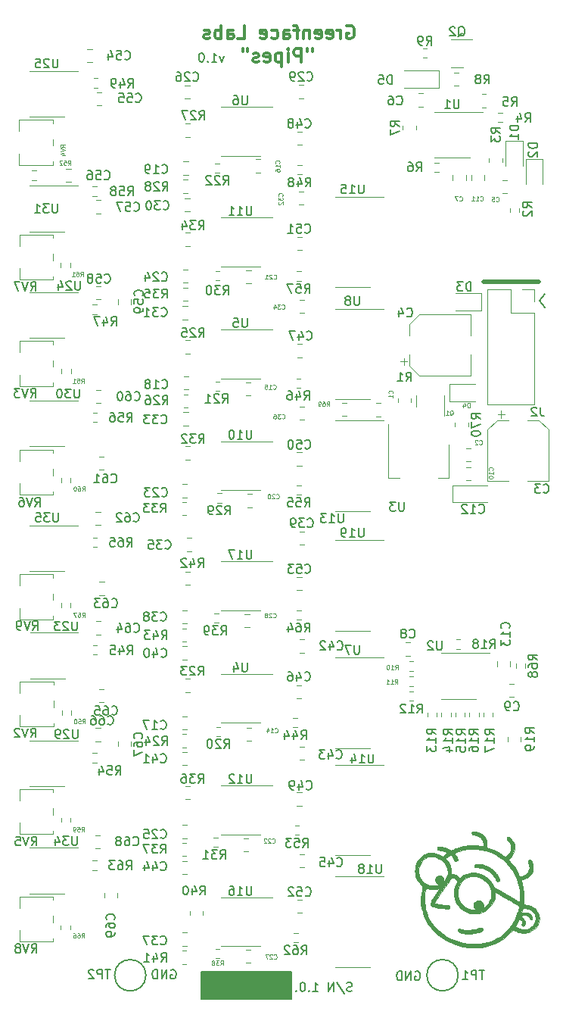
<source format=gbr>
%TF.GenerationSoftware,KiCad,Pcbnew,(6.0.1)*%
%TF.CreationDate,2023-02-18T22:08:36-08:00*%
%TF.ProjectId,pipes,70697065-732e-46b6-9963-61645f706362,rev?*%
%TF.SameCoordinates,Original*%
%TF.FileFunction,Legend,Bot*%
%TF.FilePolarity,Positive*%
%FSLAX46Y46*%
G04 Gerber Fmt 4.6, Leading zero omitted, Abs format (unit mm)*
G04 Created by KiCad (PCBNEW (6.0.1)) date 2023-02-18 22:08:36*
%MOMM*%
%LPD*%
G01*
G04 APERTURE LIST*
%ADD10C,0.500000*%
%ADD11C,0.150000*%
%ADD12C,0.300000*%
%ADD13C,0.100000*%
%ADD14C,0.120000*%
%ADD15C,0.010000*%
G04 APERTURE END LIST*
D10*
X92760000Y-69440000D02*
X98940000Y-69440000D01*
D11*
X61150000Y-146600000D02*
X71250000Y-146600000D01*
X71250000Y-146600000D02*
X71250000Y-149600000D01*
X71250000Y-149600000D02*
X61150000Y-149600000D01*
X61150000Y-149600000D02*
X61150000Y-146600000D01*
G36*
X61150000Y-146600000D02*
G01*
X71250000Y-146600000D01*
X71250000Y-149600000D01*
X61150000Y-149600000D01*
X61150000Y-146600000D01*
G37*
X63728571Y-44185714D02*
X63490476Y-44852380D01*
X63252380Y-44185714D01*
X62347619Y-44852380D02*
X62919047Y-44852380D01*
X62633333Y-44852380D02*
X62633333Y-43852380D01*
X62728571Y-43995238D01*
X62823809Y-44090476D01*
X62919047Y-44138095D01*
X61919047Y-44757142D02*
X61871428Y-44804761D01*
X61919047Y-44852380D01*
X61966666Y-44804761D01*
X61919047Y-44757142D01*
X61919047Y-44852380D01*
X61252380Y-43852380D02*
X61157142Y-43852380D01*
X61061904Y-43900000D01*
X61014285Y-43947619D01*
X60966666Y-44042857D01*
X60919047Y-44233333D01*
X60919047Y-44471428D01*
X60966666Y-44661904D01*
X61014285Y-44757142D01*
X61061904Y-44804761D01*
X61157142Y-44852380D01*
X61252380Y-44852380D01*
X61347619Y-44804761D01*
X61395238Y-44757142D01*
X61442857Y-44661904D01*
X61490476Y-44471428D01*
X61490476Y-44233333D01*
X61442857Y-44042857D01*
X61395238Y-43947619D01*
X61347619Y-43900000D01*
X61252380Y-43852380D01*
D12*
X77471428Y-40850000D02*
X77614285Y-40778571D01*
X77828571Y-40778571D01*
X78042857Y-40850000D01*
X78185714Y-40992857D01*
X78257142Y-41135714D01*
X78328571Y-41421428D01*
X78328571Y-41635714D01*
X78257142Y-41921428D01*
X78185714Y-42064285D01*
X78042857Y-42207142D01*
X77828571Y-42278571D01*
X77685714Y-42278571D01*
X77471428Y-42207142D01*
X77400000Y-42135714D01*
X77400000Y-41635714D01*
X77685714Y-41635714D01*
X76757142Y-42278571D02*
X76757142Y-41278571D01*
X76757142Y-41564285D02*
X76685714Y-41421428D01*
X76614285Y-41350000D01*
X76471428Y-41278571D01*
X76328571Y-41278571D01*
X75257142Y-42207142D02*
X75400000Y-42278571D01*
X75685714Y-42278571D01*
X75828571Y-42207142D01*
X75900000Y-42064285D01*
X75900000Y-41492857D01*
X75828571Y-41350000D01*
X75685714Y-41278571D01*
X75400000Y-41278571D01*
X75257142Y-41350000D01*
X75185714Y-41492857D01*
X75185714Y-41635714D01*
X75900000Y-41778571D01*
X73971428Y-42207142D02*
X74114285Y-42278571D01*
X74400000Y-42278571D01*
X74542857Y-42207142D01*
X74614285Y-42064285D01*
X74614285Y-41492857D01*
X74542857Y-41350000D01*
X74400000Y-41278571D01*
X74114285Y-41278571D01*
X73971428Y-41350000D01*
X73900000Y-41492857D01*
X73900000Y-41635714D01*
X74614285Y-41778571D01*
X73257142Y-41278571D02*
X73257142Y-42278571D01*
X73257142Y-41421428D02*
X73185714Y-41350000D01*
X73042857Y-41278571D01*
X72828571Y-41278571D01*
X72685714Y-41350000D01*
X72614285Y-41492857D01*
X72614285Y-42278571D01*
X72114285Y-41278571D02*
X71542857Y-41278571D01*
X71900000Y-42278571D02*
X71900000Y-40992857D01*
X71828571Y-40850000D01*
X71685714Y-40778571D01*
X71542857Y-40778571D01*
X70400000Y-42278571D02*
X70400000Y-41492857D01*
X70471428Y-41350000D01*
X70614285Y-41278571D01*
X70900000Y-41278571D01*
X71042857Y-41350000D01*
X70400000Y-42207142D02*
X70542857Y-42278571D01*
X70900000Y-42278571D01*
X71042857Y-42207142D01*
X71114285Y-42064285D01*
X71114285Y-41921428D01*
X71042857Y-41778571D01*
X70900000Y-41707142D01*
X70542857Y-41707142D01*
X70400000Y-41635714D01*
X69042857Y-42207142D02*
X69185714Y-42278571D01*
X69471428Y-42278571D01*
X69614285Y-42207142D01*
X69685714Y-42135714D01*
X69757142Y-41992857D01*
X69757142Y-41564285D01*
X69685714Y-41421428D01*
X69614285Y-41350000D01*
X69471428Y-41278571D01*
X69185714Y-41278571D01*
X69042857Y-41350000D01*
X67828571Y-42207142D02*
X67971428Y-42278571D01*
X68257142Y-42278571D01*
X68400000Y-42207142D01*
X68471428Y-42064285D01*
X68471428Y-41492857D01*
X68400000Y-41350000D01*
X68257142Y-41278571D01*
X67971428Y-41278571D01*
X67828571Y-41350000D01*
X67757142Y-41492857D01*
X67757142Y-41635714D01*
X68471428Y-41778571D01*
X65257142Y-42278571D02*
X65971428Y-42278571D01*
X65971428Y-40778571D01*
X64114285Y-42278571D02*
X64114285Y-41492857D01*
X64185714Y-41350000D01*
X64328571Y-41278571D01*
X64614285Y-41278571D01*
X64757142Y-41350000D01*
X64114285Y-42207142D02*
X64257142Y-42278571D01*
X64614285Y-42278571D01*
X64757142Y-42207142D01*
X64828571Y-42064285D01*
X64828571Y-41921428D01*
X64757142Y-41778571D01*
X64614285Y-41707142D01*
X64257142Y-41707142D01*
X64114285Y-41635714D01*
X63400000Y-42278571D02*
X63400000Y-40778571D01*
X63400000Y-41350000D02*
X63257142Y-41278571D01*
X62971428Y-41278571D01*
X62828571Y-41350000D01*
X62757142Y-41421428D01*
X62685714Y-41564285D01*
X62685714Y-41992857D01*
X62757142Y-42135714D01*
X62828571Y-42207142D01*
X62971428Y-42278571D01*
X63257142Y-42278571D01*
X63400000Y-42207142D01*
X62114285Y-42207142D02*
X61971428Y-42278571D01*
X61685714Y-42278571D01*
X61542857Y-42207142D01*
X61471428Y-42064285D01*
X61471428Y-41992857D01*
X61542857Y-41850000D01*
X61685714Y-41778571D01*
X61900000Y-41778571D01*
X62042857Y-41707142D01*
X62114285Y-41564285D01*
X62114285Y-41492857D01*
X62042857Y-41350000D01*
X61900000Y-41278571D01*
X61685714Y-41278571D01*
X61542857Y-41350000D01*
D11*
X57791904Y-146390000D02*
X57887142Y-146342380D01*
X58030000Y-146342380D01*
X58172857Y-146390000D01*
X58268095Y-146485238D01*
X58315714Y-146580476D01*
X58363333Y-146770952D01*
X58363333Y-146913809D01*
X58315714Y-147104285D01*
X58268095Y-147199523D01*
X58172857Y-147294761D01*
X58030000Y-147342380D01*
X57934761Y-147342380D01*
X57791904Y-147294761D01*
X57744285Y-147247142D01*
X57744285Y-146913809D01*
X57934761Y-146913809D01*
X57315714Y-147342380D02*
X57315714Y-146342380D01*
X56744285Y-147342380D01*
X56744285Y-146342380D01*
X56268095Y-147342380D02*
X56268095Y-146342380D01*
X56030000Y-146342380D01*
X55887142Y-146390000D01*
X55791904Y-146485238D01*
X55744285Y-146580476D01*
X55696666Y-146770952D01*
X55696666Y-146913809D01*
X55744285Y-147104285D01*
X55791904Y-147199523D01*
X55887142Y-147294761D01*
X56030000Y-147342380D01*
X56268095Y-147342380D01*
X78042857Y-148704761D02*
X77900000Y-148752380D01*
X77661904Y-148752380D01*
X77566666Y-148704761D01*
X77519047Y-148657142D01*
X77471428Y-148561904D01*
X77471428Y-148466666D01*
X77519047Y-148371428D01*
X77566666Y-148323809D01*
X77661904Y-148276190D01*
X77852380Y-148228571D01*
X77947619Y-148180952D01*
X77995238Y-148133333D01*
X78042857Y-148038095D01*
X78042857Y-147942857D01*
X77995238Y-147847619D01*
X77947619Y-147800000D01*
X77852380Y-147752380D01*
X77614285Y-147752380D01*
X77471428Y-147800000D01*
X76328571Y-147704761D02*
X77185714Y-148990476D01*
X75995238Y-148752380D02*
X75995238Y-147752380D01*
X75423809Y-148752380D01*
X75423809Y-147752380D01*
X73661904Y-148752380D02*
X74233333Y-148752380D01*
X73947619Y-148752380D02*
X73947619Y-147752380D01*
X74042857Y-147895238D01*
X74138095Y-147990476D01*
X74233333Y-148038095D01*
X73233333Y-148657142D02*
X73185714Y-148704761D01*
X73233333Y-148752380D01*
X73280952Y-148704761D01*
X73233333Y-148657142D01*
X73233333Y-148752380D01*
X72566666Y-147752380D02*
X72471428Y-147752380D01*
X72376190Y-147800000D01*
X72328571Y-147847619D01*
X72280952Y-147942857D01*
X72233333Y-148133333D01*
X72233333Y-148371428D01*
X72280952Y-148561904D01*
X72328571Y-148657142D01*
X72376190Y-148704761D01*
X72471428Y-148752380D01*
X72566666Y-148752380D01*
X72661904Y-148704761D01*
X72709523Y-148657142D01*
X72757142Y-148561904D01*
X72804761Y-148371428D01*
X72804761Y-148133333D01*
X72757142Y-147942857D01*
X72709523Y-147847619D01*
X72661904Y-147800000D01*
X72566666Y-147752380D01*
X71804761Y-148657142D02*
X71757142Y-148704761D01*
X71804761Y-148752380D01*
X71852380Y-148704761D01*
X71804761Y-148657142D01*
X71804761Y-148752380D01*
X85121904Y-146560000D02*
X85217142Y-146512380D01*
X85360000Y-146512380D01*
X85502857Y-146560000D01*
X85598095Y-146655238D01*
X85645714Y-146750476D01*
X85693333Y-146940952D01*
X85693333Y-147083809D01*
X85645714Y-147274285D01*
X85598095Y-147369523D01*
X85502857Y-147464761D01*
X85360000Y-147512380D01*
X85264761Y-147512380D01*
X85121904Y-147464761D01*
X85074285Y-147417142D01*
X85074285Y-147083809D01*
X85264761Y-147083809D01*
X84645714Y-147512380D02*
X84645714Y-146512380D01*
X84074285Y-147512380D01*
X84074285Y-146512380D01*
X83598095Y-147512380D02*
X83598095Y-146512380D01*
X83360000Y-146512380D01*
X83217142Y-146560000D01*
X83121904Y-146655238D01*
X83074285Y-146750476D01*
X83026666Y-146940952D01*
X83026666Y-147083809D01*
X83074285Y-147274285D01*
X83121904Y-147369523D01*
X83217142Y-147464761D01*
X83360000Y-147512380D01*
X83598095Y-147512380D01*
D12*
X73592857Y-43378571D02*
X73592857Y-43664285D01*
X73021428Y-43378571D02*
X73021428Y-43664285D01*
X72378571Y-44878571D02*
X72378571Y-43378571D01*
X71807142Y-43378571D01*
X71664285Y-43450000D01*
X71592857Y-43521428D01*
X71521428Y-43664285D01*
X71521428Y-43878571D01*
X71592857Y-44021428D01*
X71664285Y-44092857D01*
X71807142Y-44164285D01*
X72378571Y-44164285D01*
X70878571Y-44878571D02*
X70878571Y-43878571D01*
X70878571Y-43378571D02*
X70950000Y-43450000D01*
X70878571Y-43521428D01*
X70807142Y-43450000D01*
X70878571Y-43378571D01*
X70878571Y-43521428D01*
X70164285Y-43878571D02*
X70164285Y-45378571D01*
X70164285Y-43950000D02*
X70021428Y-43878571D01*
X69735714Y-43878571D01*
X69592857Y-43950000D01*
X69521428Y-44021428D01*
X69450000Y-44164285D01*
X69450000Y-44592857D01*
X69521428Y-44735714D01*
X69592857Y-44807142D01*
X69735714Y-44878571D01*
X70021428Y-44878571D01*
X70164285Y-44807142D01*
X68235714Y-44807142D02*
X68378571Y-44878571D01*
X68664285Y-44878571D01*
X68807142Y-44807142D01*
X68878571Y-44664285D01*
X68878571Y-44092857D01*
X68807142Y-43950000D01*
X68664285Y-43878571D01*
X68378571Y-43878571D01*
X68235714Y-43950000D01*
X68164285Y-44092857D01*
X68164285Y-44235714D01*
X68878571Y-44378571D01*
X67592857Y-44807142D02*
X67450000Y-44878571D01*
X67164285Y-44878571D01*
X67021428Y-44807142D01*
X66950000Y-44664285D01*
X66950000Y-44592857D01*
X67021428Y-44450000D01*
X67164285Y-44378571D01*
X67378571Y-44378571D01*
X67521428Y-44307142D01*
X67592857Y-44164285D01*
X67592857Y-44092857D01*
X67521428Y-43950000D01*
X67378571Y-43878571D01*
X67164285Y-43878571D01*
X67021428Y-43950000D01*
X66378571Y-43378571D02*
X66378571Y-43664285D01*
X65807142Y-43378571D02*
X65807142Y-43664285D01*
D11*
X99590476Y-70748095D02*
X99019047Y-71510000D01*
X99590476Y-72271904D01*
%TO.C,U3*%
X83861904Y-94052380D02*
X83861904Y-94861904D01*
X83814285Y-94957142D01*
X83766666Y-95004761D01*
X83671428Y-95052380D01*
X83480952Y-95052380D01*
X83385714Y-95004761D01*
X83338095Y-94957142D01*
X83290476Y-94861904D01*
X83290476Y-94052380D01*
X82909523Y-94052380D02*
X82290476Y-94052380D01*
X82623809Y-94433333D01*
X82480952Y-94433333D01*
X82385714Y-94480952D01*
X82338095Y-94528571D01*
X82290476Y-94623809D01*
X82290476Y-94861904D01*
X82338095Y-94957142D01*
X82385714Y-95004761D01*
X82480952Y-95052380D01*
X82766666Y-95052380D01*
X82861904Y-95004761D01*
X82909523Y-94957142D01*
%TO.C,R70*%
X92402380Y-84757142D02*
X91926190Y-84423809D01*
X92402380Y-84185714D02*
X91402380Y-84185714D01*
X91402380Y-84566666D01*
X91450000Y-84661904D01*
X91497619Y-84709523D01*
X91592857Y-84757142D01*
X91735714Y-84757142D01*
X91830952Y-84709523D01*
X91878571Y-84661904D01*
X91926190Y-84566666D01*
X91926190Y-84185714D01*
X91402380Y-85090476D02*
X91402380Y-85757142D01*
X92402380Y-85328571D01*
X91402380Y-86328571D02*
X91402380Y-86423809D01*
X91450000Y-86519047D01*
X91497619Y-86566666D01*
X91592857Y-86614285D01*
X91783333Y-86661904D01*
X92021428Y-86661904D01*
X92211904Y-86614285D01*
X92307142Y-86566666D01*
X92354761Y-86519047D01*
X92402380Y-86423809D01*
X92402380Y-86328571D01*
X92354761Y-86233333D01*
X92307142Y-86185714D01*
X92211904Y-86138095D01*
X92021428Y-86090476D01*
X91783333Y-86090476D01*
X91592857Y-86138095D01*
X91497619Y-86185714D01*
X91450000Y-86233333D01*
X91402380Y-86328571D01*
D13*
%TO.C,R69*%
X75221428Y-83326190D02*
X75388095Y-83088095D01*
X75507142Y-83326190D02*
X75507142Y-82826190D01*
X75316666Y-82826190D01*
X75269047Y-82850000D01*
X75245238Y-82873809D01*
X75221428Y-82921428D01*
X75221428Y-82992857D01*
X75245238Y-83040476D01*
X75269047Y-83064285D01*
X75316666Y-83088095D01*
X75507142Y-83088095D01*
X74792857Y-82826190D02*
X74888095Y-82826190D01*
X74935714Y-82850000D01*
X74959523Y-82873809D01*
X75007142Y-82945238D01*
X75030952Y-83040476D01*
X75030952Y-83230952D01*
X75007142Y-83278571D01*
X74983333Y-83302380D01*
X74935714Y-83326190D01*
X74840476Y-83326190D01*
X74792857Y-83302380D01*
X74769047Y-83278571D01*
X74745238Y-83230952D01*
X74745238Y-83111904D01*
X74769047Y-83064285D01*
X74792857Y-83040476D01*
X74840476Y-83016666D01*
X74935714Y-83016666D01*
X74983333Y-83040476D01*
X75007142Y-83064285D01*
X75030952Y-83111904D01*
X74507142Y-83326190D02*
X74411904Y-83326190D01*
X74364285Y-83302380D01*
X74340476Y-83278571D01*
X74292857Y-83207142D01*
X74269047Y-83111904D01*
X74269047Y-82921428D01*
X74292857Y-82873809D01*
X74316666Y-82850000D01*
X74364285Y-82826190D01*
X74459523Y-82826190D01*
X74507142Y-82850000D01*
X74530952Y-82873809D01*
X74554761Y-82921428D01*
X74554761Y-83040476D01*
X74530952Y-83088095D01*
X74507142Y-83111904D01*
X74459523Y-83135714D01*
X74364285Y-83135714D01*
X74316666Y-83111904D01*
X74292857Y-83088095D01*
X74269047Y-83040476D01*
%TO.C,R66*%
X47801428Y-142776190D02*
X47968095Y-142538095D01*
X48087142Y-142776190D02*
X48087142Y-142276190D01*
X47896666Y-142276190D01*
X47849047Y-142300000D01*
X47825238Y-142323809D01*
X47801428Y-142371428D01*
X47801428Y-142442857D01*
X47825238Y-142490476D01*
X47849047Y-142514285D01*
X47896666Y-142538095D01*
X48087142Y-142538095D01*
X47372857Y-142276190D02*
X47468095Y-142276190D01*
X47515714Y-142300000D01*
X47539523Y-142323809D01*
X47587142Y-142395238D01*
X47610952Y-142490476D01*
X47610952Y-142680952D01*
X47587142Y-142728571D01*
X47563333Y-142752380D01*
X47515714Y-142776190D01*
X47420476Y-142776190D01*
X47372857Y-142752380D01*
X47349047Y-142728571D01*
X47325238Y-142680952D01*
X47325238Y-142561904D01*
X47349047Y-142514285D01*
X47372857Y-142490476D01*
X47420476Y-142466666D01*
X47515714Y-142466666D01*
X47563333Y-142490476D01*
X47587142Y-142514285D01*
X47610952Y-142561904D01*
X46896666Y-142276190D02*
X46991904Y-142276190D01*
X47039523Y-142300000D01*
X47063333Y-142323809D01*
X47110952Y-142395238D01*
X47134761Y-142490476D01*
X47134761Y-142680952D01*
X47110952Y-142728571D01*
X47087142Y-142752380D01*
X47039523Y-142776190D01*
X46944285Y-142776190D01*
X46896666Y-142752380D01*
X46872857Y-142728571D01*
X46849047Y-142680952D01*
X46849047Y-142561904D01*
X46872857Y-142514285D01*
X46896666Y-142490476D01*
X46944285Y-142466666D01*
X47039523Y-142466666D01*
X47087142Y-142490476D01*
X47110952Y-142514285D01*
X47134761Y-142561904D01*
D11*
%TO.C,R36*%
X60842857Y-125452380D02*
X61176190Y-124976190D01*
X61414285Y-125452380D02*
X61414285Y-124452380D01*
X61033333Y-124452380D01*
X60938095Y-124500000D01*
X60890476Y-124547619D01*
X60842857Y-124642857D01*
X60842857Y-124785714D01*
X60890476Y-124880952D01*
X60938095Y-124928571D01*
X61033333Y-124976190D01*
X61414285Y-124976190D01*
X60509523Y-124452380D02*
X59890476Y-124452380D01*
X60223809Y-124833333D01*
X60080952Y-124833333D01*
X59985714Y-124880952D01*
X59938095Y-124928571D01*
X59890476Y-125023809D01*
X59890476Y-125261904D01*
X59938095Y-125357142D01*
X59985714Y-125404761D01*
X60080952Y-125452380D01*
X60366666Y-125452380D01*
X60461904Y-125404761D01*
X60509523Y-125357142D01*
X59033333Y-124452380D02*
X59223809Y-124452380D01*
X59319047Y-124500000D01*
X59366666Y-124547619D01*
X59461904Y-124690476D01*
X59509523Y-124880952D01*
X59509523Y-125261904D01*
X59461904Y-125357142D01*
X59414285Y-125404761D01*
X59319047Y-125452380D01*
X59128571Y-125452380D01*
X59033333Y-125404761D01*
X58985714Y-125357142D01*
X58938095Y-125261904D01*
X58938095Y-125023809D01*
X58985714Y-124928571D01*
X59033333Y-124880952D01*
X59128571Y-124833333D01*
X59319047Y-124833333D01*
X59414285Y-124880952D01*
X59461904Y-124928571D01*
X59509523Y-125023809D01*
%TO.C,Q2*%
X89895238Y-42027619D02*
X89990476Y-41980000D01*
X90085714Y-41884761D01*
X90228571Y-41741904D01*
X90323809Y-41694285D01*
X90419047Y-41694285D01*
X90371428Y-41932380D02*
X90466666Y-41884761D01*
X90561904Y-41789523D01*
X90609523Y-41599047D01*
X90609523Y-41265714D01*
X90561904Y-41075238D01*
X90466666Y-40980000D01*
X90371428Y-40932380D01*
X90180952Y-40932380D01*
X90085714Y-40980000D01*
X89990476Y-41075238D01*
X89942857Y-41265714D01*
X89942857Y-41599047D01*
X89990476Y-41789523D01*
X90085714Y-41884761D01*
X90180952Y-41932380D01*
X90371428Y-41932380D01*
X89561904Y-41027619D02*
X89514285Y-40980000D01*
X89419047Y-40932380D01*
X89180952Y-40932380D01*
X89085714Y-40980000D01*
X89038095Y-41027619D01*
X88990476Y-41122857D01*
X88990476Y-41218095D01*
X89038095Y-41360952D01*
X89609523Y-41932380D01*
X88990476Y-41932380D01*
%TO.C,R39*%
X63392857Y-108902380D02*
X63726190Y-108426190D01*
X63964285Y-108902380D02*
X63964285Y-107902380D01*
X63583333Y-107902380D01*
X63488095Y-107950000D01*
X63440476Y-107997619D01*
X63392857Y-108092857D01*
X63392857Y-108235714D01*
X63440476Y-108330952D01*
X63488095Y-108378571D01*
X63583333Y-108426190D01*
X63964285Y-108426190D01*
X63059523Y-107902380D02*
X62440476Y-107902380D01*
X62773809Y-108283333D01*
X62630952Y-108283333D01*
X62535714Y-108330952D01*
X62488095Y-108378571D01*
X62440476Y-108473809D01*
X62440476Y-108711904D01*
X62488095Y-108807142D01*
X62535714Y-108854761D01*
X62630952Y-108902380D01*
X62916666Y-108902380D01*
X63011904Y-108854761D01*
X63059523Y-108807142D01*
X61964285Y-108902380D02*
X61773809Y-108902380D01*
X61678571Y-108854761D01*
X61630952Y-108807142D01*
X61535714Y-108664285D01*
X61488095Y-108473809D01*
X61488095Y-108092857D01*
X61535714Y-107997619D01*
X61583333Y-107950000D01*
X61678571Y-107902380D01*
X61869047Y-107902380D01*
X61964285Y-107950000D01*
X62011904Y-107997619D01*
X62059523Y-108092857D01*
X62059523Y-108330952D01*
X62011904Y-108426190D01*
X61964285Y-108473809D01*
X61869047Y-108521428D01*
X61678571Y-108521428D01*
X61583333Y-108473809D01*
X61535714Y-108426190D01*
X61488095Y-108330952D01*
%TO.C,C8*%
X84476666Y-109167142D02*
X84524285Y-109214761D01*
X84667142Y-109262380D01*
X84762380Y-109262380D01*
X84905238Y-109214761D01*
X85000476Y-109119523D01*
X85048095Y-109024285D01*
X85095714Y-108833809D01*
X85095714Y-108690952D01*
X85048095Y-108500476D01*
X85000476Y-108405238D01*
X84905238Y-108310000D01*
X84762380Y-108262380D01*
X84667142Y-108262380D01*
X84524285Y-108310000D01*
X84476666Y-108357619D01*
X83905238Y-108690952D02*
X84000476Y-108643333D01*
X84048095Y-108595714D01*
X84095714Y-108500476D01*
X84095714Y-108452857D01*
X84048095Y-108357619D01*
X84000476Y-108310000D01*
X83905238Y-108262380D01*
X83714761Y-108262380D01*
X83619523Y-108310000D01*
X83571904Y-108357619D01*
X83524285Y-108452857D01*
X83524285Y-108500476D01*
X83571904Y-108595714D01*
X83619523Y-108643333D01*
X83714761Y-108690952D01*
X83905238Y-108690952D01*
X84000476Y-108738571D01*
X84048095Y-108786190D01*
X84095714Y-108881428D01*
X84095714Y-109071904D01*
X84048095Y-109167142D01*
X84000476Y-109214761D01*
X83905238Y-109262380D01*
X83714761Y-109262380D01*
X83619523Y-109214761D01*
X83571904Y-109167142D01*
X83524285Y-109071904D01*
X83524285Y-108881428D01*
X83571904Y-108786190D01*
X83619523Y-108738571D01*
X83714761Y-108690952D01*
D13*
%TO.C,C28*%
X69221428Y-106928571D02*
X69245238Y-106952380D01*
X69316666Y-106976190D01*
X69364285Y-106976190D01*
X69435714Y-106952380D01*
X69483333Y-106904761D01*
X69507142Y-106857142D01*
X69530952Y-106761904D01*
X69530952Y-106690476D01*
X69507142Y-106595238D01*
X69483333Y-106547619D01*
X69435714Y-106500000D01*
X69364285Y-106476190D01*
X69316666Y-106476190D01*
X69245238Y-106500000D01*
X69221428Y-106523809D01*
X69030952Y-106523809D02*
X69007142Y-106500000D01*
X68959523Y-106476190D01*
X68840476Y-106476190D01*
X68792857Y-106500000D01*
X68769047Y-106523809D01*
X68745238Y-106571428D01*
X68745238Y-106619047D01*
X68769047Y-106690476D01*
X69054761Y-106976190D01*
X68745238Y-106976190D01*
X68459523Y-106690476D02*
X68507142Y-106666666D01*
X68530952Y-106642857D01*
X68554761Y-106595238D01*
X68554761Y-106571428D01*
X68530952Y-106523809D01*
X68507142Y-106500000D01*
X68459523Y-106476190D01*
X68364285Y-106476190D01*
X68316666Y-106500000D01*
X68292857Y-106523809D01*
X68269047Y-106571428D01*
X68269047Y-106595238D01*
X68292857Y-106642857D01*
X68316666Y-106666666D01*
X68364285Y-106690476D01*
X68459523Y-106690476D01*
X68507142Y-106714285D01*
X68530952Y-106738095D01*
X68554761Y-106785714D01*
X68554761Y-106880952D01*
X68530952Y-106928571D01*
X68507142Y-106952380D01*
X68459523Y-106976190D01*
X68364285Y-106976190D01*
X68316666Y-106952380D01*
X68292857Y-106928571D01*
X68269047Y-106880952D01*
X68269047Y-106785714D01*
X68292857Y-106738095D01*
X68316666Y-106714285D01*
X68364285Y-106690476D01*
D11*
%TO.C,C9*%
X96116666Y-117277142D02*
X96164285Y-117324761D01*
X96307142Y-117372380D01*
X96402380Y-117372380D01*
X96545238Y-117324761D01*
X96640476Y-117229523D01*
X96688095Y-117134285D01*
X96735714Y-116943809D01*
X96735714Y-116800952D01*
X96688095Y-116610476D01*
X96640476Y-116515238D01*
X96545238Y-116420000D01*
X96402380Y-116372380D01*
X96307142Y-116372380D01*
X96164285Y-116420000D01*
X96116666Y-116467619D01*
X95640476Y-117372380D02*
X95450000Y-117372380D01*
X95354761Y-117324761D01*
X95307142Y-117277142D01*
X95211904Y-117134285D01*
X95164285Y-116943809D01*
X95164285Y-116562857D01*
X95211904Y-116467619D01*
X95259523Y-116420000D01*
X95354761Y-116372380D01*
X95545238Y-116372380D01*
X95640476Y-116420000D01*
X95688095Y-116467619D01*
X95735714Y-116562857D01*
X95735714Y-116800952D01*
X95688095Y-116896190D01*
X95640476Y-116943809D01*
X95545238Y-116991428D01*
X95354761Y-116991428D01*
X95259523Y-116943809D01*
X95211904Y-116896190D01*
X95164285Y-116800952D01*
%TO.C,R63*%
X52792857Y-135152380D02*
X53126190Y-134676190D01*
X53364285Y-135152380D02*
X53364285Y-134152380D01*
X52983333Y-134152380D01*
X52888095Y-134200000D01*
X52840476Y-134247619D01*
X52792857Y-134342857D01*
X52792857Y-134485714D01*
X52840476Y-134580952D01*
X52888095Y-134628571D01*
X52983333Y-134676190D01*
X53364285Y-134676190D01*
X51935714Y-134152380D02*
X52126190Y-134152380D01*
X52221428Y-134200000D01*
X52269047Y-134247619D01*
X52364285Y-134390476D01*
X52411904Y-134580952D01*
X52411904Y-134961904D01*
X52364285Y-135057142D01*
X52316666Y-135104761D01*
X52221428Y-135152380D01*
X52030952Y-135152380D01*
X51935714Y-135104761D01*
X51888095Y-135057142D01*
X51840476Y-134961904D01*
X51840476Y-134723809D01*
X51888095Y-134628571D01*
X51935714Y-134580952D01*
X52030952Y-134533333D01*
X52221428Y-134533333D01*
X52316666Y-134580952D01*
X52364285Y-134628571D01*
X52411904Y-134723809D01*
X51507142Y-134152380D02*
X50888095Y-134152380D01*
X51221428Y-134533333D01*
X51078571Y-134533333D01*
X50983333Y-134580952D01*
X50935714Y-134628571D01*
X50888095Y-134723809D01*
X50888095Y-134961904D01*
X50935714Y-135057142D01*
X50983333Y-135104761D01*
X51078571Y-135152380D01*
X51364285Y-135152380D01*
X51459523Y-135104761D01*
X51507142Y-135057142D01*
%TO.C,R14*%
X89262380Y-120047142D02*
X88786190Y-119713809D01*
X89262380Y-119475714D02*
X88262380Y-119475714D01*
X88262380Y-119856666D01*
X88310000Y-119951904D01*
X88357619Y-119999523D01*
X88452857Y-120047142D01*
X88595714Y-120047142D01*
X88690952Y-119999523D01*
X88738571Y-119951904D01*
X88786190Y-119856666D01*
X88786190Y-119475714D01*
X89262380Y-120999523D02*
X89262380Y-120428095D01*
X89262380Y-120713809D02*
X88262380Y-120713809D01*
X88405238Y-120618571D01*
X88500476Y-120523333D01*
X88548095Y-120428095D01*
X88595714Y-121856666D02*
X89262380Y-121856666D01*
X88214761Y-121618571D02*
X88929047Y-121380476D01*
X88929047Y-121999523D01*
%TO.C,C40*%
X56692857Y-111307142D02*
X56740476Y-111354761D01*
X56883333Y-111402380D01*
X56978571Y-111402380D01*
X57121428Y-111354761D01*
X57216666Y-111259523D01*
X57264285Y-111164285D01*
X57311904Y-110973809D01*
X57311904Y-110830952D01*
X57264285Y-110640476D01*
X57216666Y-110545238D01*
X57121428Y-110450000D01*
X56978571Y-110402380D01*
X56883333Y-110402380D01*
X56740476Y-110450000D01*
X56692857Y-110497619D01*
X55835714Y-110735714D02*
X55835714Y-111402380D01*
X56073809Y-110354761D02*
X56311904Y-111069047D01*
X55692857Y-111069047D01*
X55121428Y-110402380D02*
X55026190Y-110402380D01*
X54930952Y-110450000D01*
X54883333Y-110497619D01*
X54835714Y-110592857D01*
X54788095Y-110783333D01*
X54788095Y-111021428D01*
X54835714Y-111211904D01*
X54883333Y-111307142D01*
X54930952Y-111354761D01*
X55026190Y-111402380D01*
X55121428Y-111402380D01*
X55216666Y-111354761D01*
X55264285Y-111307142D01*
X55311904Y-111211904D01*
X55359523Y-111021428D01*
X55359523Y-110783333D01*
X55311904Y-110592857D01*
X55264285Y-110497619D01*
X55216666Y-110450000D01*
X55121428Y-110402380D01*
%TO.C,R30*%
X63652857Y-70852380D02*
X63986190Y-70376190D01*
X64224285Y-70852380D02*
X64224285Y-69852380D01*
X63843333Y-69852380D01*
X63748095Y-69900000D01*
X63700476Y-69947619D01*
X63652857Y-70042857D01*
X63652857Y-70185714D01*
X63700476Y-70280952D01*
X63748095Y-70328571D01*
X63843333Y-70376190D01*
X64224285Y-70376190D01*
X63319523Y-69852380D02*
X62700476Y-69852380D01*
X63033809Y-70233333D01*
X62890952Y-70233333D01*
X62795714Y-70280952D01*
X62748095Y-70328571D01*
X62700476Y-70423809D01*
X62700476Y-70661904D01*
X62748095Y-70757142D01*
X62795714Y-70804761D01*
X62890952Y-70852380D01*
X63176666Y-70852380D01*
X63271904Y-70804761D01*
X63319523Y-70757142D01*
X62081428Y-69852380D02*
X61986190Y-69852380D01*
X61890952Y-69900000D01*
X61843333Y-69947619D01*
X61795714Y-70042857D01*
X61748095Y-70233333D01*
X61748095Y-70471428D01*
X61795714Y-70661904D01*
X61843333Y-70757142D01*
X61890952Y-70804761D01*
X61986190Y-70852380D01*
X62081428Y-70852380D01*
X62176666Y-70804761D01*
X62224285Y-70757142D01*
X62271904Y-70661904D01*
X62319523Y-70471428D01*
X62319523Y-70233333D01*
X62271904Y-70042857D01*
X62224285Y-69947619D01*
X62176666Y-69900000D01*
X62081428Y-69852380D01*
%TO.C,R47*%
X51102857Y-74342380D02*
X51436190Y-73866190D01*
X51674285Y-74342380D02*
X51674285Y-73342380D01*
X51293333Y-73342380D01*
X51198095Y-73390000D01*
X51150476Y-73437619D01*
X51102857Y-73532857D01*
X51102857Y-73675714D01*
X51150476Y-73770952D01*
X51198095Y-73818571D01*
X51293333Y-73866190D01*
X51674285Y-73866190D01*
X50245714Y-73675714D02*
X50245714Y-74342380D01*
X50483809Y-73294761D02*
X50721904Y-74009047D01*
X50102857Y-74009047D01*
X49817142Y-73342380D02*
X49150476Y-73342380D01*
X49579047Y-74342380D01*
%TO.C,R32*%
X60892857Y-87452380D02*
X61226190Y-86976190D01*
X61464285Y-87452380D02*
X61464285Y-86452380D01*
X61083333Y-86452380D01*
X60988095Y-86500000D01*
X60940476Y-86547619D01*
X60892857Y-86642857D01*
X60892857Y-86785714D01*
X60940476Y-86880952D01*
X60988095Y-86928571D01*
X61083333Y-86976190D01*
X61464285Y-86976190D01*
X60559523Y-86452380D02*
X59940476Y-86452380D01*
X60273809Y-86833333D01*
X60130952Y-86833333D01*
X60035714Y-86880952D01*
X59988095Y-86928571D01*
X59940476Y-87023809D01*
X59940476Y-87261904D01*
X59988095Y-87357142D01*
X60035714Y-87404761D01*
X60130952Y-87452380D01*
X60416666Y-87452380D01*
X60511904Y-87404761D01*
X60559523Y-87357142D01*
X59559523Y-86547619D02*
X59511904Y-86500000D01*
X59416666Y-86452380D01*
X59178571Y-86452380D01*
X59083333Y-86500000D01*
X59035714Y-86547619D01*
X58988095Y-86642857D01*
X58988095Y-86738095D01*
X59035714Y-86880952D01*
X59607142Y-87452380D01*
X58988095Y-87452380D01*
%TO.C,C57*%
X53642857Y-61447142D02*
X53690476Y-61494761D01*
X53833333Y-61542380D01*
X53928571Y-61542380D01*
X54071428Y-61494761D01*
X54166666Y-61399523D01*
X54214285Y-61304285D01*
X54261904Y-61113809D01*
X54261904Y-60970952D01*
X54214285Y-60780476D01*
X54166666Y-60685238D01*
X54071428Y-60590000D01*
X53928571Y-60542380D01*
X53833333Y-60542380D01*
X53690476Y-60590000D01*
X53642857Y-60637619D01*
X52738095Y-60542380D02*
X53214285Y-60542380D01*
X53261904Y-61018571D01*
X53214285Y-60970952D01*
X53119047Y-60923333D01*
X52880952Y-60923333D01*
X52785714Y-60970952D01*
X52738095Y-61018571D01*
X52690476Y-61113809D01*
X52690476Y-61351904D01*
X52738095Y-61447142D01*
X52785714Y-61494761D01*
X52880952Y-61542380D01*
X53119047Y-61542380D01*
X53214285Y-61494761D01*
X53261904Y-61447142D01*
X52357142Y-60542380D02*
X51690476Y-60542380D01*
X52119047Y-61542380D01*
%TO.C,RV7*%
X42095238Y-70452380D02*
X42428571Y-69976190D01*
X42666666Y-70452380D02*
X42666666Y-69452380D01*
X42285714Y-69452380D01*
X42190476Y-69500000D01*
X42142857Y-69547619D01*
X42095238Y-69642857D01*
X42095238Y-69785714D01*
X42142857Y-69880952D01*
X42190476Y-69928571D01*
X42285714Y-69976190D01*
X42666666Y-69976190D01*
X41809523Y-69452380D02*
X41476190Y-70452380D01*
X41142857Y-69452380D01*
X40904761Y-69452380D02*
X40238095Y-69452380D01*
X40666666Y-70452380D01*
%TO.C,C64*%
X53642857Y-108507142D02*
X53690476Y-108554761D01*
X53833333Y-108602380D01*
X53928571Y-108602380D01*
X54071428Y-108554761D01*
X54166666Y-108459523D01*
X54214285Y-108364285D01*
X54261904Y-108173809D01*
X54261904Y-108030952D01*
X54214285Y-107840476D01*
X54166666Y-107745238D01*
X54071428Y-107650000D01*
X53928571Y-107602380D01*
X53833333Y-107602380D01*
X53690476Y-107650000D01*
X53642857Y-107697619D01*
X52785714Y-107602380D02*
X52976190Y-107602380D01*
X53071428Y-107650000D01*
X53119047Y-107697619D01*
X53214285Y-107840476D01*
X53261904Y-108030952D01*
X53261904Y-108411904D01*
X53214285Y-108507142D01*
X53166666Y-108554761D01*
X53071428Y-108602380D01*
X52880952Y-108602380D01*
X52785714Y-108554761D01*
X52738095Y-108507142D01*
X52690476Y-108411904D01*
X52690476Y-108173809D01*
X52738095Y-108078571D01*
X52785714Y-108030952D01*
X52880952Y-107983333D01*
X53071428Y-107983333D01*
X53166666Y-108030952D01*
X53214285Y-108078571D01*
X53261904Y-108173809D01*
X51833333Y-107935714D02*
X51833333Y-108602380D01*
X52071428Y-107554761D02*
X52309523Y-108269047D01*
X51690476Y-108269047D01*
D13*
%TO.C,R38*%
X63321428Y-145826190D02*
X63488095Y-145588095D01*
X63607142Y-145826190D02*
X63607142Y-145326190D01*
X63416666Y-145326190D01*
X63369047Y-145350000D01*
X63345238Y-145373809D01*
X63321428Y-145421428D01*
X63321428Y-145492857D01*
X63345238Y-145540476D01*
X63369047Y-145564285D01*
X63416666Y-145588095D01*
X63607142Y-145588095D01*
X63154761Y-145326190D02*
X62845238Y-145326190D01*
X63011904Y-145516666D01*
X62940476Y-145516666D01*
X62892857Y-145540476D01*
X62869047Y-145564285D01*
X62845238Y-145611904D01*
X62845238Y-145730952D01*
X62869047Y-145778571D01*
X62892857Y-145802380D01*
X62940476Y-145826190D01*
X63083333Y-145826190D01*
X63130952Y-145802380D01*
X63154761Y-145778571D01*
X62559523Y-145540476D02*
X62607142Y-145516666D01*
X62630952Y-145492857D01*
X62654761Y-145445238D01*
X62654761Y-145421428D01*
X62630952Y-145373809D01*
X62607142Y-145350000D01*
X62559523Y-145326190D01*
X62464285Y-145326190D01*
X62416666Y-145350000D01*
X62392857Y-145373809D01*
X62369047Y-145421428D01*
X62369047Y-145445238D01*
X62392857Y-145492857D01*
X62416666Y-145516666D01*
X62464285Y-145540476D01*
X62559523Y-145540476D01*
X62607142Y-145564285D01*
X62630952Y-145588095D01*
X62654761Y-145635714D01*
X62654761Y-145730952D01*
X62630952Y-145778571D01*
X62607142Y-145802380D01*
X62559523Y-145826190D01*
X62464285Y-145826190D01*
X62416666Y-145802380D01*
X62392857Y-145778571D01*
X62369047Y-145730952D01*
X62369047Y-145635714D01*
X62392857Y-145588095D01*
X62416666Y-145564285D01*
X62464285Y-145540476D01*
D11*
%TO.C,R13*%
X87452380Y-120012142D02*
X86976190Y-119678809D01*
X87452380Y-119440714D02*
X86452380Y-119440714D01*
X86452380Y-119821666D01*
X86500000Y-119916904D01*
X86547619Y-119964523D01*
X86642857Y-120012142D01*
X86785714Y-120012142D01*
X86880952Y-119964523D01*
X86928571Y-119916904D01*
X86976190Y-119821666D01*
X86976190Y-119440714D01*
X87452380Y-120964523D02*
X87452380Y-120393095D01*
X87452380Y-120678809D02*
X86452380Y-120678809D01*
X86595238Y-120583571D01*
X86690476Y-120488333D01*
X86738095Y-120393095D01*
X86452380Y-121297857D02*
X86452380Y-121916904D01*
X86833333Y-121583571D01*
X86833333Y-121726428D01*
X86880952Y-121821666D01*
X86928571Y-121869285D01*
X87023809Y-121916904D01*
X87261904Y-121916904D01*
X87357142Y-121869285D01*
X87404761Y-121821666D01*
X87452380Y-121726428D01*
X87452380Y-121440714D01*
X87404761Y-121345476D01*
X87357142Y-121297857D01*
%TO.C,C52*%
X72830357Y-138007142D02*
X72877976Y-138054761D01*
X73020833Y-138102380D01*
X73116071Y-138102380D01*
X73258928Y-138054761D01*
X73354166Y-137959523D01*
X73401785Y-137864285D01*
X73449404Y-137673809D01*
X73449404Y-137530952D01*
X73401785Y-137340476D01*
X73354166Y-137245238D01*
X73258928Y-137150000D01*
X73116071Y-137102380D01*
X73020833Y-137102380D01*
X72877976Y-137150000D01*
X72830357Y-137197619D01*
X71925595Y-137102380D02*
X72401785Y-137102380D01*
X72449404Y-137578571D01*
X72401785Y-137530952D01*
X72306547Y-137483333D01*
X72068452Y-137483333D01*
X71973214Y-137530952D01*
X71925595Y-137578571D01*
X71877976Y-137673809D01*
X71877976Y-137911904D01*
X71925595Y-138007142D01*
X71973214Y-138054761D01*
X72068452Y-138102380D01*
X72306547Y-138102380D01*
X72401785Y-138054761D01*
X72449404Y-138007142D01*
X71497023Y-137197619D02*
X71449404Y-137150000D01*
X71354166Y-137102380D01*
X71116071Y-137102380D01*
X71020833Y-137150000D01*
X70973214Y-137197619D01*
X70925595Y-137292857D01*
X70925595Y-137388095D01*
X70973214Y-137530952D01*
X71544642Y-138102380D01*
X70925595Y-138102380D01*
D13*
%TO.C,C36*%
X70221428Y-84678571D02*
X70245238Y-84702380D01*
X70316666Y-84726190D01*
X70364285Y-84726190D01*
X70435714Y-84702380D01*
X70483333Y-84654761D01*
X70507142Y-84607142D01*
X70530952Y-84511904D01*
X70530952Y-84440476D01*
X70507142Y-84345238D01*
X70483333Y-84297619D01*
X70435714Y-84250000D01*
X70364285Y-84226190D01*
X70316666Y-84226190D01*
X70245238Y-84250000D01*
X70221428Y-84273809D01*
X70054761Y-84226190D02*
X69745238Y-84226190D01*
X69911904Y-84416666D01*
X69840476Y-84416666D01*
X69792857Y-84440476D01*
X69769047Y-84464285D01*
X69745238Y-84511904D01*
X69745238Y-84630952D01*
X69769047Y-84678571D01*
X69792857Y-84702380D01*
X69840476Y-84726190D01*
X69983333Y-84726190D01*
X70030952Y-84702380D01*
X70054761Y-84678571D01*
X69316666Y-84226190D02*
X69411904Y-84226190D01*
X69459523Y-84250000D01*
X69483333Y-84273809D01*
X69530952Y-84345238D01*
X69554761Y-84440476D01*
X69554761Y-84630952D01*
X69530952Y-84678571D01*
X69507142Y-84702380D01*
X69459523Y-84726190D01*
X69364285Y-84726190D01*
X69316666Y-84702380D01*
X69292857Y-84678571D01*
X69269047Y-84630952D01*
X69269047Y-84511904D01*
X69292857Y-84464285D01*
X69316666Y-84440476D01*
X69364285Y-84416666D01*
X69459523Y-84416666D01*
X69507142Y-84440476D01*
X69530952Y-84464285D01*
X69554761Y-84511904D01*
%TO.C,R50*%
X47891428Y-118806190D02*
X48058095Y-118568095D01*
X48177142Y-118806190D02*
X48177142Y-118306190D01*
X47986666Y-118306190D01*
X47939047Y-118330000D01*
X47915238Y-118353809D01*
X47891428Y-118401428D01*
X47891428Y-118472857D01*
X47915238Y-118520476D01*
X47939047Y-118544285D01*
X47986666Y-118568095D01*
X48177142Y-118568095D01*
X47439047Y-118306190D02*
X47677142Y-118306190D01*
X47700952Y-118544285D01*
X47677142Y-118520476D01*
X47629523Y-118496666D01*
X47510476Y-118496666D01*
X47462857Y-118520476D01*
X47439047Y-118544285D01*
X47415238Y-118591904D01*
X47415238Y-118710952D01*
X47439047Y-118758571D01*
X47462857Y-118782380D01*
X47510476Y-118806190D01*
X47629523Y-118806190D01*
X47677142Y-118782380D01*
X47700952Y-118758571D01*
X47105714Y-118306190D02*
X47058095Y-118306190D01*
X47010476Y-118330000D01*
X46986666Y-118353809D01*
X46962857Y-118401428D01*
X46939047Y-118496666D01*
X46939047Y-118615714D01*
X46962857Y-118710952D01*
X46986666Y-118758571D01*
X47010476Y-118782380D01*
X47058095Y-118806190D01*
X47105714Y-118806190D01*
X47153333Y-118782380D01*
X47177142Y-118758571D01*
X47200952Y-118710952D01*
X47224761Y-118615714D01*
X47224761Y-118496666D01*
X47200952Y-118401428D01*
X47177142Y-118353809D01*
X47153333Y-118330000D01*
X47105714Y-118306190D01*
D11*
%TO.C,R28*%
X56842857Y-59252380D02*
X57176190Y-58776190D01*
X57414285Y-59252380D02*
X57414285Y-58252380D01*
X57033333Y-58252380D01*
X56938095Y-58300000D01*
X56890476Y-58347619D01*
X56842857Y-58442857D01*
X56842857Y-58585714D01*
X56890476Y-58680952D01*
X56938095Y-58728571D01*
X57033333Y-58776190D01*
X57414285Y-58776190D01*
X56461904Y-58347619D02*
X56414285Y-58300000D01*
X56319047Y-58252380D01*
X56080952Y-58252380D01*
X55985714Y-58300000D01*
X55938095Y-58347619D01*
X55890476Y-58442857D01*
X55890476Y-58538095D01*
X55938095Y-58680952D01*
X56509523Y-59252380D01*
X55890476Y-59252380D01*
X55319047Y-58680952D02*
X55414285Y-58633333D01*
X55461904Y-58585714D01*
X55509523Y-58490476D01*
X55509523Y-58442857D01*
X55461904Y-58347619D01*
X55414285Y-58300000D01*
X55319047Y-58252380D01*
X55128571Y-58252380D01*
X55033333Y-58300000D01*
X54985714Y-58347619D01*
X54938095Y-58442857D01*
X54938095Y-58490476D01*
X54985714Y-58585714D01*
X55033333Y-58633333D01*
X55128571Y-58680952D01*
X55319047Y-58680952D01*
X55414285Y-58728571D01*
X55461904Y-58776190D01*
X55509523Y-58871428D01*
X55509523Y-59061904D01*
X55461904Y-59157142D01*
X55414285Y-59204761D01*
X55319047Y-59252380D01*
X55128571Y-59252380D01*
X55033333Y-59204761D01*
X54985714Y-59157142D01*
X54938095Y-59061904D01*
X54938095Y-58871428D01*
X54985714Y-58776190D01*
X55033333Y-58728571D01*
X55128571Y-58680952D01*
%TO.C,C12*%
X92242857Y-95207142D02*
X92290476Y-95254761D01*
X92433333Y-95302380D01*
X92528571Y-95302380D01*
X92671428Y-95254761D01*
X92766666Y-95159523D01*
X92814285Y-95064285D01*
X92861904Y-94873809D01*
X92861904Y-94730952D01*
X92814285Y-94540476D01*
X92766666Y-94445238D01*
X92671428Y-94350000D01*
X92528571Y-94302380D01*
X92433333Y-94302380D01*
X92290476Y-94350000D01*
X92242857Y-94397619D01*
X91290476Y-95302380D02*
X91861904Y-95302380D01*
X91576190Y-95302380D02*
X91576190Y-94302380D01*
X91671428Y-94445238D01*
X91766666Y-94540476D01*
X91861904Y-94588095D01*
X90909523Y-94397619D02*
X90861904Y-94350000D01*
X90766666Y-94302380D01*
X90528571Y-94302380D01*
X90433333Y-94350000D01*
X90385714Y-94397619D01*
X90338095Y-94492857D01*
X90338095Y-94588095D01*
X90385714Y-94730952D01*
X90957142Y-95302380D01*
X90338095Y-95302380D01*
D13*
%TO.C,C27*%
X69321428Y-145078571D02*
X69345238Y-145102380D01*
X69416666Y-145126190D01*
X69464285Y-145126190D01*
X69535714Y-145102380D01*
X69583333Y-145054761D01*
X69607142Y-145007142D01*
X69630952Y-144911904D01*
X69630952Y-144840476D01*
X69607142Y-144745238D01*
X69583333Y-144697619D01*
X69535714Y-144650000D01*
X69464285Y-144626190D01*
X69416666Y-144626190D01*
X69345238Y-144650000D01*
X69321428Y-144673809D01*
X69130952Y-144673809D02*
X69107142Y-144650000D01*
X69059523Y-144626190D01*
X68940476Y-144626190D01*
X68892857Y-144650000D01*
X68869047Y-144673809D01*
X68845238Y-144721428D01*
X68845238Y-144769047D01*
X68869047Y-144840476D01*
X69154761Y-145126190D01*
X68845238Y-145126190D01*
X68678571Y-144626190D02*
X68345238Y-144626190D01*
X68559523Y-145126190D01*
%TO.C,C10*%
X93778571Y-90478571D02*
X93802380Y-90454761D01*
X93826190Y-90383333D01*
X93826190Y-90335714D01*
X93802380Y-90264285D01*
X93754761Y-90216666D01*
X93707142Y-90192857D01*
X93611904Y-90169047D01*
X93540476Y-90169047D01*
X93445238Y-90192857D01*
X93397619Y-90216666D01*
X93350000Y-90264285D01*
X93326190Y-90335714D01*
X93326190Y-90383333D01*
X93350000Y-90454761D01*
X93373809Y-90478571D01*
X93826190Y-90954761D02*
X93826190Y-90669047D01*
X93826190Y-90811904D02*
X93326190Y-90811904D01*
X93397619Y-90764285D01*
X93445238Y-90716666D01*
X93469047Y-90669047D01*
X93326190Y-91264285D02*
X93326190Y-91311904D01*
X93350000Y-91359523D01*
X93373809Y-91383333D01*
X93421428Y-91407142D01*
X93516666Y-91430952D01*
X93635714Y-91430952D01*
X93730952Y-91407142D01*
X93778571Y-91383333D01*
X93802380Y-91359523D01*
X93826190Y-91311904D01*
X93826190Y-91264285D01*
X93802380Y-91216666D01*
X93778571Y-91192857D01*
X93730952Y-91169047D01*
X93635714Y-91145238D01*
X93516666Y-91145238D01*
X93421428Y-91169047D01*
X93373809Y-91192857D01*
X93350000Y-91216666D01*
X93326190Y-91264285D01*
D11*
%TO.C,C54*%
X52612857Y-44507142D02*
X52660476Y-44554761D01*
X52803333Y-44602380D01*
X52898571Y-44602380D01*
X53041428Y-44554761D01*
X53136666Y-44459523D01*
X53184285Y-44364285D01*
X53231904Y-44173809D01*
X53231904Y-44030952D01*
X53184285Y-43840476D01*
X53136666Y-43745238D01*
X53041428Y-43650000D01*
X52898571Y-43602380D01*
X52803333Y-43602380D01*
X52660476Y-43650000D01*
X52612857Y-43697619D01*
X51708095Y-43602380D02*
X52184285Y-43602380D01*
X52231904Y-44078571D01*
X52184285Y-44030952D01*
X52089047Y-43983333D01*
X51850952Y-43983333D01*
X51755714Y-44030952D01*
X51708095Y-44078571D01*
X51660476Y-44173809D01*
X51660476Y-44411904D01*
X51708095Y-44507142D01*
X51755714Y-44554761D01*
X51850952Y-44602380D01*
X52089047Y-44602380D01*
X52184285Y-44554761D01*
X52231904Y-44507142D01*
X50803333Y-43935714D02*
X50803333Y-44602380D01*
X51041428Y-43554761D02*
X51279523Y-44269047D01*
X50660476Y-44269047D01*
D13*
%TO.C,C1*%
X82578571Y-81916666D02*
X82602380Y-81892857D01*
X82626190Y-81821428D01*
X82626190Y-81773809D01*
X82602380Y-81702380D01*
X82554761Y-81654761D01*
X82507142Y-81630952D01*
X82411904Y-81607142D01*
X82340476Y-81607142D01*
X82245238Y-81630952D01*
X82197619Y-81654761D01*
X82150000Y-81702380D01*
X82126190Y-81773809D01*
X82126190Y-81821428D01*
X82150000Y-81892857D01*
X82173809Y-81916666D01*
X82626190Y-82392857D02*
X82626190Y-82107142D01*
X82626190Y-82250000D02*
X82126190Y-82250000D01*
X82197619Y-82202380D01*
X82245238Y-82154761D01*
X82269047Y-82107142D01*
D11*
%TO.C,U10*%
X66798095Y-86002380D02*
X66798095Y-86811904D01*
X66750476Y-86907142D01*
X66702857Y-86954761D01*
X66607619Y-87002380D01*
X66417142Y-87002380D01*
X66321904Y-86954761D01*
X66274285Y-86907142D01*
X66226666Y-86811904D01*
X66226666Y-86002380D01*
X65226666Y-87002380D02*
X65798095Y-87002380D01*
X65512380Y-87002380D02*
X65512380Y-86002380D01*
X65607619Y-86145238D01*
X65702857Y-86240476D01*
X65798095Y-86288095D01*
X64607619Y-86002380D02*
X64512380Y-86002380D01*
X64417142Y-86050000D01*
X64369523Y-86097619D01*
X64321904Y-86192857D01*
X64274285Y-86383333D01*
X64274285Y-86621428D01*
X64321904Y-86811904D01*
X64369523Y-86907142D01*
X64417142Y-86954761D01*
X64512380Y-87002380D01*
X64607619Y-87002380D01*
X64702857Y-86954761D01*
X64750476Y-86907142D01*
X64798095Y-86811904D01*
X64845714Y-86621428D01*
X64845714Y-86383333D01*
X64798095Y-86192857D01*
X64750476Y-86097619D01*
X64702857Y-86050000D01*
X64607619Y-86002380D01*
%TO.C,R7*%
X83332380Y-52043333D02*
X82856190Y-51710000D01*
X83332380Y-51471904D02*
X82332380Y-51471904D01*
X82332380Y-51852857D01*
X82380000Y-51948095D01*
X82427619Y-51995714D01*
X82522857Y-52043333D01*
X82665714Y-52043333D01*
X82760952Y-51995714D01*
X82808571Y-51948095D01*
X82856190Y-51852857D01*
X82856190Y-51471904D01*
X82332380Y-52376666D02*
X82332380Y-53043333D01*
X83332380Y-52614761D01*
%TO.C,R65*%
X52852857Y-99032380D02*
X53186190Y-98556190D01*
X53424285Y-99032380D02*
X53424285Y-98032380D01*
X53043333Y-98032380D01*
X52948095Y-98080000D01*
X52900476Y-98127619D01*
X52852857Y-98222857D01*
X52852857Y-98365714D01*
X52900476Y-98460952D01*
X52948095Y-98508571D01*
X53043333Y-98556190D01*
X53424285Y-98556190D01*
X51995714Y-98032380D02*
X52186190Y-98032380D01*
X52281428Y-98080000D01*
X52329047Y-98127619D01*
X52424285Y-98270476D01*
X52471904Y-98460952D01*
X52471904Y-98841904D01*
X52424285Y-98937142D01*
X52376666Y-98984761D01*
X52281428Y-99032380D01*
X52090952Y-99032380D01*
X51995714Y-98984761D01*
X51948095Y-98937142D01*
X51900476Y-98841904D01*
X51900476Y-98603809D01*
X51948095Y-98508571D01*
X51995714Y-98460952D01*
X52090952Y-98413333D01*
X52281428Y-98413333D01*
X52376666Y-98460952D01*
X52424285Y-98508571D01*
X52471904Y-98603809D01*
X50995714Y-98032380D02*
X51471904Y-98032380D01*
X51519523Y-98508571D01*
X51471904Y-98460952D01*
X51376666Y-98413333D01*
X51138571Y-98413333D01*
X51043333Y-98460952D01*
X50995714Y-98508571D01*
X50948095Y-98603809D01*
X50948095Y-98841904D01*
X50995714Y-98937142D01*
X51043333Y-98984761D01*
X51138571Y-99032380D01*
X51376666Y-99032380D01*
X51471904Y-98984761D01*
X51519523Y-98937142D01*
%TO.C,C41*%
X56642857Y-123107142D02*
X56690476Y-123154761D01*
X56833333Y-123202380D01*
X56928571Y-123202380D01*
X57071428Y-123154761D01*
X57166666Y-123059523D01*
X57214285Y-122964285D01*
X57261904Y-122773809D01*
X57261904Y-122630952D01*
X57214285Y-122440476D01*
X57166666Y-122345238D01*
X57071428Y-122250000D01*
X56928571Y-122202380D01*
X56833333Y-122202380D01*
X56690476Y-122250000D01*
X56642857Y-122297619D01*
X55785714Y-122535714D02*
X55785714Y-123202380D01*
X56023809Y-122154761D02*
X56261904Y-122869047D01*
X55642857Y-122869047D01*
X54738095Y-123202380D02*
X55309523Y-123202380D01*
X55023809Y-123202380D02*
X55023809Y-122202380D01*
X55119047Y-122345238D01*
X55214285Y-122440476D01*
X55309523Y-122488095D01*
%TO.C,U19*%
X79348095Y-96952380D02*
X79348095Y-97761904D01*
X79300476Y-97857142D01*
X79252857Y-97904761D01*
X79157619Y-97952380D01*
X78967142Y-97952380D01*
X78871904Y-97904761D01*
X78824285Y-97857142D01*
X78776666Y-97761904D01*
X78776666Y-96952380D01*
X77776666Y-97952380D02*
X78348095Y-97952380D01*
X78062380Y-97952380D02*
X78062380Y-96952380D01*
X78157619Y-97095238D01*
X78252857Y-97190476D01*
X78348095Y-97238095D01*
X77300476Y-97952380D02*
X77110000Y-97952380D01*
X77014761Y-97904761D01*
X76967142Y-97857142D01*
X76871904Y-97714285D01*
X76824285Y-97523809D01*
X76824285Y-97142857D01*
X76871904Y-97047619D01*
X76919523Y-97000000D01*
X77014761Y-96952380D01*
X77205238Y-96952380D01*
X77300476Y-97000000D01*
X77348095Y-97047619D01*
X77395714Y-97142857D01*
X77395714Y-97380952D01*
X77348095Y-97476190D01*
X77300476Y-97523809D01*
X77205238Y-97571428D01*
X77014761Y-97571428D01*
X76919523Y-97523809D01*
X76871904Y-97476190D01*
X76824285Y-97380952D01*
%TO.C,R29*%
X63842857Y-95452380D02*
X64176190Y-94976190D01*
X64414285Y-95452380D02*
X64414285Y-94452380D01*
X64033333Y-94452380D01*
X63938095Y-94500000D01*
X63890476Y-94547619D01*
X63842857Y-94642857D01*
X63842857Y-94785714D01*
X63890476Y-94880952D01*
X63938095Y-94928571D01*
X64033333Y-94976190D01*
X64414285Y-94976190D01*
X63461904Y-94547619D02*
X63414285Y-94500000D01*
X63319047Y-94452380D01*
X63080952Y-94452380D01*
X62985714Y-94500000D01*
X62938095Y-94547619D01*
X62890476Y-94642857D01*
X62890476Y-94738095D01*
X62938095Y-94880952D01*
X63509523Y-95452380D01*
X62890476Y-95452380D01*
X62414285Y-95452380D02*
X62223809Y-95452380D01*
X62128571Y-95404761D01*
X62080952Y-95357142D01*
X61985714Y-95214285D01*
X61938095Y-95023809D01*
X61938095Y-94642857D01*
X61985714Y-94547619D01*
X62033333Y-94500000D01*
X62128571Y-94452380D01*
X62319047Y-94452380D01*
X62414285Y-94500000D01*
X62461904Y-94547619D01*
X62509523Y-94642857D01*
X62509523Y-94880952D01*
X62461904Y-94976190D01*
X62414285Y-95023809D01*
X62319047Y-95071428D01*
X62128571Y-95071428D01*
X62033333Y-95023809D01*
X61985714Y-94976190D01*
X61938095Y-94880952D01*
%TO.C,U17*%
X66798095Y-99402380D02*
X66798095Y-100211904D01*
X66750476Y-100307142D01*
X66702857Y-100354761D01*
X66607619Y-100402380D01*
X66417142Y-100402380D01*
X66321904Y-100354761D01*
X66274285Y-100307142D01*
X66226666Y-100211904D01*
X66226666Y-99402380D01*
X65226666Y-100402380D02*
X65798095Y-100402380D01*
X65512380Y-100402380D02*
X65512380Y-99402380D01*
X65607619Y-99545238D01*
X65702857Y-99640476D01*
X65798095Y-99688095D01*
X64893333Y-99402380D02*
X64226666Y-99402380D01*
X64655238Y-100402380D01*
%TO.C,C23*%
X56742857Y-93357142D02*
X56790476Y-93404761D01*
X56933333Y-93452380D01*
X57028571Y-93452380D01*
X57171428Y-93404761D01*
X57266666Y-93309523D01*
X57314285Y-93214285D01*
X57361904Y-93023809D01*
X57361904Y-92880952D01*
X57314285Y-92690476D01*
X57266666Y-92595238D01*
X57171428Y-92500000D01*
X57028571Y-92452380D01*
X56933333Y-92452380D01*
X56790476Y-92500000D01*
X56742857Y-92547619D01*
X56361904Y-92547619D02*
X56314285Y-92500000D01*
X56219047Y-92452380D01*
X55980952Y-92452380D01*
X55885714Y-92500000D01*
X55838095Y-92547619D01*
X55790476Y-92642857D01*
X55790476Y-92738095D01*
X55838095Y-92880952D01*
X56409523Y-93452380D01*
X55790476Y-93452380D01*
X55457142Y-92452380D02*
X54838095Y-92452380D01*
X55171428Y-92833333D01*
X55028571Y-92833333D01*
X54933333Y-92880952D01*
X54885714Y-92928571D01*
X54838095Y-93023809D01*
X54838095Y-93261904D01*
X54885714Y-93357142D01*
X54933333Y-93404761D01*
X55028571Y-93452380D01*
X55314285Y-93452380D01*
X55409523Y-93404761D01*
X55457142Y-93357142D01*
%TO.C,R20*%
X63742857Y-121552380D02*
X64076190Y-121076190D01*
X64314285Y-121552380D02*
X64314285Y-120552380D01*
X63933333Y-120552380D01*
X63838095Y-120600000D01*
X63790476Y-120647619D01*
X63742857Y-120742857D01*
X63742857Y-120885714D01*
X63790476Y-120980952D01*
X63838095Y-121028571D01*
X63933333Y-121076190D01*
X64314285Y-121076190D01*
X63361904Y-120647619D02*
X63314285Y-120600000D01*
X63219047Y-120552380D01*
X62980952Y-120552380D01*
X62885714Y-120600000D01*
X62838095Y-120647619D01*
X62790476Y-120742857D01*
X62790476Y-120838095D01*
X62838095Y-120980952D01*
X63409523Y-121552380D01*
X62790476Y-121552380D01*
X62171428Y-120552380D02*
X62076190Y-120552380D01*
X61980952Y-120600000D01*
X61933333Y-120647619D01*
X61885714Y-120742857D01*
X61838095Y-120933333D01*
X61838095Y-121171428D01*
X61885714Y-121361904D01*
X61933333Y-121457142D01*
X61980952Y-121504761D01*
X62076190Y-121552380D01*
X62171428Y-121552380D01*
X62266666Y-121504761D01*
X62314285Y-121457142D01*
X62361904Y-121361904D01*
X62409523Y-121171428D01*
X62409523Y-120933333D01*
X62361904Y-120742857D01*
X62314285Y-120647619D01*
X62266666Y-120600000D01*
X62171428Y-120552380D01*
%TO.C,C3*%
X99466666Y-92957142D02*
X99514285Y-93004761D01*
X99657142Y-93052380D01*
X99752380Y-93052380D01*
X99895238Y-93004761D01*
X99990476Y-92909523D01*
X100038095Y-92814285D01*
X100085714Y-92623809D01*
X100085714Y-92480952D01*
X100038095Y-92290476D01*
X99990476Y-92195238D01*
X99895238Y-92100000D01*
X99752380Y-92052380D01*
X99657142Y-92052380D01*
X99514285Y-92100000D01*
X99466666Y-92147619D01*
X99133333Y-92052380D02*
X98514285Y-92052380D01*
X98847619Y-92433333D01*
X98704761Y-92433333D01*
X98609523Y-92480952D01*
X98561904Y-92528571D01*
X98514285Y-92623809D01*
X98514285Y-92861904D01*
X98561904Y-92957142D01*
X98609523Y-93004761D01*
X98704761Y-93052380D01*
X98990476Y-93052380D01*
X99085714Y-93004761D01*
X99133333Y-92957142D01*
%TO.C,TP1*%
X92851904Y-146402380D02*
X92280476Y-146402380D01*
X92566190Y-147402380D02*
X92566190Y-146402380D01*
X91947142Y-147402380D02*
X91947142Y-146402380D01*
X91566190Y-146402380D01*
X91470952Y-146450000D01*
X91423333Y-146497619D01*
X91375714Y-146592857D01*
X91375714Y-146735714D01*
X91423333Y-146830952D01*
X91470952Y-146878571D01*
X91566190Y-146926190D01*
X91947142Y-146926190D01*
X90423333Y-147402380D02*
X90994761Y-147402380D01*
X90709047Y-147402380D02*
X90709047Y-146402380D01*
X90804285Y-146545238D01*
X90899523Y-146640476D01*
X90994761Y-146688095D01*
%TO.C,R43*%
X56742857Y-109402380D02*
X57076190Y-108926190D01*
X57314285Y-109402380D02*
X57314285Y-108402380D01*
X56933333Y-108402380D01*
X56838095Y-108450000D01*
X56790476Y-108497619D01*
X56742857Y-108592857D01*
X56742857Y-108735714D01*
X56790476Y-108830952D01*
X56838095Y-108878571D01*
X56933333Y-108926190D01*
X57314285Y-108926190D01*
X55885714Y-108735714D02*
X55885714Y-109402380D01*
X56123809Y-108354761D02*
X56361904Y-109069047D01*
X55742857Y-109069047D01*
X55457142Y-108402380D02*
X54838095Y-108402380D01*
X55171428Y-108783333D01*
X55028571Y-108783333D01*
X54933333Y-108830952D01*
X54885714Y-108878571D01*
X54838095Y-108973809D01*
X54838095Y-109211904D01*
X54885714Y-109307142D01*
X54933333Y-109354761D01*
X55028571Y-109402380D01*
X55314285Y-109402380D01*
X55409523Y-109354761D01*
X55457142Y-109307142D01*
%TO.C,C42*%
X76392857Y-110507142D02*
X76440476Y-110554761D01*
X76583333Y-110602380D01*
X76678571Y-110602380D01*
X76821428Y-110554761D01*
X76916666Y-110459523D01*
X76964285Y-110364285D01*
X77011904Y-110173809D01*
X77011904Y-110030952D01*
X76964285Y-109840476D01*
X76916666Y-109745238D01*
X76821428Y-109650000D01*
X76678571Y-109602380D01*
X76583333Y-109602380D01*
X76440476Y-109650000D01*
X76392857Y-109697619D01*
X75535714Y-109935714D02*
X75535714Y-110602380D01*
X75773809Y-109554761D02*
X76011904Y-110269047D01*
X75392857Y-110269047D01*
X75059523Y-109697619D02*
X75011904Y-109650000D01*
X74916666Y-109602380D01*
X74678571Y-109602380D01*
X74583333Y-109650000D01*
X74535714Y-109697619D01*
X74488095Y-109792857D01*
X74488095Y-109888095D01*
X74535714Y-110030952D01*
X75107142Y-110602380D01*
X74488095Y-110602380D01*
%TO.C,C56*%
X50332857Y-57917142D02*
X50380476Y-57964761D01*
X50523333Y-58012380D01*
X50618571Y-58012380D01*
X50761428Y-57964761D01*
X50856666Y-57869523D01*
X50904285Y-57774285D01*
X50951904Y-57583809D01*
X50951904Y-57440952D01*
X50904285Y-57250476D01*
X50856666Y-57155238D01*
X50761428Y-57060000D01*
X50618571Y-57012380D01*
X50523333Y-57012380D01*
X50380476Y-57060000D01*
X50332857Y-57107619D01*
X49428095Y-57012380D02*
X49904285Y-57012380D01*
X49951904Y-57488571D01*
X49904285Y-57440952D01*
X49809047Y-57393333D01*
X49570952Y-57393333D01*
X49475714Y-57440952D01*
X49428095Y-57488571D01*
X49380476Y-57583809D01*
X49380476Y-57821904D01*
X49428095Y-57917142D01*
X49475714Y-57964761D01*
X49570952Y-58012380D01*
X49809047Y-58012380D01*
X49904285Y-57964761D01*
X49951904Y-57917142D01*
X48523333Y-57012380D02*
X48713809Y-57012380D01*
X48809047Y-57060000D01*
X48856666Y-57107619D01*
X48951904Y-57250476D01*
X48999523Y-57440952D01*
X48999523Y-57821904D01*
X48951904Y-57917142D01*
X48904285Y-57964761D01*
X48809047Y-58012380D01*
X48618571Y-58012380D01*
X48523333Y-57964761D01*
X48475714Y-57917142D01*
X48428095Y-57821904D01*
X48428095Y-57583809D01*
X48475714Y-57488571D01*
X48523333Y-57440952D01*
X48618571Y-57393333D01*
X48809047Y-57393333D01*
X48904285Y-57440952D01*
X48951904Y-57488571D01*
X48999523Y-57583809D01*
%TO.C,RV9*%
X42295238Y-108352380D02*
X42628571Y-107876190D01*
X42866666Y-108352380D02*
X42866666Y-107352380D01*
X42485714Y-107352380D01*
X42390476Y-107400000D01*
X42342857Y-107447619D01*
X42295238Y-107542857D01*
X42295238Y-107685714D01*
X42342857Y-107780952D01*
X42390476Y-107828571D01*
X42485714Y-107876190D01*
X42866666Y-107876190D01*
X42009523Y-107352380D02*
X41676190Y-108352380D01*
X41342857Y-107352380D01*
X40961904Y-108352380D02*
X40771428Y-108352380D01*
X40676190Y-108304761D01*
X40628571Y-108257142D01*
X40533333Y-108114285D01*
X40485714Y-107923809D01*
X40485714Y-107542857D01*
X40533333Y-107447619D01*
X40580952Y-107400000D01*
X40676190Y-107352380D01*
X40866666Y-107352380D01*
X40961904Y-107400000D01*
X41009523Y-107447619D01*
X41057142Y-107542857D01*
X41057142Y-107780952D01*
X41009523Y-107876190D01*
X40961904Y-107923809D01*
X40866666Y-107971428D01*
X40676190Y-107971428D01*
X40580952Y-107923809D01*
X40533333Y-107876190D01*
X40485714Y-107780952D01*
%TO.C,U12*%
X66798095Y-124482380D02*
X66798095Y-125291904D01*
X66750476Y-125387142D01*
X66702857Y-125434761D01*
X66607619Y-125482380D01*
X66417142Y-125482380D01*
X66321904Y-125434761D01*
X66274285Y-125387142D01*
X66226666Y-125291904D01*
X66226666Y-124482380D01*
X65226666Y-125482380D02*
X65798095Y-125482380D01*
X65512380Y-125482380D02*
X65512380Y-124482380D01*
X65607619Y-124625238D01*
X65702857Y-124720476D01*
X65798095Y-124768095D01*
X64845714Y-124577619D02*
X64798095Y-124530000D01*
X64702857Y-124482380D01*
X64464761Y-124482380D01*
X64369523Y-124530000D01*
X64321904Y-124577619D01*
X64274285Y-124672857D01*
X64274285Y-124768095D01*
X64321904Y-124910952D01*
X64893333Y-125482380D01*
X64274285Y-125482380D01*
%TO.C,C26*%
X60262857Y-46907142D02*
X60310476Y-46954761D01*
X60453333Y-47002380D01*
X60548571Y-47002380D01*
X60691428Y-46954761D01*
X60786666Y-46859523D01*
X60834285Y-46764285D01*
X60881904Y-46573809D01*
X60881904Y-46430952D01*
X60834285Y-46240476D01*
X60786666Y-46145238D01*
X60691428Y-46050000D01*
X60548571Y-46002380D01*
X60453333Y-46002380D01*
X60310476Y-46050000D01*
X60262857Y-46097619D01*
X59881904Y-46097619D02*
X59834285Y-46050000D01*
X59739047Y-46002380D01*
X59500952Y-46002380D01*
X59405714Y-46050000D01*
X59358095Y-46097619D01*
X59310476Y-46192857D01*
X59310476Y-46288095D01*
X59358095Y-46430952D01*
X59929523Y-47002380D01*
X59310476Y-47002380D01*
X58453333Y-46002380D02*
X58643809Y-46002380D01*
X58739047Y-46050000D01*
X58786666Y-46097619D01*
X58881904Y-46240476D01*
X58929523Y-46430952D01*
X58929523Y-46811904D01*
X58881904Y-46907142D01*
X58834285Y-46954761D01*
X58739047Y-47002380D01*
X58548571Y-47002380D01*
X58453333Y-46954761D01*
X58405714Y-46907142D01*
X58358095Y-46811904D01*
X58358095Y-46573809D01*
X58405714Y-46478571D01*
X58453333Y-46430952D01*
X58548571Y-46383333D01*
X58739047Y-46383333D01*
X58834285Y-46430952D01*
X58881904Y-46478571D01*
X58929523Y-46573809D01*
%TO.C,C61*%
X51092857Y-91807142D02*
X51140476Y-91854761D01*
X51283333Y-91902380D01*
X51378571Y-91902380D01*
X51521428Y-91854761D01*
X51616666Y-91759523D01*
X51664285Y-91664285D01*
X51711904Y-91473809D01*
X51711904Y-91330952D01*
X51664285Y-91140476D01*
X51616666Y-91045238D01*
X51521428Y-90950000D01*
X51378571Y-90902380D01*
X51283333Y-90902380D01*
X51140476Y-90950000D01*
X51092857Y-90997619D01*
X50235714Y-90902380D02*
X50426190Y-90902380D01*
X50521428Y-90950000D01*
X50569047Y-90997619D01*
X50664285Y-91140476D01*
X50711904Y-91330952D01*
X50711904Y-91711904D01*
X50664285Y-91807142D01*
X50616666Y-91854761D01*
X50521428Y-91902380D01*
X50330952Y-91902380D01*
X50235714Y-91854761D01*
X50188095Y-91807142D01*
X50140476Y-91711904D01*
X50140476Y-91473809D01*
X50188095Y-91378571D01*
X50235714Y-91330952D01*
X50330952Y-91283333D01*
X50521428Y-91283333D01*
X50616666Y-91330952D01*
X50664285Y-91378571D01*
X50711904Y-91473809D01*
X49188095Y-91902380D02*
X49759523Y-91902380D01*
X49473809Y-91902380D02*
X49473809Y-90902380D01*
X49569047Y-91045238D01*
X49664285Y-91140476D01*
X49759523Y-91188095D01*
D13*
%TO.C,C15*%
X69221428Y-81378571D02*
X69245238Y-81402380D01*
X69316666Y-81426190D01*
X69364285Y-81426190D01*
X69435714Y-81402380D01*
X69483333Y-81354761D01*
X69507142Y-81307142D01*
X69530952Y-81211904D01*
X69530952Y-81140476D01*
X69507142Y-81045238D01*
X69483333Y-80997619D01*
X69435714Y-80950000D01*
X69364285Y-80926190D01*
X69316666Y-80926190D01*
X69245238Y-80950000D01*
X69221428Y-80973809D01*
X68745238Y-81426190D02*
X69030952Y-81426190D01*
X68888095Y-81426190D02*
X68888095Y-80926190D01*
X68935714Y-80997619D01*
X68983333Y-81045238D01*
X69030952Y-81069047D01*
X68292857Y-80926190D02*
X68530952Y-80926190D01*
X68554761Y-81164285D01*
X68530952Y-81140476D01*
X68483333Y-81116666D01*
X68364285Y-81116666D01*
X68316666Y-81140476D01*
X68292857Y-81164285D01*
X68269047Y-81211904D01*
X68269047Y-81330952D01*
X68292857Y-81378571D01*
X68316666Y-81402380D01*
X68364285Y-81426190D01*
X68483333Y-81426190D01*
X68530952Y-81402380D01*
X68554761Y-81378571D01*
D11*
%TO.C,R46*%
X72692857Y-82632380D02*
X73026190Y-82156190D01*
X73264285Y-82632380D02*
X73264285Y-81632380D01*
X72883333Y-81632380D01*
X72788095Y-81680000D01*
X72740476Y-81727619D01*
X72692857Y-81822857D01*
X72692857Y-81965714D01*
X72740476Y-82060952D01*
X72788095Y-82108571D01*
X72883333Y-82156190D01*
X73264285Y-82156190D01*
X71835714Y-81965714D02*
X71835714Y-82632380D01*
X72073809Y-81584761D02*
X72311904Y-82299047D01*
X71692857Y-82299047D01*
X70883333Y-81632380D02*
X71073809Y-81632380D01*
X71169047Y-81680000D01*
X71216666Y-81727619D01*
X71311904Y-81870476D01*
X71359523Y-82060952D01*
X71359523Y-82441904D01*
X71311904Y-82537142D01*
X71264285Y-82584761D01*
X71169047Y-82632380D01*
X70978571Y-82632380D01*
X70883333Y-82584761D01*
X70835714Y-82537142D01*
X70788095Y-82441904D01*
X70788095Y-82203809D01*
X70835714Y-82108571D01*
X70883333Y-82060952D01*
X70978571Y-82013333D01*
X71169047Y-82013333D01*
X71264285Y-82060952D01*
X71311904Y-82108571D01*
X71359523Y-82203809D01*
%TO.C,R41*%
X56692857Y-145452380D02*
X57026190Y-144976190D01*
X57264285Y-145452380D02*
X57264285Y-144452380D01*
X56883333Y-144452380D01*
X56788095Y-144500000D01*
X56740476Y-144547619D01*
X56692857Y-144642857D01*
X56692857Y-144785714D01*
X56740476Y-144880952D01*
X56788095Y-144928571D01*
X56883333Y-144976190D01*
X57264285Y-144976190D01*
X55835714Y-144785714D02*
X55835714Y-145452380D01*
X56073809Y-144404761D02*
X56311904Y-145119047D01*
X55692857Y-145119047D01*
X54788095Y-145452380D02*
X55359523Y-145452380D01*
X55073809Y-145452380D02*
X55073809Y-144452380D01*
X55169047Y-144595238D01*
X55264285Y-144690476D01*
X55359523Y-144738095D01*
D13*
%TO.C,C20*%
X69571428Y-93628571D02*
X69595238Y-93652380D01*
X69666666Y-93676190D01*
X69714285Y-93676190D01*
X69785714Y-93652380D01*
X69833333Y-93604761D01*
X69857142Y-93557142D01*
X69880952Y-93461904D01*
X69880952Y-93390476D01*
X69857142Y-93295238D01*
X69833333Y-93247619D01*
X69785714Y-93200000D01*
X69714285Y-93176190D01*
X69666666Y-93176190D01*
X69595238Y-93200000D01*
X69571428Y-93223809D01*
X69380952Y-93223809D02*
X69357142Y-93200000D01*
X69309523Y-93176190D01*
X69190476Y-93176190D01*
X69142857Y-93200000D01*
X69119047Y-93223809D01*
X69095238Y-93271428D01*
X69095238Y-93319047D01*
X69119047Y-93390476D01*
X69404761Y-93676190D01*
X69095238Y-93676190D01*
X68785714Y-93176190D02*
X68738095Y-93176190D01*
X68690476Y-93200000D01*
X68666666Y-93223809D01*
X68642857Y-93271428D01*
X68619047Y-93366666D01*
X68619047Y-93485714D01*
X68642857Y-93580952D01*
X68666666Y-93628571D01*
X68690476Y-93652380D01*
X68738095Y-93676190D01*
X68785714Y-93676190D01*
X68833333Y-93652380D01*
X68857142Y-93628571D01*
X68880952Y-93580952D01*
X68904761Y-93485714D01*
X68904761Y-93366666D01*
X68880952Y-93271428D01*
X68857142Y-93223809D01*
X68833333Y-93200000D01*
X68785714Y-93176190D01*
%TO.C,Q1*%
X88997619Y-84353809D02*
X89045238Y-84330000D01*
X89092857Y-84282380D01*
X89164285Y-84210952D01*
X89211904Y-84187142D01*
X89259523Y-84187142D01*
X89235714Y-84306190D02*
X89283333Y-84282380D01*
X89330952Y-84234761D01*
X89354761Y-84139523D01*
X89354761Y-83972857D01*
X89330952Y-83877619D01*
X89283333Y-83830000D01*
X89235714Y-83806190D01*
X89140476Y-83806190D01*
X89092857Y-83830000D01*
X89045238Y-83877619D01*
X89021428Y-83972857D01*
X89021428Y-84139523D01*
X89045238Y-84234761D01*
X89092857Y-84282380D01*
X89140476Y-84306190D01*
X89235714Y-84306190D01*
X88545238Y-84306190D02*
X88830952Y-84306190D01*
X88688095Y-84306190D02*
X88688095Y-83806190D01*
X88735714Y-83877619D01*
X88783333Y-83925238D01*
X88830952Y-83949047D01*
D11*
%TO.C,R19*%
X98432380Y-119897142D02*
X97956190Y-119563809D01*
X98432380Y-119325714D02*
X97432380Y-119325714D01*
X97432380Y-119706666D01*
X97480000Y-119801904D01*
X97527619Y-119849523D01*
X97622857Y-119897142D01*
X97765714Y-119897142D01*
X97860952Y-119849523D01*
X97908571Y-119801904D01*
X97956190Y-119706666D01*
X97956190Y-119325714D01*
X98432380Y-120849523D02*
X98432380Y-120278095D01*
X98432380Y-120563809D02*
X97432380Y-120563809D01*
X97575238Y-120468571D01*
X97670476Y-120373333D01*
X97718095Y-120278095D01*
X98432380Y-121325714D02*
X98432380Y-121516190D01*
X98384761Y-121611428D01*
X98337142Y-121659047D01*
X98194285Y-121754285D01*
X98003809Y-121801904D01*
X97622857Y-121801904D01*
X97527619Y-121754285D01*
X97480000Y-121706666D01*
X97432380Y-121611428D01*
X97432380Y-121420952D01*
X97480000Y-121325714D01*
X97527619Y-121278095D01*
X97622857Y-121230476D01*
X97860952Y-121230476D01*
X97956190Y-121278095D01*
X98003809Y-121325714D01*
X98051428Y-121420952D01*
X98051428Y-121611428D01*
X98003809Y-121706666D01*
X97956190Y-121754285D01*
X97860952Y-121801904D01*
%TO.C,U4*%
X66321904Y-112002380D02*
X66321904Y-112811904D01*
X66274285Y-112907142D01*
X66226666Y-112954761D01*
X66131428Y-113002380D01*
X65940952Y-113002380D01*
X65845714Y-112954761D01*
X65798095Y-112907142D01*
X65750476Y-112811904D01*
X65750476Y-112002380D01*
X64845714Y-112335714D02*
X64845714Y-113002380D01*
X65083809Y-111954761D02*
X65321904Y-112669047D01*
X64702857Y-112669047D01*
%TO.C,C59*%
X54577142Y-70979642D02*
X54624761Y-70932023D01*
X54672380Y-70789166D01*
X54672380Y-70693928D01*
X54624761Y-70551071D01*
X54529523Y-70455833D01*
X54434285Y-70408214D01*
X54243809Y-70360595D01*
X54100952Y-70360595D01*
X53910476Y-70408214D01*
X53815238Y-70455833D01*
X53720000Y-70551071D01*
X53672380Y-70693928D01*
X53672380Y-70789166D01*
X53720000Y-70932023D01*
X53767619Y-70979642D01*
X53672380Y-71884404D02*
X53672380Y-71408214D01*
X54148571Y-71360595D01*
X54100952Y-71408214D01*
X54053333Y-71503452D01*
X54053333Y-71741547D01*
X54100952Y-71836785D01*
X54148571Y-71884404D01*
X54243809Y-71932023D01*
X54481904Y-71932023D01*
X54577142Y-71884404D01*
X54624761Y-71836785D01*
X54672380Y-71741547D01*
X54672380Y-71503452D01*
X54624761Y-71408214D01*
X54577142Y-71360595D01*
X54672380Y-72408214D02*
X54672380Y-72598690D01*
X54624761Y-72693928D01*
X54577142Y-72741547D01*
X54434285Y-72836785D01*
X54243809Y-72884404D01*
X53862857Y-72884404D01*
X53767619Y-72836785D01*
X53720000Y-72789166D01*
X53672380Y-72693928D01*
X53672380Y-72503452D01*
X53720000Y-72408214D01*
X53767619Y-72360595D01*
X53862857Y-72312976D01*
X54100952Y-72312976D01*
X54196190Y-72360595D01*
X54243809Y-72408214D01*
X54291428Y-72503452D01*
X54291428Y-72693928D01*
X54243809Y-72789166D01*
X54196190Y-72836785D01*
X54100952Y-72884404D01*
%TO.C,D5*%
X82518095Y-47332380D02*
X82518095Y-46332380D01*
X82280000Y-46332380D01*
X82137142Y-46380000D01*
X82041904Y-46475238D01*
X81994285Y-46570476D01*
X81946666Y-46760952D01*
X81946666Y-46903809D01*
X81994285Y-47094285D01*
X82041904Y-47189523D01*
X82137142Y-47284761D01*
X82280000Y-47332380D01*
X82518095Y-47332380D01*
X81041904Y-46332380D02*
X81518095Y-46332380D01*
X81565714Y-46808571D01*
X81518095Y-46760952D01*
X81422857Y-46713333D01*
X81184761Y-46713333D01*
X81089523Y-46760952D01*
X81041904Y-46808571D01*
X80994285Y-46903809D01*
X80994285Y-47141904D01*
X81041904Y-47237142D01*
X81089523Y-47284761D01*
X81184761Y-47332380D01*
X81422857Y-47332380D01*
X81518095Y-47284761D01*
X81565714Y-47237142D01*
%TO.C,R21*%
X63542857Y-82952380D02*
X63876190Y-82476190D01*
X64114285Y-82952380D02*
X64114285Y-81952380D01*
X63733333Y-81952380D01*
X63638095Y-82000000D01*
X63590476Y-82047619D01*
X63542857Y-82142857D01*
X63542857Y-82285714D01*
X63590476Y-82380952D01*
X63638095Y-82428571D01*
X63733333Y-82476190D01*
X64114285Y-82476190D01*
X63161904Y-82047619D02*
X63114285Y-82000000D01*
X63019047Y-81952380D01*
X62780952Y-81952380D01*
X62685714Y-82000000D01*
X62638095Y-82047619D01*
X62590476Y-82142857D01*
X62590476Y-82238095D01*
X62638095Y-82380952D01*
X63209523Y-82952380D01*
X62590476Y-82952380D01*
X61638095Y-82952380D02*
X62209523Y-82952380D01*
X61923809Y-82952380D02*
X61923809Y-81952380D01*
X62019047Y-82095238D01*
X62114285Y-82190476D01*
X62209523Y-82238095D01*
%TO.C,C31*%
X56712857Y-73227142D02*
X56760476Y-73274761D01*
X56903333Y-73322380D01*
X56998571Y-73322380D01*
X57141428Y-73274761D01*
X57236666Y-73179523D01*
X57284285Y-73084285D01*
X57331904Y-72893809D01*
X57331904Y-72750952D01*
X57284285Y-72560476D01*
X57236666Y-72465238D01*
X57141428Y-72370000D01*
X56998571Y-72322380D01*
X56903333Y-72322380D01*
X56760476Y-72370000D01*
X56712857Y-72417619D01*
X56379523Y-72322380D02*
X55760476Y-72322380D01*
X56093809Y-72703333D01*
X55950952Y-72703333D01*
X55855714Y-72750952D01*
X55808095Y-72798571D01*
X55760476Y-72893809D01*
X55760476Y-73131904D01*
X55808095Y-73227142D01*
X55855714Y-73274761D01*
X55950952Y-73322380D01*
X56236666Y-73322380D01*
X56331904Y-73274761D01*
X56379523Y-73227142D01*
X54808095Y-73322380D02*
X55379523Y-73322380D01*
X55093809Y-73322380D02*
X55093809Y-72322380D01*
X55189047Y-72465238D01*
X55284285Y-72560476D01*
X55379523Y-72608095D01*
%TO.C,C55*%
X53842857Y-49277142D02*
X53890476Y-49324761D01*
X54033333Y-49372380D01*
X54128571Y-49372380D01*
X54271428Y-49324761D01*
X54366666Y-49229523D01*
X54414285Y-49134285D01*
X54461904Y-48943809D01*
X54461904Y-48800952D01*
X54414285Y-48610476D01*
X54366666Y-48515238D01*
X54271428Y-48420000D01*
X54128571Y-48372380D01*
X54033333Y-48372380D01*
X53890476Y-48420000D01*
X53842857Y-48467619D01*
X52938095Y-48372380D02*
X53414285Y-48372380D01*
X53461904Y-48848571D01*
X53414285Y-48800952D01*
X53319047Y-48753333D01*
X53080952Y-48753333D01*
X52985714Y-48800952D01*
X52938095Y-48848571D01*
X52890476Y-48943809D01*
X52890476Y-49181904D01*
X52938095Y-49277142D01*
X52985714Y-49324761D01*
X53080952Y-49372380D01*
X53319047Y-49372380D01*
X53414285Y-49324761D01*
X53461904Y-49277142D01*
X51985714Y-48372380D02*
X52461904Y-48372380D01*
X52509523Y-48848571D01*
X52461904Y-48800952D01*
X52366666Y-48753333D01*
X52128571Y-48753333D01*
X52033333Y-48800952D01*
X51985714Y-48848571D01*
X51938095Y-48943809D01*
X51938095Y-49181904D01*
X51985714Y-49277142D01*
X52033333Y-49324761D01*
X52128571Y-49372380D01*
X52366666Y-49372380D01*
X52461904Y-49324761D01*
X52509523Y-49277142D01*
%TO.C,C48*%
X72802857Y-52117142D02*
X72850476Y-52164761D01*
X72993333Y-52212380D01*
X73088571Y-52212380D01*
X73231428Y-52164761D01*
X73326666Y-52069523D01*
X73374285Y-51974285D01*
X73421904Y-51783809D01*
X73421904Y-51640952D01*
X73374285Y-51450476D01*
X73326666Y-51355238D01*
X73231428Y-51260000D01*
X73088571Y-51212380D01*
X72993333Y-51212380D01*
X72850476Y-51260000D01*
X72802857Y-51307619D01*
X71945714Y-51545714D02*
X71945714Y-52212380D01*
X72183809Y-51164761D02*
X72421904Y-51879047D01*
X71802857Y-51879047D01*
X71279047Y-51640952D02*
X71374285Y-51593333D01*
X71421904Y-51545714D01*
X71469523Y-51450476D01*
X71469523Y-51402857D01*
X71421904Y-51307619D01*
X71374285Y-51260000D01*
X71279047Y-51212380D01*
X71088571Y-51212380D01*
X70993333Y-51260000D01*
X70945714Y-51307619D01*
X70898095Y-51402857D01*
X70898095Y-51450476D01*
X70945714Y-51545714D01*
X70993333Y-51593333D01*
X71088571Y-51640952D01*
X71279047Y-51640952D01*
X71374285Y-51688571D01*
X71421904Y-51736190D01*
X71469523Y-51831428D01*
X71469523Y-52021904D01*
X71421904Y-52117142D01*
X71374285Y-52164761D01*
X71279047Y-52212380D01*
X71088571Y-52212380D01*
X70993333Y-52164761D01*
X70945714Y-52117142D01*
X70898095Y-52021904D01*
X70898095Y-51831428D01*
X70945714Y-51736190D01*
X70993333Y-51688571D01*
X71088571Y-51640952D01*
%TO.C,R53*%
X72542857Y-132632380D02*
X72876190Y-132156190D01*
X73114285Y-132632380D02*
X73114285Y-131632380D01*
X72733333Y-131632380D01*
X72638095Y-131680000D01*
X72590476Y-131727619D01*
X72542857Y-131822857D01*
X72542857Y-131965714D01*
X72590476Y-132060952D01*
X72638095Y-132108571D01*
X72733333Y-132156190D01*
X73114285Y-132156190D01*
X71638095Y-131632380D02*
X72114285Y-131632380D01*
X72161904Y-132108571D01*
X72114285Y-132060952D01*
X72019047Y-132013333D01*
X71780952Y-132013333D01*
X71685714Y-132060952D01*
X71638095Y-132108571D01*
X71590476Y-132203809D01*
X71590476Y-132441904D01*
X71638095Y-132537142D01*
X71685714Y-132584761D01*
X71780952Y-132632380D01*
X72019047Y-132632380D01*
X72114285Y-132584761D01*
X72161904Y-132537142D01*
X71257142Y-131632380D02*
X70638095Y-131632380D01*
X70971428Y-132013333D01*
X70828571Y-132013333D01*
X70733333Y-132060952D01*
X70685714Y-132108571D01*
X70638095Y-132203809D01*
X70638095Y-132441904D01*
X70685714Y-132537142D01*
X70733333Y-132584761D01*
X70828571Y-132632380D01*
X71114285Y-132632380D01*
X71209523Y-132584761D01*
X71257142Y-132537142D01*
%TO.C,R1*%
X84086666Y-80552380D02*
X84420000Y-80076190D01*
X84658095Y-80552380D02*
X84658095Y-79552380D01*
X84277142Y-79552380D01*
X84181904Y-79600000D01*
X84134285Y-79647619D01*
X84086666Y-79742857D01*
X84086666Y-79885714D01*
X84134285Y-79980952D01*
X84181904Y-80028571D01*
X84277142Y-80076190D01*
X84658095Y-80076190D01*
X83134285Y-80552380D02*
X83705714Y-80552380D01*
X83420000Y-80552380D02*
X83420000Y-79552380D01*
X83515238Y-79695238D01*
X83610476Y-79790476D01*
X83705714Y-79838095D01*
D13*
%TO.C,R59*%
X47791428Y-130896190D02*
X47958095Y-130658095D01*
X48077142Y-130896190D02*
X48077142Y-130396190D01*
X47886666Y-130396190D01*
X47839047Y-130420000D01*
X47815238Y-130443809D01*
X47791428Y-130491428D01*
X47791428Y-130562857D01*
X47815238Y-130610476D01*
X47839047Y-130634285D01*
X47886666Y-130658095D01*
X48077142Y-130658095D01*
X47339047Y-130396190D02*
X47577142Y-130396190D01*
X47600952Y-130634285D01*
X47577142Y-130610476D01*
X47529523Y-130586666D01*
X47410476Y-130586666D01*
X47362857Y-130610476D01*
X47339047Y-130634285D01*
X47315238Y-130681904D01*
X47315238Y-130800952D01*
X47339047Y-130848571D01*
X47362857Y-130872380D01*
X47410476Y-130896190D01*
X47529523Y-130896190D01*
X47577142Y-130872380D01*
X47600952Y-130848571D01*
X47077142Y-130896190D02*
X46981904Y-130896190D01*
X46934285Y-130872380D01*
X46910476Y-130848571D01*
X46862857Y-130777142D01*
X46839047Y-130681904D01*
X46839047Y-130491428D01*
X46862857Y-130443809D01*
X46886666Y-130420000D01*
X46934285Y-130396190D01*
X47029523Y-130396190D01*
X47077142Y-130420000D01*
X47100952Y-130443809D01*
X47124761Y-130491428D01*
X47124761Y-130610476D01*
X47100952Y-130658095D01*
X47077142Y-130681904D01*
X47029523Y-130705714D01*
X46934285Y-130705714D01*
X46886666Y-130681904D01*
X46862857Y-130658095D01*
X46839047Y-130610476D01*
D11*
%TO.C,U31*%
X45078095Y-60722380D02*
X45078095Y-61531904D01*
X45030476Y-61627142D01*
X44982857Y-61674761D01*
X44887619Y-61722380D01*
X44697142Y-61722380D01*
X44601904Y-61674761D01*
X44554285Y-61627142D01*
X44506666Y-61531904D01*
X44506666Y-60722380D01*
X44125714Y-60722380D02*
X43506666Y-60722380D01*
X43840000Y-61103333D01*
X43697142Y-61103333D01*
X43601904Y-61150952D01*
X43554285Y-61198571D01*
X43506666Y-61293809D01*
X43506666Y-61531904D01*
X43554285Y-61627142D01*
X43601904Y-61674761D01*
X43697142Y-61722380D01*
X43982857Y-61722380D01*
X44078095Y-61674761D01*
X44125714Y-61627142D01*
X42554285Y-61722380D02*
X43125714Y-61722380D01*
X42840000Y-61722380D02*
X42840000Y-60722380D01*
X42935238Y-60865238D01*
X43030476Y-60960476D01*
X43125714Y-61008095D01*
%TO.C,R45*%
X52892857Y-111102380D02*
X53226190Y-110626190D01*
X53464285Y-111102380D02*
X53464285Y-110102380D01*
X53083333Y-110102380D01*
X52988095Y-110150000D01*
X52940476Y-110197619D01*
X52892857Y-110292857D01*
X52892857Y-110435714D01*
X52940476Y-110530952D01*
X52988095Y-110578571D01*
X53083333Y-110626190D01*
X53464285Y-110626190D01*
X52035714Y-110435714D02*
X52035714Y-111102380D01*
X52273809Y-110054761D02*
X52511904Y-110769047D01*
X51892857Y-110769047D01*
X51035714Y-110102380D02*
X51511904Y-110102380D01*
X51559523Y-110578571D01*
X51511904Y-110530952D01*
X51416666Y-110483333D01*
X51178571Y-110483333D01*
X51083333Y-110530952D01*
X51035714Y-110578571D01*
X50988095Y-110673809D01*
X50988095Y-110911904D01*
X51035714Y-111007142D01*
X51083333Y-111054761D01*
X51178571Y-111102380D01*
X51416666Y-111102380D01*
X51511904Y-111054761D01*
X51559523Y-111007142D01*
%TO.C,R2*%
X98152380Y-61143333D02*
X97676190Y-60810000D01*
X98152380Y-60571904D02*
X97152380Y-60571904D01*
X97152380Y-60952857D01*
X97200000Y-61048095D01*
X97247619Y-61095714D01*
X97342857Y-61143333D01*
X97485714Y-61143333D01*
X97580952Y-61095714D01*
X97628571Y-61048095D01*
X97676190Y-60952857D01*
X97676190Y-60571904D01*
X97247619Y-61524285D02*
X97200000Y-61571904D01*
X97152380Y-61667142D01*
X97152380Y-61905238D01*
X97200000Y-62000476D01*
X97247619Y-62048095D01*
X97342857Y-62095714D01*
X97438095Y-62095714D01*
X97580952Y-62048095D01*
X98152380Y-61476666D01*
X98152380Y-62095714D01*
%TO.C,RV8*%
X42195238Y-144452380D02*
X42528571Y-143976190D01*
X42766666Y-144452380D02*
X42766666Y-143452380D01*
X42385714Y-143452380D01*
X42290476Y-143500000D01*
X42242857Y-143547619D01*
X42195238Y-143642857D01*
X42195238Y-143785714D01*
X42242857Y-143880952D01*
X42290476Y-143928571D01*
X42385714Y-143976190D01*
X42766666Y-143976190D01*
X41909523Y-143452380D02*
X41576190Y-144452380D01*
X41242857Y-143452380D01*
X40766666Y-143880952D02*
X40861904Y-143833333D01*
X40909523Y-143785714D01*
X40957142Y-143690476D01*
X40957142Y-143642857D01*
X40909523Y-143547619D01*
X40861904Y-143500000D01*
X40766666Y-143452380D01*
X40576190Y-143452380D01*
X40480952Y-143500000D01*
X40433333Y-143547619D01*
X40385714Y-143642857D01*
X40385714Y-143690476D01*
X40433333Y-143785714D01*
X40480952Y-143833333D01*
X40576190Y-143880952D01*
X40766666Y-143880952D01*
X40861904Y-143928571D01*
X40909523Y-143976190D01*
X40957142Y-144071428D01*
X40957142Y-144261904D01*
X40909523Y-144357142D01*
X40861904Y-144404761D01*
X40766666Y-144452380D01*
X40576190Y-144452380D01*
X40480952Y-144404761D01*
X40433333Y-144357142D01*
X40385714Y-144261904D01*
X40385714Y-144071428D01*
X40433333Y-143976190D01*
X40480952Y-143928571D01*
X40576190Y-143880952D01*
%TO.C,R12*%
X85352857Y-117632380D02*
X85686190Y-117156190D01*
X85924285Y-117632380D02*
X85924285Y-116632380D01*
X85543333Y-116632380D01*
X85448095Y-116680000D01*
X85400476Y-116727619D01*
X85352857Y-116822857D01*
X85352857Y-116965714D01*
X85400476Y-117060952D01*
X85448095Y-117108571D01*
X85543333Y-117156190D01*
X85924285Y-117156190D01*
X84400476Y-117632380D02*
X84971904Y-117632380D01*
X84686190Y-117632380D02*
X84686190Y-116632380D01*
X84781428Y-116775238D01*
X84876666Y-116870476D01*
X84971904Y-116918095D01*
X84019523Y-116727619D02*
X83971904Y-116680000D01*
X83876666Y-116632380D01*
X83638571Y-116632380D01*
X83543333Y-116680000D01*
X83495714Y-116727619D01*
X83448095Y-116822857D01*
X83448095Y-116918095D01*
X83495714Y-117060952D01*
X84067142Y-117632380D01*
X83448095Y-117632380D01*
%TO.C,R22*%
X63622857Y-58562380D02*
X63956190Y-58086190D01*
X64194285Y-58562380D02*
X64194285Y-57562380D01*
X63813333Y-57562380D01*
X63718095Y-57610000D01*
X63670476Y-57657619D01*
X63622857Y-57752857D01*
X63622857Y-57895714D01*
X63670476Y-57990952D01*
X63718095Y-58038571D01*
X63813333Y-58086190D01*
X64194285Y-58086190D01*
X63241904Y-57657619D02*
X63194285Y-57610000D01*
X63099047Y-57562380D01*
X62860952Y-57562380D01*
X62765714Y-57610000D01*
X62718095Y-57657619D01*
X62670476Y-57752857D01*
X62670476Y-57848095D01*
X62718095Y-57990952D01*
X63289523Y-58562380D01*
X62670476Y-58562380D01*
X62289523Y-57657619D02*
X62241904Y-57610000D01*
X62146666Y-57562380D01*
X61908571Y-57562380D01*
X61813333Y-57610000D01*
X61765714Y-57657619D01*
X61718095Y-57752857D01*
X61718095Y-57848095D01*
X61765714Y-57990952D01*
X62337142Y-58562380D01*
X61718095Y-58562380D01*
%TO.C,R26*%
X56842857Y-83152380D02*
X57176190Y-82676190D01*
X57414285Y-83152380D02*
X57414285Y-82152380D01*
X57033333Y-82152380D01*
X56938095Y-82200000D01*
X56890476Y-82247619D01*
X56842857Y-82342857D01*
X56842857Y-82485714D01*
X56890476Y-82580952D01*
X56938095Y-82628571D01*
X57033333Y-82676190D01*
X57414285Y-82676190D01*
X56461904Y-82247619D02*
X56414285Y-82200000D01*
X56319047Y-82152380D01*
X56080952Y-82152380D01*
X55985714Y-82200000D01*
X55938095Y-82247619D01*
X55890476Y-82342857D01*
X55890476Y-82438095D01*
X55938095Y-82580952D01*
X56509523Y-83152380D01*
X55890476Y-83152380D01*
X55033333Y-82152380D02*
X55223809Y-82152380D01*
X55319047Y-82200000D01*
X55366666Y-82247619D01*
X55461904Y-82390476D01*
X55509523Y-82580952D01*
X55509523Y-82961904D01*
X55461904Y-83057142D01*
X55414285Y-83104761D01*
X55319047Y-83152380D01*
X55128571Y-83152380D01*
X55033333Y-83104761D01*
X54985714Y-83057142D01*
X54938095Y-82961904D01*
X54938095Y-82723809D01*
X54985714Y-82628571D01*
X55033333Y-82580952D01*
X55128571Y-82533333D01*
X55319047Y-82533333D01*
X55414285Y-82580952D01*
X55461904Y-82628571D01*
X55509523Y-82723809D01*
D13*
%TO.C,C14*%
X69421428Y-119778571D02*
X69445238Y-119802380D01*
X69516666Y-119826190D01*
X69564285Y-119826190D01*
X69635714Y-119802380D01*
X69683333Y-119754761D01*
X69707142Y-119707142D01*
X69730952Y-119611904D01*
X69730952Y-119540476D01*
X69707142Y-119445238D01*
X69683333Y-119397619D01*
X69635714Y-119350000D01*
X69564285Y-119326190D01*
X69516666Y-119326190D01*
X69445238Y-119350000D01*
X69421428Y-119373809D01*
X68945238Y-119826190D02*
X69230952Y-119826190D01*
X69088095Y-119826190D02*
X69088095Y-119326190D01*
X69135714Y-119397619D01*
X69183333Y-119445238D01*
X69230952Y-119469047D01*
X68516666Y-119492857D02*
X68516666Y-119826190D01*
X68635714Y-119302380D02*
X68754761Y-119659523D01*
X68445238Y-119659523D01*
D11*
%TO.C,TP2*%
X50991904Y-146322380D02*
X50420476Y-146322380D01*
X50706190Y-147322380D02*
X50706190Y-146322380D01*
X50087142Y-147322380D02*
X50087142Y-146322380D01*
X49706190Y-146322380D01*
X49610952Y-146370000D01*
X49563333Y-146417619D01*
X49515714Y-146512857D01*
X49515714Y-146655714D01*
X49563333Y-146750952D01*
X49610952Y-146798571D01*
X49706190Y-146846190D01*
X50087142Y-146846190D01*
X49134761Y-146417619D02*
X49087142Y-146370000D01*
X48991904Y-146322380D01*
X48753809Y-146322380D01*
X48658571Y-146370000D01*
X48610952Y-146417619D01*
X48563333Y-146512857D01*
X48563333Y-146608095D01*
X48610952Y-146750952D01*
X49182380Y-147322380D01*
X48563333Y-147322380D01*
%TO.C,U13*%
X77068095Y-95352380D02*
X77068095Y-96161904D01*
X77020476Y-96257142D01*
X76972857Y-96304761D01*
X76877619Y-96352380D01*
X76687142Y-96352380D01*
X76591904Y-96304761D01*
X76544285Y-96257142D01*
X76496666Y-96161904D01*
X76496666Y-95352380D01*
X75496666Y-96352380D02*
X76068095Y-96352380D01*
X75782380Y-96352380D02*
X75782380Y-95352380D01*
X75877619Y-95495238D01*
X75972857Y-95590476D01*
X76068095Y-95638095D01*
X75163333Y-95352380D02*
X74544285Y-95352380D01*
X74877619Y-95733333D01*
X74734761Y-95733333D01*
X74639523Y-95780952D01*
X74591904Y-95828571D01*
X74544285Y-95923809D01*
X74544285Y-96161904D01*
X74591904Y-96257142D01*
X74639523Y-96304761D01*
X74734761Y-96352380D01*
X75020476Y-96352380D01*
X75115714Y-96304761D01*
X75163333Y-96257142D01*
%TO.C,R49*%
X52982857Y-47712380D02*
X53316190Y-47236190D01*
X53554285Y-47712380D02*
X53554285Y-46712380D01*
X53173333Y-46712380D01*
X53078095Y-46760000D01*
X53030476Y-46807619D01*
X52982857Y-46902857D01*
X52982857Y-47045714D01*
X53030476Y-47140952D01*
X53078095Y-47188571D01*
X53173333Y-47236190D01*
X53554285Y-47236190D01*
X52125714Y-47045714D02*
X52125714Y-47712380D01*
X52363809Y-46664761D02*
X52601904Y-47379047D01*
X51982857Y-47379047D01*
X51554285Y-47712380D02*
X51363809Y-47712380D01*
X51268571Y-47664761D01*
X51220952Y-47617142D01*
X51125714Y-47474285D01*
X51078095Y-47283809D01*
X51078095Y-46902857D01*
X51125714Y-46807619D01*
X51173333Y-46760000D01*
X51268571Y-46712380D01*
X51459047Y-46712380D01*
X51554285Y-46760000D01*
X51601904Y-46807619D01*
X51649523Y-46902857D01*
X51649523Y-47140952D01*
X51601904Y-47236190D01*
X51554285Y-47283809D01*
X51459047Y-47331428D01*
X51268571Y-47331428D01*
X51173333Y-47283809D01*
X51125714Y-47236190D01*
X51078095Y-47140952D01*
%TO.C,U30*%
X47548095Y-81412380D02*
X47548095Y-82221904D01*
X47500476Y-82317142D01*
X47452857Y-82364761D01*
X47357619Y-82412380D01*
X47167142Y-82412380D01*
X47071904Y-82364761D01*
X47024285Y-82317142D01*
X46976666Y-82221904D01*
X46976666Y-81412380D01*
X46595714Y-81412380D02*
X45976666Y-81412380D01*
X46310000Y-81793333D01*
X46167142Y-81793333D01*
X46071904Y-81840952D01*
X46024285Y-81888571D01*
X45976666Y-81983809D01*
X45976666Y-82221904D01*
X46024285Y-82317142D01*
X46071904Y-82364761D01*
X46167142Y-82412380D01*
X46452857Y-82412380D01*
X46548095Y-82364761D01*
X46595714Y-82317142D01*
X45357619Y-81412380D02*
X45262380Y-81412380D01*
X45167142Y-81460000D01*
X45119523Y-81507619D01*
X45071904Y-81602857D01*
X45024285Y-81793333D01*
X45024285Y-82031428D01*
X45071904Y-82221904D01*
X45119523Y-82317142D01*
X45167142Y-82364761D01*
X45262380Y-82412380D01*
X45357619Y-82412380D01*
X45452857Y-82364761D01*
X45500476Y-82317142D01*
X45548095Y-82221904D01*
X45595714Y-82031428D01*
X45595714Y-81793333D01*
X45548095Y-81602857D01*
X45500476Y-81507619D01*
X45452857Y-81460000D01*
X45357619Y-81412380D01*
%TO.C,R3*%
X94612380Y-52793333D02*
X94136190Y-52460000D01*
X94612380Y-52221904D02*
X93612380Y-52221904D01*
X93612380Y-52602857D01*
X93660000Y-52698095D01*
X93707619Y-52745714D01*
X93802857Y-52793333D01*
X93945714Y-52793333D01*
X94040952Y-52745714D01*
X94088571Y-52698095D01*
X94136190Y-52602857D01*
X94136190Y-52221904D01*
X93612380Y-53126666D02*
X93612380Y-53745714D01*
X93993333Y-53412380D01*
X93993333Y-53555238D01*
X94040952Y-53650476D01*
X94088571Y-53698095D01*
X94183809Y-53745714D01*
X94421904Y-53745714D01*
X94517142Y-53698095D01*
X94564761Y-53650476D01*
X94612380Y-53555238D01*
X94612380Y-53269523D01*
X94564761Y-53174285D01*
X94517142Y-53126666D01*
%TO.C,RV6*%
X42595238Y-94552380D02*
X42928571Y-94076190D01*
X43166666Y-94552380D02*
X43166666Y-93552380D01*
X42785714Y-93552380D01*
X42690476Y-93600000D01*
X42642857Y-93647619D01*
X42595238Y-93742857D01*
X42595238Y-93885714D01*
X42642857Y-93980952D01*
X42690476Y-94028571D01*
X42785714Y-94076190D01*
X43166666Y-94076190D01*
X42309523Y-93552380D02*
X41976190Y-94552380D01*
X41642857Y-93552380D01*
X40880952Y-93552380D02*
X41071428Y-93552380D01*
X41166666Y-93600000D01*
X41214285Y-93647619D01*
X41309523Y-93790476D01*
X41357142Y-93980952D01*
X41357142Y-94361904D01*
X41309523Y-94457142D01*
X41261904Y-94504761D01*
X41166666Y-94552380D01*
X40976190Y-94552380D01*
X40880952Y-94504761D01*
X40833333Y-94457142D01*
X40785714Y-94361904D01*
X40785714Y-94123809D01*
X40833333Y-94028571D01*
X40880952Y-93980952D01*
X40976190Y-93933333D01*
X41166666Y-93933333D01*
X41261904Y-93980952D01*
X41309523Y-94028571D01*
X41357142Y-94123809D01*
%TO.C,C44*%
X56642857Y-135157142D02*
X56690476Y-135204761D01*
X56833333Y-135252380D01*
X56928571Y-135252380D01*
X57071428Y-135204761D01*
X57166666Y-135109523D01*
X57214285Y-135014285D01*
X57261904Y-134823809D01*
X57261904Y-134680952D01*
X57214285Y-134490476D01*
X57166666Y-134395238D01*
X57071428Y-134300000D01*
X56928571Y-134252380D01*
X56833333Y-134252380D01*
X56690476Y-134300000D01*
X56642857Y-134347619D01*
X55785714Y-134585714D02*
X55785714Y-135252380D01*
X56023809Y-134204761D02*
X56261904Y-134919047D01*
X55642857Y-134919047D01*
X54833333Y-134585714D02*
X54833333Y-135252380D01*
X55071428Y-134204761D02*
X55309523Y-134919047D01*
X54690476Y-134919047D01*
%TO.C,C62*%
X53592857Y-96157142D02*
X53640476Y-96204761D01*
X53783333Y-96252380D01*
X53878571Y-96252380D01*
X54021428Y-96204761D01*
X54116666Y-96109523D01*
X54164285Y-96014285D01*
X54211904Y-95823809D01*
X54211904Y-95680952D01*
X54164285Y-95490476D01*
X54116666Y-95395238D01*
X54021428Y-95300000D01*
X53878571Y-95252380D01*
X53783333Y-95252380D01*
X53640476Y-95300000D01*
X53592857Y-95347619D01*
X52735714Y-95252380D02*
X52926190Y-95252380D01*
X53021428Y-95300000D01*
X53069047Y-95347619D01*
X53164285Y-95490476D01*
X53211904Y-95680952D01*
X53211904Y-96061904D01*
X53164285Y-96157142D01*
X53116666Y-96204761D01*
X53021428Y-96252380D01*
X52830952Y-96252380D01*
X52735714Y-96204761D01*
X52688095Y-96157142D01*
X52640476Y-96061904D01*
X52640476Y-95823809D01*
X52688095Y-95728571D01*
X52735714Y-95680952D01*
X52830952Y-95633333D01*
X53021428Y-95633333D01*
X53116666Y-95680952D01*
X53164285Y-95728571D01*
X53211904Y-95823809D01*
X52259523Y-95347619D02*
X52211904Y-95300000D01*
X52116666Y-95252380D01*
X51878571Y-95252380D01*
X51783333Y-95300000D01*
X51735714Y-95347619D01*
X51688095Y-95442857D01*
X51688095Y-95538095D01*
X51735714Y-95680952D01*
X52307142Y-96252380D01*
X51688095Y-96252380D01*
%TO.C,R62*%
X72392857Y-144632380D02*
X72726190Y-144156190D01*
X72964285Y-144632380D02*
X72964285Y-143632380D01*
X72583333Y-143632380D01*
X72488095Y-143680000D01*
X72440476Y-143727619D01*
X72392857Y-143822857D01*
X72392857Y-143965714D01*
X72440476Y-144060952D01*
X72488095Y-144108571D01*
X72583333Y-144156190D01*
X72964285Y-144156190D01*
X71535714Y-143632380D02*
X71726190Y-143632380D01*
X71821428Y-143680000D01*
X71869047Y-143727619D01*
X71964285Y-143870476D01*
X72011904Y-144060952D01*
X72011904Y-144441904D01*
X71964285Y-144537142D01*
X71916666Y-144584761D01*
X71821428Y-144632380D01*
X71630952Y-144632380D01*
X71535714Y-144584761D01*
X71488095Y-144537142D01*
X71440476Y-144441904D01*
X71440476Y-144203809D01*
X71488095Y-144108571D01*
X71535714Y-144060952D01*
X71630952Y-144013333D01*
X71821428Y-144013333D01*
X71916666Y-144060952D01*
X71964285Y-144108571D01*
X72011904Y-144203809D01*
X71059523Y-143727619D02*
X71011904Y-143680000D01*
X70916666Y-143632380D01*
X70678571Y-143632380D01*
X70583333Y-143680000D01*
X70535714Y-143727619D01*
X70488095Y-143822857D01*
X70488095Y-143918095D01*
X70535714Y-144060952D01*
X71107142Y-144632380D01*
X70488095Y-144632380D01*
%TO.C,R40*%
X61042857Y-137952380D02*
X61376190Y-137476190D01*
X61614285Y-137952380D02*
X61614285Y-136952380D01*
X61233333Y-136952380D01*
X61138095Y-137000000D01*
X61090476Y-137047619D01*
X61042857Y-137142857D01*
X61042857Y-137285714D01*
X61090476Y-137380952D01*
X61138095Y-137428571D01*
X61233333Y-137476190D01*
X61614285Y-137476190D01*
X60185714Y-137285714D02*
X60185714Y-137952380D01*
X60423809Y-136904761D02*
X60661904Y-137619047D01*
X60042857Y-137619047D01*
X59471428Y-136952380D02*
X59376190Y-136952380D01*
X59280952Y-137000000D01*
X59233333Y-137047619D01*
X59185714Y-137142857D01*
X59138095Y-137333333D01*
X59138095Y-137571428D01*
X59185714Y-137761904D01*
X59233333Y-137857142D01*
X59280952Y-137904761D01*
X59376190Y-137952380D01*
X59471428Y-137952380D01*
X59566666Y-137904761D01*
X59614285Y-137857142D01*
X59661904Y-137761904D01*
X59709523Y-137571428D01*
X59709523Y-137333333D01*
X59661904Y-137142857D01*
X59614285Y-137047619D01*
X59566666Y-137000000D01*
X59471428Y-136952380D01*
%TO.C,R34*%
X60892857Y-63612380D02*
X61226190Y-63136190D01*
X61464285Y-63612380D02*
X61464285Y-62612380D01*
X61083333Y-62612380D01*
X60988095Y-62660000D01*
X60940476Y-62707619D01*
X60892857Y-62802857D01*
X60892857Y-62945714D01*
X60940476Y-63040952D01*
X60988095Y-63088571D01*
X61083333Y-63136190D01*
X61464285Y-63136190D01*
X60559523Y-62612380D02*
X59940476Y-62612380D01*
X60273809Y-62993333D01*
X60130952Y-62993333D01*
X60035714Y-63040952D01*
X59988095Y-63088571D01*
X59940476Y-63183809D01*
X59940476Y-63421904D01*
X59988095Y-63517142D01*
X60035714Y-63564761D01*
X60130952Y-63612380D01*
X60416666Y-63612380D01*
X60511904Y-63564761D01*
X60559523Y-63517142D01*
X59083333Y-62945714D02*
X59083333Y-63612380D01*
X59321428Y-62564761D02*
X59559523Y-63279047D01*
X58940476Y-63279047D01*
%TO.C,R44*%
X72342857Y-120582380D02*
X72676190Y-120106190D01*
X72914285Y-120582380D02*
X72914285Y-119582380D01*
X72533333Y-119582380D01*
X72438095Y-119630000D01*
X72390476Y-119677619D01*
X72342857Y-119772857D01*
X72342857Y-119915714D01*
X72390476Y-120010952D01*
X72438095Y-120058571D01*
X72533333Y-120106190D01*
X72914285Y-120106190D01*
X71485714Y-119915714D02*
X71485714Y-120582380D01*
X71723809Y-119534761D02*
X71961904Y-120249047D01*
X71342857Y-120249047D01*
X70533333Y-119915714D02*
X70533333Y-120582380D01*
X70771428Y-119534761D02*
X71009523Y-120249047D01*
X70390476Y-120249047D01*
%TO.C,R8*%
X92816666Y-47272380D02*
X93150000Y-46796190D01*
X93388095Y-47272380D02*
X93388095Y-46272380D01*
X93007142Y-46272380D01*
X92911904Y-46320000D01*
X92864285Y-46367619D01*
X92816666Y-46462857D01*
X92816666Y-46605714D01*
X92864285Y-46700952D01*
X92911904Y-46748571D01*
X93007142Y-46796190D01*
X93388095Y-46796190D01*
X92245238Y-46700952D02*
X92340476Y-46653333D01*
X92388095Y-46605714D01*
X92435714Y-46510476D01*
X92435714Y-46462857D01*
X92388095Y-46367619D01*
X92340476Y-46320000D01*
X92245238Y-46272380D01*
X92054761Y-46272380D01*
X91959523Y-46320000D01*
X91911904Y-46367619D01*
X91864285Y-46462857D01*
X91864285Y-46510476D01*
X91911904Y-46605714D01*
X91959523Y-46653333D01*
X92054761Y-46700952D01*
X92245238Y-46700952D01*
X92340476Y-46748571D01*
X92388095Y-46796190D01*
X92435714Y-46891428D01*
X92435714Y-47081904D01*
X92388095Y-47177142D01*
X92340476Y-47224761D01*
X92245238Y-47272380D01*
X92054761Y-47272380D01*
X91959523Y-47224761D01*
X91911904Y-47177142D01*
X91864285Y-47081904D01*
X91864285Y-46891428D01*
X91911904Y-46796190D01*
X91959523Y-46748571D01*
X92054761Y-46700952D01*
%TO.C,U18*%
X81338095Y-134532380D02*
X81338095Y-135341904D01*
X81290476Y-135437142D01*
X81242857Y-135484761D01*
X81147619Y-135532380D01*
X80957142Y-135532380D01*
X80861904Y-135484761D01*
X80814285Y-135437142D01*
X80766666Y-135341904D01*
X80766666Y-134532380D01*
X79766666Y-135532380D02*
X80338095Y-135532380D01*
X80052380Y-135532380D02*
X80052380Y-134532380D01*
X80147619Y-134675238D01*
X80242857Y-134770476D01*
X80338095Y-134818095D01*
X79195238Y-134960952D02*
X79290476Y-134913333D01*
X79338095Y-134865714D01*
X79385714Y-134770476D01*
X79385714Y-134722857D01*
X79338095Y-134627619D01*
X79290476Y-134580000D01*
X79195238Y-134532380D01*
X79004761Y-134532380D01*
X78909523Y-134580000D01*
X78861904Y-134627619D01*
X78814285Y-134722857D01*
X78814285Y-134770476D01*
X78861904Y-134865714D01*
X78909523Y-134913333D01*
X79004761Y-134960952D01*
X79195238Y-134960952D01*
X79290476Y-135008571D01*
X79338095Y-135056190D01*
X79385714Y-135151428D01*
X79385714Y-135341904D01*
X79338095Y-135437142D01*
X79290476Y-135484761D01*
X79195238Y-135532380D01*
X79004761Y-135532380D01*
X78909523Y-135484761D01*
X78861904Y-135437142D01*
X78814285Y-135341904D01*
X78814285Y-135151428D01*
X78861904Y-135056190D01*
X78909523Y-135008571D01*
X79004761Y-134960952D01*
%TO.C,R27*%
X60962857Y-51312380D02*
X61296190Y-50836190D01*
X61534285Y-51312380D02*
X61534285Y-50312380D01*
X61153333Y-50312380D01*
X61058095Y-50360000D01*
X61010476Y-50407619D01*
X60962857Y-50502857D01*
X60962857Y-50645714D01*
X61010476Y-50740952D01*
X61058095Y-50788571D01*
X61153333Y-50836190D01*
X61534285Y-50836190D01*
X60581904Y-50407619D02*
X60534285Y-50360000D01*
X60439047Y-50312380D01*
X60200952Y-50312380D01*
X60105714Y-50360000D01*
X60058095Y-50407619D01*
X60010476Y-50502857D01*
X60010476Y-50598095D01*
X60058095Y-50740952D01*
X60629523Y-51312380D01*
X60010476Y-51312380D01*
X59677142Y-50312380D02*
X59010476Y-50312380D01*
X59439047Y-51312380D01*
%TO.C,C58*%
X50362857Y-69467142D02*
X50410476Y-69514761D01*
X50553333Y-69562380D01*
X50648571Y-69562380D01*
X50791428Y-69514761D01*
X50886666Y-69419523D01*
X50934285Y-69324285D01*
X50981904Y-69133809D01*
X50981904Y-68990952D01*
X50934285Y-68800476D01*
X50886666Y-68705238D01*
X50791428Y-68610000D01*
X50648571Y-68562380D01*
X50553333Y-68562380D01*
X50410476Y-68610000D01*
X50362857Y-68657619D01*
X49458095Y-68562380D02*
X49934285Y-68562380D01*
X49981904Y-69038571D01*
X49934285Y-68990952D01*
X49839047Y-68943333D01*
X49600952Y-68943333D01*
X49505714Y-68990952D01*
X49458095Y-69038571D01*
X49410476Y-69133809D01*
X49410476Y-69371904D01*
X49458095Y-69467142D01*
X49505714Y-69514761D01*
X49600952Y-69562380D01*
X49839047Y-69562380D01*
X49934285Y-69514761D01*
X49981904Y-69467142D01*
X48839047Y-68990952D02*
X48934285Y-68943333D01*
X48981904Y-68895714D01*
X49029523Y-68800476D01*
X49029523Y-68752857D01*
X48981904Y-68657619D01*
X48934285Y-68610000D01*
X48839047Y-68562380D01*
X48648571Y-68562380D01*
X48553333Y-68610000D01*
X48505714Y-68657619D01*
X48458095Y-68752857D01*
X48458095Y-68800476D01*
X48505714Y-68895714D01*
X48553333Y-68943333D01*
X48648571Y-68990952D01*
X48839047Y-68990952D01*
X48934285Y-69038571D01*
X48981904Y-69086190D01*
X49029523Y-69181428D01*
X49029523Y-69371904D01*
X48981904Y-69467142D01*
X48934285Y-69514761D01*
X48839047Y-69562380D01*
X48648571Y-69562380D01*
X48553333Y-69514761D01*
X48505714Y-69467142D01*
X48458095Y-69371904D01*
X48458095Y-69181428D01*
X48505714Y-69086190D01*
X48553333Y-69038571D01*
X48648571Y-68990952D01*
D13*
%TO.C,C7*%
X90083333Y-60338571D02*
X90107142Y-60362380D01*
X90178571Y-60386190D01*
X90226190Y-60386190D01*
X90297619Y-60362380D01*
X90345238Y-60314761D01*
X90369047Y-60267142D01*
X90392857Y-60171904D01*
X90392857Y-60100476D01*
X90369047Y-60005238D01*
X90345238Y-59957619D01*
X90297619Y-59910000D01*
X90226190Y-59886190D01*
X90178571Y-59886190D01*
X90107142Y-59910000D01*
X90083333Y-59933809D01*
X89916666Y-59886190D02*
X89583333Y-59886190D01*
X89797619Y-60386190D01*
D11*
%TO.C,C65*%
X51162857Y-117747142D02*
X51210476Y-117794761D01*
X51353333Y-117842380D01*
X51448571Y-117842380D01*
X51591428Y-117794761D01*
X51686666Y-117699523D01*
X51734285Y-117604285D01*
X51781904Y-117413809D01*
X51781904Y-117270952D01*
X51734285Y-117080476D01*
X51686666Y-116985238D01*
X51591428Y-116890000D01*
X51448571Y-116842380D01*
X51353333Y-116842380D01*
X51210476Y-116890000D01*
X51162857Y-116937619D01*
X50305714Y-116842380D02*
X50496190Y-116842380D01*
X50591428Y-116890000D01*
X50639047Y-116937619D01*
X50734285Y-117080476D01*
X50781904Y-117270952D01*
X50781904Y-117651904D01*
X50734285Y-117747142D01*
X50686666Y-117794761D01*
X50591428Y-117842380D01*
X50400952Y-117842380D01*
X50305714Y-117794761D01*
X50258095Y-117747142D01*
X50210476Y-117651904D01*
X50210476Y-117413809D01*
X50258095Y-117318571D01*
X50305714Y-117270952D01*
X50400952Y-117223333D01*
X50591428Y-117223333D01*
X50686666Y-117270952D01*
X50734285Y-117318571D01*
X50781904Y-117413809D01*
X49305714Y-116842380D02*
X49781904Y-116842380D01*
X49829523Y-117318571D01*
X49781904Y-117270952D01*
X49686666Y-117223333D01*
X49448571Y-117223333D01*
X49353333Y-117270952D01*
X49305714Y-117318571D01*
X49258095Y-117413809D01*
X49258095Y-117651904D01*
X49305714Y-117747142D01*
X49353333Y-117794761D01*
X49448571Y-117842380D01*
X49686666Y-117842380D01*
X49781904Y-117794761D01*
X49829523Y-117747142D01*
%TO.C,C60*%
X53692857Y-82607142D02*
X53740476Y-82654761D01*
X53883333Y-82702380D01*
X53978571Y-82702380D01*
X54121428Y-82654761D01*
X54216666Y-82559523D01*
X54264285Y-82464285D01*
X54311904Y-82273809D01*
X54311904Y-82130952D01*
X54264285Y-81940476D01*
X54216666Y-81845238D01*
X54121428Y-81750000D01*
X53978571Y-81702380D01*
X53883333Y-81702380D01*
X53740476Y-81750000D01*
X53692857Y-81797619D01*
X52835714Y-81702380D02*
X53026190Y-81702380D01*
X53121428Y-81750000D01*
X53169047Y-81797619D01*
X53264285Y-81940476D01*
X53311904Y-82130952D01*
X53311904Y-82511904D01*
X53264285Y-82607142D01*
X53216666Y-82654761D01*
X53121428Y-82702380D01*
X52930952Y-82702380D01*
X52835714Y-82654761D01*
X52788095Y-82607142D01*
X52740476Y-82511904D01*
X52740476Y-82273809D01*
X52788095Y-82178571D01*
X52835714Y-82130952D01*
X52930952Y-82083333D01*
X53121428Y-82083333D01*
X53216666Y-82130952D01*
X53264285Y-82178571D01*
X53311904Y-82273809D01*
X52121428Y-81702380D02*
X52026190Y-81702380D01*
X51930952Y-81750000D01*
X51883333Y-81797619D01*
X51835714Y-81892857D01*
X51788095Y-82083333D01*
X51788095Y-82321428D01*
X51835714Y-82511904D01*
X51883333Y-82607142D01*
X51930952Y-82654761D01*
X52026190Y-82702380D01*
X52121428Y-82702380D01*
X52216666Y-82654761D01*
X52264285Y-82607142D01*
X52311904Y-82511904D01*
X52359523Y-82321428D01*
X52359523Y-82083333D01*
X52311904Y-81892857D01*
X52264285Y-81797619D01*
X52216666Y-81750000D01*
X52121428Y-81702380D01*
D13*
%TO.C,C11*%
X92401428Y-60318571D02*
X92425238Y-60342380D01*
X92496666Y-60366190D01*
X92544285Y-60366190D01*
X92615714Y-60342380D01*
X92663333Y-60294761D01*
X92687142Y-60247142D01*
X92710952Y-60151904D01*
X92710952Y-60080476D01*
X92687142Y-59985238D01*
X92663333Y-59937619D01*
X92615714Y-59890000D01*
X92544285Y-59866190D01*
X92496666Y-59866190D01*
X92425238Y-59890000D01*
X92401428Y-59913809D01*
X91925238Y-60366190D02*
X92210952Y-60366190D01*
X92068095Y-60366190D02*
X92068095Y-59866190D01*
X92115714Y-59937619D01*
X92163333Y-59985238D01*
X92210952Y-60009047D01*
X91449047Y-60366190D02*
X91734761Y-60366190D01*
X91591904Y-60366190D02*
X91591904Y-59866190D01*
X91639523Y-59937619D01*
X91687142Y-59985238D01*
X91734761Y-60009047D01*
D11*
%TO.C,J2*%
X99133333Y-83452380D02*
X99133333Y-84166666D01*
X99180952Y-84309523D01*
X99276190Y-84404761D01*
X99419047Y-84452380D01*
X99514285Y-84452380D01*
X98704761Y-83547619D02*
X98657142Y-83500000D01*
X98561904Y-83452380D01*
X98323809Y-83452380D01*
X98228571Y-83500000D01*
X98180952Y-83547619D01*
X98133333Y-83642857D01*
X98133333Y-83738095D01*
X98180952Y-83880952D01*
X98752380Y-84452380D01*
X98133333Y-84452380D01*
%TO.C,C6*%
X83066666Y-49557142D02*
X83114285Y-49604761D01*
X83257142Y-49652380D01*
X83352380Y-49652380D01*
X83495238Y-49604761D01*
X83590476Y-49509523D01*
X83638095Y-49414285D01*
X83685714Y-49223809D01*
X83685714Y-49080952D01*
X83638095Y-48890476D01*
X83590476Y-48795238D01*
X83495238Y-48700000D01*
X83352380Y-48652380D01*
X83257142Y-48652380D01*
X83114285Y-48700000D01*
X83066666Y-48747619D01*
X82209523Y-48652380D02*
X82400000Y-48652380D01*
X82495238Y-48700000D01*
X82542857Y-48747619D01*
X82638095Y-48890476D01*
X82685714Y-49080952D01*
X82685714Y-49461904D01*
X82638095Y-49557142D01*
X82590476Y-49604761D01*
X82495238Y-49652380D01*
X82304761Y-49652380D01*
X82209523Y-49604761D01*
X82161904Y-49557142D01*
X82114285Y-49461904D01*
X82114285Y-49223809D01*
X82161904Y-49128571D01*
X82209523Y-49080952D01*
X82304761Y-49033333D01*
X82495238Y-49033333D01*
X82590476Y-49080952D01*
X82638095Y-49128571D01*
X82685714Y-49223809D01*
%TO.C,R18*%
X93482857Y-110412380D02*
X93816190Y-109936190D01*
X94054285Y-110412380D02*
X94054285Y-109412380D01*
X93673333Y-109412380D01*
X93578095Y-109460000D01*
X93530476Y-109507619D01*
X93482857Y-109602857D01*
X93482857Y-109745714D01*
X93530476Y-109840952D01*
X93578095Y-109888571D01*
X93673333Y-109936190D01*
X94054285Y-109936190D01*
X92530476Y-110412380D02*
X93101904Y-110412380D01*
X92816190Y-110412380D02*
X92816190Y-109412380D01*
X92911428Y-109555238D01*
X93006666Y-109650476D01*
X93101904Y-109698095D01*
X91959047Y-109840952D02*
X92054285Y-109793333D01*
X92101904Y-109745714D01*
X92149523Y-109650476D01*
X92149523Y-109602857D01*
X92101904Y-109507619D01*
X92054285Y-109460000D01*
X91959047Y-109412380D01*
X91768571Y-109412380D01*
X91673333Y-109460000D01*
X91625714Y-109507619D01*
X91578095Y-109602857D01*
X91578095Y-109650476D01*
X91625714Y-109745714D01*
X91673333Y-109793333D01*
X91768571Y-109840952D01*
X91959047Y-109840952D01*
X92054285Y-109888571D01*
X92101904Y-109936190D01*
X92149523Y-110031428D01*
X92149523Y-110221904D01*
X92101904Y-110317142D01*
X92054285Y-110364761D01*
X91959047Y-110412380D01*
X91768571Y-110412380D01*
X91673333Y-110364761D01*
X91625714Y-110317142D01*
X91578095Y-110221904D01*
X91578095Y-110031428D01*
X91625714Y-109936190D01*
X91673333Y-109888571D01*
X91768571Y-109840952D01*
D13*
%TO.C,RV4*%
X45926190Y-54402380D02*
X45688095Y-54235714D01*
X45926190Y-54116666D02*
X45426190Y-54116666D01*
X45426190Y-54307142D01*
X45450000Y-54354761D01*
X45473809Y-54378571D01*
X45521428Y-54402380D01*
X45592857Y-54402380D01*
X45640476Y-54378571D01*
X45664285Y-54354761D01*
X45688095Y-54307142D01*
X45688095Y-54116666D01*
X45426190Y-54545238D02*
X45926190Y-54711904D01*
X45426190Y-54878571D01*
X45592857Y-55259523D02*
X45926190Y-55259523D01*
X45402380Y-55140476D02*
X45759523Y-55021428D01*
X45759523Y-55330952D01*
D11*
%TO.C,C25*%
X56642857Y-131557142D02*
X56690476Y-131604761D01*
X56833333Y-131652380D01*
X56928571Y-131652380D01*
X57071428Y-131604761D01*
X57166666Y-131509523D01*
X57214285Y-131414285D01*
X57261904Y-131223809D01*
X57261904Y-131080952D01*
X57214285Y-130890476D01*
X57166666Y-130795238D01*
X57071428Y-130700000D01*
X56928571Y-130652380D01*
X56833333Y-130652380D01*
X56690476Y-130700000D01*
X56642857Y-130747619D01*
X56261904Y-130747619D02*
X56214285Y-130700000D01*
X56119047Y-130652380D01*
X55880952Y-130652380D01*
X55785714Y-130700000D01*
X55738095Y-130747619D01*
X55690476Y-130842857D01*
X55690476Y-130938095D01*
X55738095Y-131080952D01*
X56309523Y-131652380D01*
X55690476Y-131652380D01*
X54785714Y-130652380D02*
X55261904Y-130652380D01*
X55309523Y-131128571D01*
X55261904Y-131080952D01*
X55166666Y-131033333D01*
X54928571Y-131033333D01*
X54833333Y-131080952D01*
X54785714Y-131128571D01*
X54738095Y-131223809D01*
X54738095Y-131461904D01*
X54785714Y-131557142D01*
X54833333Y-131604761D01*
X54928571Y-131652380D01*
X55166666Y-131652380D01*
X55261904Y-131604761D01*
X55309523Y-131557142D01*
%TO.C,C63*%
X51152857Y-105747142D02*
X51200476Y-105794761D01*
X51343333Y-105842380D01*
X51438571Y-105842380D01*
X51581428Y-105794761D01*
X51676666Y-105699523D01*
X51724285Y-105604285D01*
X51771904Y-105413809D01*
X51771904Y-105270952D01*
X51724285Y-105080476D01*
X51676666Y-104985238D01*
X51581428Y-104890000D01*
X51438571Y-104842380D01*
X51343333Y-104842380D01*
X51200476Y-104890000D01*
X51152857Y-104937619D01*
X50295714Y-104842380D02*
X50486190Y-104842380D01*
X50581428Y-104890000D01*
X50629047Y-104937619D01*
X50724285Y-105080476D01*
X50771904Y-105270952D01*
X50771904Y-105651904D01*
X50724285Y-105747142D01*
X50676666Y-105794761D01*
X50581428Y-105842380D01*
X50390952Y-105842380D01*
X50295714Y-105794761D01*
X50248095Y-105747142D01*
X50200476Y-105651904D01*
X50200476Y-105413809D01*
X50248095Y-105318571D01*
X50295714Y-105270952D01*
X50390952Y-105223333D01*
X50581428Y-105223333D01*
X50676666Y-105270952D01*
X50724285Y-105318571D01*
X50771904Y-105413809D01*
X49867142Y-104842380D02*
X49248095Y-104842380D01*
X49581428Y-105223333D01*
X49438571Y-105223333D01*
X49343333Y-105270952D01*
X49295714Y-105318571D01*
X49248095Y-105413809D01*
X49248095Y-105651904D01*
X49295714Y-105747142D01*
X49343333Y-105794761D01*
X49438571Y-105842380D01*
X49724285Y-105842380D01*
X49819523Y-105794761D01*
X49867142Y-105747142D01*
%TO.C,C29*%
X73012857Y-46867142D02*
X73060476Y-46914761D01*
X73203333Y-46962380D01*
X73298571Y-46962380D01*
X73441428Y-46914761D01*
X73536666Y-46819523D01*
X73584285Y-46724285D01*
X73631904Y-46533809D01*
X73631904Y-46390952D01*
X73584285Y-46200476D01*
X73536666Y-46105238D01*
X73441428Y-46010000D01*
X73298571Y-45962380D01*
X73203333Y-45962380D01*
X73060476Y-46010000D01*
X73012857Y-46057619D01*
X72631904Y-46057619D02*
X72584285Y-46010000D01*
X72489047Y-45962380D01*
X72250952Y-45962380D01*
X72155714Y-46010000D01*
X72108095Y-46057619D01*
X72060476Y-46152857D01*
X72060476Y-46248095D01*
X72108095Y-46390952D01*
X72679523Y-46962380D01*
X72060476Y-46962380D01*
X71584285Y-46962380D02*
X71393809Y-46962380D01*
X71298571Y-46914761D01*
X71250952Y-46867142D01*
X71155714Y-46724285D01*
X71108095Y-46533809D01*
X71108095Y-46152857D01*
X71155714Y-46057619D01*
X71203333Y-46010000D01*
X71298571Y-45962380D01*
X71489047Y-45962380D01*
X71584285Y-46010000D01*
X71631904Y-46057619D01*
X71679523Y-46152857D01*
X71679523Y-46390952D01*
X71631904Y-46486190D01*
X71584285Y-46533809D01*
X71489047Y-46581428D01*
X71298571Y-46581428D01*
X71203333Y-46533809D01*
X71155714Y-46486190D01*
X71108095Y-46390952D01*
%TO.C,R55*%
X72742857Y-94582380D02*
X73076190Y-94106190D01*
X73314285Y-94582380D02*
X73314285Y-93582380D01*
X72933333Y-93582380D01*
X72838095Y-93630000D01*
X72790476Y-93677619D01*
X72742857Y-93772857D01*
X72742857Y-93915714D01*
X72790476Y-94010952D01*
X72838095Y-94058571D01*
X72933333Y-94106190D01*
X73314285Y-94106190D01*
X71838095Y-93582380D02*
X72314285Y-93582380D01*
X72361904Y-94058571D01*
X72314285Y-94010952D01*
X72219047Y-93963333D01*
X71980952Y-93963333D01*
X71885714Y-94010952D01*
X71838095Y-94058571D01*
X71790476Y-94153809D01*
X71790476Y-94391904D01*
X71838095Y-94487142D01*
X71885714Y-94534761D01*
X71980952Y-94582380D01*
X72219047Y-94582380D01*
X72314285Y-94534761D01*
X72361904Y-94487142D01*
X70885714Y-93582380D02*
X71361904Y-93582380D01*
X71409523Y-94058571D01*
X71361904Y-94010952D01*
X71266666Y-93963333D01*
X71028571Y-93963333D01*
X70933333Y-94010952D01*
X70885714Y-94058571D01*
X70838095Y-94153809D01*
X70838095Y-94391904D01*
X70885714Y-94487142D01*
X70933333Y-94534761D01*
X71028571Y-94582380D01*
X71266666Y-94582380D01*
X71361904Y-94534761D01*
X71409523Y-94487142D01*
%TO.C,U14*%
X80438095Y-122232380D02*
X80438095Y-123041904D01*
X80390476Y-123137142D01*
X80342857Y-123184761D01*
X80247619Y-123232380D01*
X80057142Y-123232380D01*
X79961904Y-123184761D01*
X79914285Y-123137142D01*
X79866666Y-123041904D01*
X79866666Y-122232380D01*
X78866666Y-123232380D02*
X79438095Y-123232380D01*
X79152380Y-123232380D02*
X79152380Y-122232380D01*
X79247619Y-122375238D01*
X79342857Y-122470476D01*
X79438095Y-122518095D01*
X78009523Y-122565714D02*
X78009523Y-123232380D01*
X78247619Y-122184761D02*
X78485714Y-122899047D01*
X77866666Y-122899047D01*
%TO.C,RV5*%
X42195238Y-132452380D02*
X42528571Y-131976190D01*
X42766666Y-132452380D02*
X42766666Y-131452380D01*
X42385714Y-131452380D01*
X42290476Y-131500000D01*
X42242857Y-131547619D01*
X42195238Y-131642857D01*
X42195238Y-131785714D01*
X42242857Y-131880952D01*
X42290476Y-131928571D01*
X42385714Y-131976190D01*
X42766666Y-131976190D01*
X41909523Y-131452380D02*
X41576190Y-132452380D01*
X41242857Y-131452380D01*
X40433333Y-131452380D02*
X40909523Y-131452380D01*
X40957142Y-131928571D01*
X40909523Y-131880952D01*
X40814285Y-131833333D01*
X40576190Y-131833333D01*
X40480952Y-131880952D01*
X40433333Y-131928571D01*
X40385714Y-132023809D01*
X40385714Y-132261904D01*
X40433333Y-132357142D01*
X40480952Y-132404761D01*
X40576190Y-132452380D01*
X40814285Y-132452380D01*
X40909523Y-132404761D01*
X40957142Y-132357142D01*
%TO.C,C50*%
X72792857Y-88007142D02*
X72840476Y-88054761D01*
X72983333Y-88102380D01*
X73078571Y-88102380D01*
X73221428Y-88054761D01*
X73316666Y-87959523D01*
X73364285Y-87864285D01*
X73411904Y-87673809D01*
X73411904Y-87530952D01*
X73364285Y-87340476D01*
X73316666Y-87245238D01*
X73221428Y-87150000D01*
X73078571Y-87102380D01*
X72983333Y-87102380D01*
X72840476Y-87150000D01*
X72792857Y-87197619D01*
X71888095Y-87102380D02*
X72364285Y-87102380D01*
X72411904Y-87578571D01*
X72364285Y-87530952D01*
X72269047Y-87483333D01*
X72030952Y-87483333D01*
X71935714Y-87530952D01*
X71888095Y-87578571D01*
X71840476Y-87673809D01*
X71840476Y-87911904D01*
X71888095Y-88007142D01*
X71935714Y-88054761D01*
X72030952Y-88102380D01*
X72269047Y-88102380D01*
X72364285Y-88054761D01*
X72411904Y-88007142D01*
X71221428Y-87102380D02*
X71126190Y-87102380D01*
X71030952Y-87150000D01*
X70983333Y-87197619D01*
X70935714Y-87292857D01*
X70888095Y-87483333D01*
X70888095Y-87721428D01*
X70935714Y-87911904D01*
X70983333Y-88007142D01*
X71030952Y-88054761D01*
X71126190Y-88102380D01*
X71221428Y-88102380D01*
X71316666Y-88054761D01*
X71364285Y-88007142D01*
X71411904Y-87911904D01*
X71459523Y-87721428D01*
X71459523Y-87483333D01*
X71411904Y-87292857D01*
X71364285Y-87197619D01*
X71316666Y-87150000D01*
X71221428Y-87102380D01*
%TO.C,C18*%
X56792857Y-81257142D02*
X56840476Y-81304761D01*
X56983333Y-81352380D01*
X57078571Y-81352380D01*
X57221428Y-81304761D01*
X57316666Y-81209523D01*
X57364285Y-81114285D01*
X57411904Y-80923809D01*
X57411904Y-80780952D01*
X57364285Y-80590476D01*
X57316666Y-80495238D01*
X57221428Y-80400000D01*
X57078571Y-80352380D01*
X56983333Y-80352380D01*
X56840476Y-80400000D01*
X56792857Y-80447619D01*
X55840476Y-81352380D02*
X56411904Y-81352380D01*
X56126190Y-81352380D02*
X56126190Y-80352380D01*
X56221428Y-80495238D01*
X56316666Y-80590476D01*
X56411904Y-80638095D01*
X55269047Y-80780952D02*
X55364285Y-80733333D01*
X55411904Y-80685714D01*
X55459523Y-80590476D01*
X55459523Y-80542857D01*
X55411904Y-80447619D01*
X55364285Y-80400000D01*
X55269047Y-80352380D01*
X55078571Y-80352380D01*
X54983333Y-80400000D01*
X54935714Y-80447619D01*
X54888095Y-80542857D01*
X54888095Y-80590476D01*
X54935714Y-80685714D01*
X54983333Y-80733333D01*
X55078571Y-80780952D01*
X55269047Y-80780952D01*
X55364285Y-80828571D01*
X55411904Y-80876190D01*
X55459523Y-80971428D01*
X55459523Y-81161904D01*
X55411904Y-81257142D01*
X55364285Y-81304761D01*
X55269047Y-81352380D01*
X55078571Y-81352380D01*
X54983333Y-81304761D01*
X54935714Y-81257142D01*
X54888095Y-81161904D01*
X54888095Y-80971428D01*
X54935714Y-80876190D01*
X54983333Y-80828571D01*
X55078571Y-80780952D01*
%TO.C,C49*%
X72942857Y-126107142D02*
X72990476Y-126154761D01*
X73133333Y-126202380D01*
X73228571Y-126202380D01*
X73371428Y-126154761D01*
X73466666Y-126059523D01*
X73514285Y-125964285D01*
X73561904Y-125773809D01*
X73561904Y-125630952D01*
X73514285Y-125440476D01*
X73466666Y-125345238D01*
X73371428Y-125250000D01*
X73228571Y-125202380D01*
X73133333Y-125202380D01*
X72990476Y-125250000D01*
X72942857Y-125297619D01*
X72085714Y-125535714D02*
X72085714Y-126202380D01*
X72323809Y-125154761D02*
X72561904Y-125869047D01*
X71942857Y-125869047D01*
X71514285Y-126202380D02*
X71323809Y-126202380D01*
X71228571Y-126154761D01*
X71180952Y-126107142D01*
X71085714Y-125964285D01*
X71038095Y-125773809D01*
X71038095Y-125392857D01*
X71085714Y-125297619D01*
X71133333Y-125250000D01*
X71228571Y-125202380D01*
X71419047Y-125202380D01*
X71514285Y-125250000D01*
X71561904Y-125297619D01*
X71609523Y-125392857D01*
X71609523Y-125630952D01*
X71561904Y-125726190D01*
X71514285Y-125773809D01*
X71419047Y-125821428D01*
X71228571Y-125821428D01*
X71133333Y-125773809D01*
X71085714Y-125726190D01*
X71038095Y-125630952D01*
%TO.C,R48*%
X72842857Y-58802380D02*
X73176190Y-58326190D01*
X73414285Y-58802380D02*
X73414285Y-57802380D01*
X73033333Y-57802380D01*
X72938095Y-57850000D01*
X72890476Y-57897619D01*
X72842857Y-57992857D01*
X72842857Y-58135714D01*
X72890476Y-58230952D01*
X72938095Y-58278571D01*
X73033333Y-58326190D01*
X73414285Y-58326190D01*
X71985714Y-58135714D02*
X71985714Y-58802380D01*
X72223809Y-57754761D02*
X72461904Y-58469047D01*
X71842857Y-58469047D01*
X71319047Y-58230952D02*
X71414285Y-58183333D01*
X71461904Y-58135714D01*
X71509523Y-58040476D01*
X71509523Y-57992857D01*
X71461904Y-57897619D01*
X71414285Y-57850000D01*
X71319047Y-57802380D01*
X71128571Y-57802380D01*
X71033333Y-57850000D01*
X70985714Y-57897619D01*
X70938095Y-57992857D01*
X70938095Y-58040476D01*
X70985714Y-58135714D01*
X71033333Y-58183333D01*
X71128571Y-58230952D01*
X71319047Y-58230952D01*
X71414285Y-58278571D01*
X71461904Y-58326190D01*
X71509523Y-58421428D01*
X71509523Y-58611904D01*
X71461904Y-58707142D01*
X71414285Y-58754761D01*
X71319047Y-58802380D01*
X71128571Y-58802380D01*
X71033333Y-58754761D01*
X70985714Y-58707142D01*
X70938095Y-58611904D01*
X70938095Y-58421428D01*
X70985714Y-58326190D01*
X71033333Y-58278571D01*
X71128571Y-58230952D01*
%TO.C,C38*%
X56642857Y-107257142D02*
X56690476Y-107304761D01*
X56833333Y-107352380D01*
X56928571Y-107352380D01*
X57071428Y-107304761D01*
X57166666Y-107209523D01*
X57214285Y-107114285D01*
X57261904Y-106923809D01*
X57261904Y-106780952D01*
X57214285Y-106590476D01*
X57166666Y-106495238D01*
X57071428Y-106400000D01*
X56928571Y-106352380D01*
X56833333Y-106352380D01*
X56690476Y-106400000D01*
X56642857Y-106447619D01*
X56309523Y-106352380D02*
X55690476Y-106352380D01*
X56023809Y-106733333D01*
X55880952Y-106733333D01*
X55785714Y-106780952D01*
X55738095Y-106828571D01*
X55690476Y-106923809D01*
X55690476Y-107161904D01*
X55738095Y-107257142D01*
X55785714Y-107304761D01*
X55880952Y-107352380D01*
X56166666Y-107352380D01*
X56261904Y-107304761D01*
X56309523Y-107257142D01*
X55119047Y-106780952D02*
X55214285Y-106733333D01*
X55261904Y-106685714D01*
X55309523Y-106590476D01*
X55309523Y-106542857D01*
X55261904Y-106447619D01*
X55214285Y-106400000D01*
X55119047Y-106352380D01*
X54928571Y-106352380D01*
X54833333Y-106400000D01*
X54785714Y-106447619D01*
X54738095Y-106542857D01*
X54738095Y-106590476D01*
X54785714Y-106685714D01*
X54833333Y-106733333D01*
X54928571Y-106780952D01*
X55119047Y-106780952D01*
X55214285Y-106828571D01*
X55261904Y-106876190D01*
X55309523Y-106971428D01*
X55309523Y-107161904D01*
X55261904Y-107257142D01*
X55214285Y-107304761D01*
X55119047Y-107352380D01*
X54928571Y-107352380D01*
X54833333Y-107304761D01*
X54785714Y-107257142D01*
X54738095Y-107161904D01*
X54738095Y-106971428D01*
X54785714Y-106876190D01*
X54833333Y-106828571D01*
X54928571Y-106780952D01*
%TO.C,U1*%
X90011904Y-49062380D02*
X90011904Y-49871904D01*
X89964285Y-49967142D01*
X89916666Y-50014761D01*
X89821428Y-50062380D01*
X89630952Y-50062380D01*
X89535714Y-50014761D01*
X89488095Y-49967142D01*
X89440476Y-49871904D01*
X89440476Y-49062380D01*
X88440476Y-50062380D02*
X89011904Y-50062380D01*
X88726190Y-50062380D02*
X88726190Y-49062380D01*
X88821428Y-49205238D01*
X88916666Y-49300476D01*
X89011904Y-49348095D01*
%TO.C,C33*%
X56692857Y-85207142D02*
X56740476Y-85254761D01*
X56883333Y-85302380D01*
X56978571Y-85302380D01*
X57121428Y-85254761D01*
X57216666Y-85159523D01*
X57264285Y-85064285D01*
X57311904Y-84873809D01*
X57311904Y-84730952D01*
X57264285Y-84540476D01*
X57216666Y-84445238D01*
X57121428Y-84350000D01*
X56978571Y-84302380D01*
X56883333Y-84302380D01*
X56740476Y-84350000D01*
X56692857Y-84397619D01*
X56359523Y-84302380D02*
X55740476Y-84302380D01*
X56073809Y-84683333D01*
X55930952Y-84683333D01*
X55835714Y-84730952D01*
X55788095Y-84778571D01*
X55740476Y-84873809D01*
X55740476Y-85111904D01*
X55788095Y-85207142D01*
X55835714Y-85254761D01*
X55930952Y-85302380D01*
X56216666Y-85302380D01*
X56311904Y-85254761D01*
X56359523Y-85207142D01*
X55407142Y-84302380D02*
X54788095Y-84302380D01*
X55121428Y-84683333D01*
X54978571Y-84683333D01*
X54883333Y-84730952D01*
X54835714Y-84778571D01*
X54788095Y-84873809D01*
X54788095Y-85111904D01*
X54835714Y-85207142D01*
X54883333Y-85254761D01*
X54978571Y-85302380D01*
X55264285Y-85302380D01*
X55359523Y-85254761D01*
X55407142Y-85207142D01*
%TO.C,C66*%
X50712857Y-118847142D02*
X50760476Y-118894761D01*
X50903333Y-118942380D01*
X50998571Y-118942380D01*
X51141428Y-118894761D01*
X51236666Y-118799523D01*
X51284285Y-118704285D01*
X51331904Y-118513809D01*
X51331904Y-118370952D01*
X51284285Y-118180476D01*
X51236666Y-118085238D01*
X51141428Y-117990000D01*
X50998571Y-117942380D01*
X50903333Y-117942380D01*
X50760476Y-117990000D01*
X50712857Y-118037619D01*
X49855714Y-117942380D02*
X50046190Y-117942380D01*
X50141428Y-117990000D01*
X50189047Y-118037619D01*
X50284285Y-118180476D01*
X50331904Y-118370952D01*
X50331904Y-118751904D01*
X50284285Y-118847142D01*
X50236666Y-118894761D01*
X50141428Y-118942380D01*
X49950952Y-118942380D01*
X49855714Y-118894761D01*
X49808095Y-118847142D01*
X49760476Y-118751904D01*
X49760476Y-118513809D01*
X49808095Y-118418571D01*
X49855714Y-118370952D01*
X49950952Y-118323333D01*
X50141428Y-118323333D01*
X50236666Y-118370952D01*
X50284285Y-118418571D01*
X50331904Y-118513809D01*
X48903333Y-117942380D02*
X49093809Y-117942380D01*
X49189047Y-117990000D01*
X49236666Y-118037619D01*
X49331904Y-118180476D01*
X49379523Y-118370952D01*
X49379523Y-118751904D01*
X49331904Y-118847142D01*
X49284285Y-118894761D01*
X49189047Y-118942380D01*
X48998571Y-118942380D01*
X48903333Y-118894761D01*
X48855714Y-118847142D01*
X48808095Y-118751904D01*
X48808095Y-118513809D01*
X48855714Y-118418571D01*
X48903333Y-118370952D01*
X48998571Y-118323333D01*
X49189047Y-118323333D01*
X49284285Y-118370952D01*
X49331904Y-118418571D01*
X49379523Y-118513809D01*
%TO.C,C19*%
X56782857Y-57207142D02*
X56830476Y-57254761D01*
X56973333Y-57302380D01*
X57068571Y-57302380D01*
X57211428Y-57254761D01*
X57306666Y-57159523D01*
X57354285Y-57064285D01*
X57401904Y-56873809D01*
X57401904Y-56730952D01*
X57354285Y-56540476D01*
X57306666Y-56445238D01*
X57211428Y-56350000D01*
X57068571Y-56302380D01*
X56973333Y-56302380D01*
X56830476Y-56350000D01*
X56782857Y-56397619D01*
X55830476Y-57302380D02*
X56401904Y-57302380D01*
X56116190Y-57302380D02*
X56116190Y-56302380D01*
X56211428Y-56445238D01*
X56306666Y-56540476D01*
X56401904Y-56588095D01*
X55354285Y-57302380D02*
X55163809Y-57302380D01*
X55068571Y-57254761D01*
X55020952Y-57207142D01*
X54925714Y-57064285D01*
X54878095Y-56873809D01*
X54878095Y-56492857D01*
X54925714Y-56397619D01*
X54973333Y-56350000D01*
X55068571Y-56302380D01*
X55259047Y-56302380D01*
X55354285Y-56350000D01*
X55401904Y-56397619D01*
X55449523Y-56492857D01*
X55449523Y-56730952D01*
X55401904Y-56826190D01*
X55354285Y-56873809D01*
X55259047Y-56921428D01*
X55068571Y-56921428D01*
X54973333Y-56873809D01*
X54925714Y-56826190D01*
X54878095Y-56730952D01*
%TO.C,R54*%
X51592857Y-124542380D02*
X51926190Y-124066190D01*
X52164285Y-124542380D02*
X52164285Y-123542380D01*
X51783333Y-123542380D01*
X51688095Y-123590000D01*
X51640476Y-123637619D01*
X51592857Y-123732857D01*
X51592857Y-123875714D01*
X51640476Y-123970952D01*
X51688095Y-124018571D01*
X51783333Y-124066190D01*
X52164285Y-124066190D01*
X50688095Y-123542380D02*
X51164285Y-123542380D01*
X51211904Y-124018571D01*
X51164285Y-123970952D01*
X51069047Y-123923333D01*
X50830952Y-123923333D01*
X50735714Y-123970952D01*
X50688095Y-124018571D01*
X50640476Y-124113809D01*
X50640476Y-124351904D01*
X50688095Y-124447142D01*
X50735714Y-124494761D01*
X50830952Y-124542380D01*
X51069047Y-124542380D01*
X51164285Y-124494761D01*
X51211904Y-124447142D01*
X49783333Y-123875714D02*
X49783333Y-124542380D01*
X50021428Y-123494761D02*
X50259523Y-124209047D01*
X49640476Y-124209047D01*
%TO.C,U5*%
X66321904Y-73502380D02*
X66321904Y-74311904D01*
X66274285Y-74407142D01*
X66226666Y-74454761D01*
X66131428Y-74502380D01*
X65940952Y-74502380D01*
X65845714Y-74454761D01*
X65798095Y-74407142D01*
X65750476Y-74311904D01*
X65750476Y-73502380D01*
X64798095Y-73502380D02*
X65274285Y-73502380D01*
X65321904Y-73978571D01*
X65274285Y-73930952D01*
X65179047Y-73883333D01*
X64940952Y-73883333D01*
X64845714Y-73930952D01*
X64798095Y-73978571D01*
X64750476Y-74073809D01*
X64750476Y-74311904D01*
X64798095Y-74407142D01*
X64845714Y-74454761D01*
X64940952Y-74502380D01*
X65179047Y-74502380D01*
X65274285Y-74454761D01*
X65321904Y-74407142D01*
%TO.C,C45*%
X76342857Y-134707142D02*
X76390476Y-134754761D01*
X76533333Y-134802380D01*
X76628571Y-134802380D01*
X76771428Y-134754761D01*
X76866666Y-134659523D01*
X76914285Y-134564285D01*
X76961904Y-134373809D01*
X76961904Y-134230952D01*
X76914285Y-134040476D01*
X76866666Y-133945238D01*
X76771428Y-133850000D01*
X76628571Y-133802380D01*
X76533333Y-133802380D01*
X76390476Y-133850000D01*
X76342857Y-133897619D01*
X75485714Y-134135714D02*
X75485714Y-134802380D01*
X75723809Y-133754761D02*
X75961904Y-134469047D01*
X75342857Y-134469047D01*
X74485714Y-133802380D02*
X74961904Y-133802380D01*
X75009523Y-134278571D01*
X74961904Y-134230952D01*
X74866666Y-134183333D01*
X74628571Y-134183333D01*
X74533333Y-134230952D01*
X74485714Y-134278571D01*
X74438095Y-134373809D01*
X74438095Y-134611904D01*
X74485714Y-134707142D01*
X74533333Y-134754761D01*
X74628571Y-134802380D01*
X74866666Y-134802380D01*
X74961904Y-134754761D01*
X75009523Y-134707142D01*
D13*
%TO.C,C21*%
X69281428Y-69078571D02*
X69305238Y-69102380D01*
X69376666Y-69126190D01*
X69424285Y-69126190D01*
X69495714Y-69102380D01*
X69543333Y-69054761D01*
X69567142Y-69007142D01*
X69590952Y-68911904D01*
X69590952Y-68840476D01*
X69567142Y-68745238D01*
X69543333Y-68697619D01*
X69495714Y-68650000D01*
X69424285Y-68626190D01*
X69376666Y-68626190D01*
X69305238Y-68650000D01*
X69281428Y-68673809D01*
X69090952Y-68673809D02*
X69067142Y-68650000D01*
X69019523Y-68626190D01*
X68900476Y-68626190D01*
X68852857Y-68650000D01*
X68829047Y-68673809D01*
X68805238Y-68721428D01*
X68805238Y-68769047D01*
X68829047Y-68840476D01*
X69114761Y-69126190D01*
X68805238Y-69126190D01*
X68329047Y-69126190D02*
X68614761Y-69126190D01*
X68471904Y-69126190D02*
X68471904Y-68626190D01*
X68519523Y-68697619D01*
X68567142Y-68745238D01*
X68614761Y-68769047D01*
D11*
%TO.C,R57*%
X72742857Y-70682380D02*
X73076190Y-70206190D01*
X73314285Y-70682380D02*
X73314285Y-69682380D01*
X72933333Y-69682380D01*
X72838095Y-69730000D01*
X72790476Y-69777619D01*
X72742857Y-69872857D01*
X72742857Y-70015714D01*
X72790476Y-70110952D01*
X72838095Y-70158571D01*
X72933333Y-70206190D01*
X73314285Y-70206190D01*
X71838095Y-69682380D02*
X72314285Y-69682380D01*
X72361904Y-70158571D01*
X72314285Y-70110952D01*
X72219047Y-70063333D01*
X71980952Y-70063333D01*
X71885714Y-70110952D01*
X71838095Y-70158571D01*
X71790476Y-70253809D01*
X71790476Y-70491904D01*
X71838095Y-70587142D01*
X71885714Y-70634761D01*
X71980952Y-70682380D01*
X72219047Y-70682380D01*
X72314285Y-70634761D01*
X72361904Y-70587142D01*
X71457142Y-69682380D02*
X70790476Y-69682380D01*
X71219047Y-70682380D01*
%TO.C,C51*%
X72772857Y-63877142D02*
X72820476Y-63924761D01*
X72963333Y-63972380D01*
X73058571Y-63972380D01*
X73201428Y-63924761D01*
X73296666Y-63829523D01*
X73344285Y-63734285D01*
X73391904Y-63543809D01*
X73391904Y-63400952D01*
X73344285Y-63210476D01*
X73296666Y-63115238D01*
X73201428Y-63020000D01*
X73058571Y-62972380D01*
X72963333Y-62972380D01*
X72820476Y-63020000D01*
X72772857Y-63067619D01*
X71868095Y-62972380D02*
X72344285Y-62972380D01*
X72391904Y-63448571D01*
X72344285Y-63400952D01*
X72249047Y-63353333D01*
X72010952Y-63353333D01*
X71915714Y-63400952D01*
X71868095Y-63448571D01*
X71820476Y-63543809D01*
X71820476Y-63781904D01*
X71868095Y-63877142D01*
X71915714Y-63924761D01*
X72010952Y-63972380D01*
X72249047Y-63972380D01*
X72344285Y-63924761D01*
X72391904Y-63877142D01*
X70868095Y-63972380D02*
X71439523Y-63972380D01*
X71153809Y-63972380D02*
X71153809Y-62972380D01*
X71249047Y-63115238D01*
X71344285Y-63210476D01*
X71439523Y-63258095D01*
D13*
%TO.C,C34*%
X70191428Y-72428571D02*
X70215238Y-72452380D01*
X70286666Y-72476190D01*
X70334285Y-72476190D01*
X70405714Y-72452380D01*
X70453333Y-72404761D01*
X70477142Y-72357142D01*
X70500952Y-72261904D01*
X70500952Y-72190476D01*
X70477142Y-72095238D01*
X70453333Y-72047619D01*
X70405714Y-72000000D01*
X70334285Y-71976190D01*
X70286666Y-71976190D01*
X70215238Y-72000000D01*
X70191428Y-72023809D01*
X70024761Y-71976190D02*
X69715238Y-71976190D01*
X69881904Y-72166666D01*
X69810476Y-72166666D01*
X69762857Y-72190476D01*
X69739047Y-72214285D01*
X69715238Y-72261904D01*
X69715238Y-72380952D01*
X69739047Y-72428571D01*
X69762857Y-72452380D01*
X69810476Y-72476190D01*
X69953333Y-72476190D01*
X70000952Y-72452380D01*
X70024761Y-72428571D01*
X69286666Y-72142857D02*
X69286666Y-72476190D01*
X69405714Y-71952380D02*
X69524761Y-72309523D01*
X69215238Y-72309523D01*
%TO.C,C22*%
X69121428Y-132128571D02*
X69145238Y-132152380D01*
X69216666Y-132176190D01*
X69264285Y-132176190D01*
X69335714Y-132152380D01*
X69383333Y-132104761D01*
X69407142Y-132057142D01*
X69430952Y-131961904D01*
X69430952Y-131890476D01*
X69407142Y-131795238D01*
X69383333Y-131747619D01*
X69335714Y-131700000D01*
X69264285Y-131676190D01*
X69216666Y-131676190D01*
X69145238Y-131700000D01*
X69121428Y-131723809D01*
X68930952Y-131723809D02*
X68907142Y-131700000D01*
X68859523Y-131676190D01*
X68740476Y-131676190D01*
X68692857Y-131700000D01*
X68669047Y-131723809D01*
X68645238Y-131771428D01*
X68645238Y-131819047D01*
X68669047Y-131890476D01*
X68954761Y-132176190D01*
X68645238Y-132176190D01*
X68454761Y-131723809D02*
X68430952Y-131700000D01*
X68383333Y-131676190D01*
X68264285Y-131676190D01*
X68216666Y-131700000D01*
X68192857Y-131723809D01*
X68169047Y-131771428D01*
X68169047Y-131819047D01*
X68192857Y-131890476D01*
X68478571Y-132176190D01*
X68169047Y-132176190D01*
D11*
%TO.C,R35*%
X56762857Y-71242380D02*
X57096190Y-70766190D01*
X57334285Y-71242380D02*
X57334285Y-70242380D01*
X56953333Y-70242380D01*
X56858095Y-70290000D01*
X56810476Y-70337619D01*
X56762857Y-70432857D01*
X56762857Y-70575714D01*
X56810476Y-70670952D01*
X56858095Y-70718571D01*
X56953333Y-70766190D01*
X57334285Y-70766190D01*
X56429523Y-70242380D02*
X55810476Y-70242380D01*
X56143809Y-70623333D01*
X56000952Y-70623333D01*
X55905714Y-70670952D01*
X55858095Y-70718571D01*
X55810476Y-70813809D01*
X55810476Y-71051904D01*
X55858095Y-71147142D01*
X55905714Y-71194761D01*
X56000952Y-71242380D01*
X56286666Y-71242380D01*
X56381904Y-71194761D01*
X56429523Y-71147142D01*
X54905714Y-70242380D02*
X55381904Y-70242380D01*
X55429523Y-70718571D01*
X55381904Y-70670952D01*
X55286666Y-70623333D01*
X55048571Y-70623333D01*
X54953333Y-70670952D01*
X54905714Y-70718571D01*
X54858095Y-70813809D01*
X54858095Y-71051904D01*
X54905714Y-71147142D01*
X54953333Y-71194761D01*
X55048571Y-71242380D01*
X55286666Y-71242380D01*
X55381904Y-71194761D01*
X55429523Y-71147142D01*
%TO.C,C24*%
X56752857Y-69267142D02*
X56800476Y-69314761D01*
X56943333Y-69362380D01*
X57038571Y-69362380D01*
X57181428Y-69314761D01*
X57276666Y-69219523D01*
X57324285Y-69124285D01*
X57371904Y-68933809D01*
X57371904Y-68790952D01*
X57324285Y-68600476D01*
X57276666Y-68505238D01*
X57181428Y-68410000D01*
X57038571Y-68362380D01*
X56943333Y-68362380D01*
X56800476Y-68410000D01*
X56752857Y-68457619D01*
X56371904Y-68457619D02*
X56324285Y-68410000D01*
X56229047Y-68362380D01*
X55990952Y-68362380D01*
X55895714Y-68410000D01*
X55848095Y-68457619D01*
X55800476Y-68552857D01*
X55800476Y-68648095D01*
X55848095Y-68790952D01*
X56419523Y-69362380D01*
X55800476Y-69362380D01*
X54943333Y-68695714D02*
X54943333Y-69362380D01*
X55181428Y-68314761D02*
X55419523Y-69029047D01*
X54800476Y-69029047D01*
%TO.C,R42*%
X60842857Y-101352380D02*
X61176190Y-100876190D01*
X61414285Y-101352380D02*
X61414285Y-100352380D01*
X61033333Y-100352380D01*
X60938095Y-100400000D01*
X60890476Y-100447619D01*
X60842857Y-100542857D01*
X60842857Y-100685714D01*
X60890476Y-100780952D01*
X60938095Y-100828571D01*
X61033333Y-100876190D01*
X61414285Y-100876190D01*
X59985714Y-100685714D02*
X59985714Y-101352380D01*
X60223809Y-100304761D02*
X60461904Y-101019047D01*
X59842857Y-101019047D01*
X59509523Y-100447619D02*
X59461904Y-100400000D01*
X59366666Y-100352380D01*
X59128571Y-100352380D01*
X59033333Y-100400000D01*
X58985714Y-100447619D01*
X58938095Y-100542857D01*
X58938095Y-100638095D01*
X58985714Y-100780952D01*
X59557142Y-101352380D01*
X58938095Y-101352380D01*
%TO.C,R68*%
X98782380Y-111707142D02*
X98306190Y-111373809D01*
X98782380Y-111135714D02*
X97782380Y-111135714D01*
X97782380Y-111516666D01*
X97830000Y-111611904D01*
X97877619Y-111659523D01*
X97972857Y-111707142D01*
X98115714Y-111707142D01*
X98210952Y-111659523D01*
X98258571Y-111611904D01*
X98306190Y-111516666D01*
X98306190Y-111135714D01*
X97782380Y-112564285D02*
X97782380Y-112373809D01*
X97830000Y-112278571D01*
X97877619Y-112230952D01*
X98020476Y-112135714D01*
X98210952Y-112088095D01*
X98591904Y-112088095D01*
X98687142Y-112135714D01*
X98734761Y-112183333D01*
X98782380Y-112278571D01*
X98782380Y-112469047D01*
X98734761Y-112564285D01*
X98687142Y-112611904D01*
X98591904Y-112659523D01*
X98353809Y-112659523D01*
X98258571Y-112611904D01*
X98210952Y-112564285D01*
X98163333Y-112469047D01*
X98163333Y-112278571D01*
X98210952Y-112183333D01*
X98258571Y-112135714D01*
X98353809Y-112088095D01*
X98210952Y-113230952D02*
X98163333Y-113135714D01*
X98115714Y-113088095D01*
X98020476Y-113040476D01*
X97972857Y-113040476D01*
X97877619Y-113088095D01*
X97830000Y-113135714D01*
X97782380Y-113230952D01*
X97782380Y-113421428D01*
X97830000Y-113516666D01*
X97877619Y-113564285D01*
X97972857Y-113611904D01*
X98020476Y-113611904D01*
X98115714Y-113564285D01*
X98163333Y-113516666D01*
X98210952Y-113421428D01*
X98210952Y-113230952D01*
X98258571Y-113135714D01*
X98306190Y-113088095D01*
X98401428Y-113040476D01*
X98591904Y-113040476D01*
X98687142Y-113088095D01*
X98734761Y-113135714D01*
X98782380Y-113230952D01*
X98782380Y-113421428D01*
X98734761Y-113516666D01*
X98687142Y-113564285D01*
X98591904Y-113611904D01*
X98401428Y-113611904D01*
X98306190Y-113564285D01*
X98258571Y-113516666D01*
X98210952Y-113421428D01*
D13*
%TO.C,R11*%
X82841428Y-114396190D02*
X83008095Y-114158095D01*
X83127142Y-114396190D02*
X83127142Y-113896190D01*
X82936666Y-113896190D01*
X82889047Y-113920000D01*
X82865238Y-113943809D01*
X82841428Y-113991428D01*
X82841428Y-114062857D01*
X82865238Y-114110476D01*
X82889047Y-114134285D01*
X82936666Y-114158095D01*
X83127142Y-114158095D01*
X82365238Y-114396190D02*
X82650952Y-114396190D01*
X82508095Y-114396190D02*
X82508095Y-113896190D01*
X82555714Y-113967619D01*
X82603333Y-114015238D01*
X82650952Y-114039047D01*
X81889047Y-114396190D02*
X82174761Y-114396190D01*
X82031904Y-114396190D02*
X82031904Y-113896190D01*
X82079523Y-113967619D01*
X82127142Y-114015238D01*
X82174761Y-114039047D01*
D11*
%TO.C,R33*%
X56642857Y-95202380D02*
X56976190Y-94726190D01*
X57214285Y-95202380D02*
X57214285Y-94202380D01*
X56833333Y-94202380D01*
X56738095Y-94250000D01*
X56690476Y-94297619D01*
X56642857Y-94392857D01*
X56642857Y-94535714D01*
X56690476Y-94630952D01*
X56738095Y-94678571D01*
X56833333Y-94726190D01*
X57214285Y-94726190D01*
X56309523Y-94202380D02*
X55690476Y-94202380D01*
X56023809Y-94583333D01*
X55880952Y-94583333D01*
X55785714Y-94630952D01*
X55738095Y-94678571D01*
X55690476Y-94773809D01*
X55690476Y-95011904D01*
X55738095Y-95107142D01*
X55785714Y-95154761D01*
X55880952Y-95202380D01*
X56166666Y-95202380D01*
X56261904Y-95154761D01*
X56309523Y-95107142D01*
X55357142Y-94202380D02*
X54738095Y-94202380D01*
X55071428Y-94583333D01*
X54928571Y-94583333D01*
X54833333Y-94630952D01*
X54785714Y-94678571D01*
X54738095Y-94773809D01*
X54738095Y-95011904D01*
X54785714Y-95107142D01*
X54833333Y-95154761D01*
X54928571Y-95202380D01*
X55214285Y-95202380D01*
X55309523Y-95154761D01*
X55357142Y-95107142D01*
%TO.C,R4*%
X97406666Y-51582380D02*
X97740000Y-51106190D01*
X97978095Y-51582380D02*
X97978095Y-50582380D01*
X97597142Y-50582380D01*
X97501904Y-50630000D01*
X97454285Y-50677619D01*
X97406666Y-50772857D01*
X97406666Y-50915714D01*
X97454285Y-51010952D01*
X97501904Y-51058571D01*
X97597142Y-51106190D01*
X97978095Y-51106190D01*
X96549523Y-50915714D02*
X96549523Y-51582380D01*
X96787619Y-50534761D02*
X97025714Y-51249047D01*
X96406666Y-51249047D01*
%TO.C,C30*%
X56922857Y-61277142D02*
X56970476Y-61324761D01*
X57113333Y-61372380D01*
X57208571Y-61372380D01*
X57351428Y-61324761D01*
X57446666Y-61229523D01*
X57494285Y-61134285D01*
X57541904Y-60943809D01*
X57541904Y-60800952D01*
X57494285Y-60610476D01*
X57446666Y-60515238D01*
X57351428Y-60420000D01*
X57208571Y-60372380D01*
X57113333Y-60372380D01*
X56970476Y-60420000D01*
X56922857Y-60467619D01*
X56589523Y-60372380D02*
X55970476Y-60372380D01*
X56303809Y-60753333D01*
X56160952Y-60753333D01*
X56065714Y-60800952D01*
X56018095Y-60848571D01*
X55970476Y-60943809D01*
X55970476Y-61181904D01*
X56018095Y-61277142D01*
X56065714Y-61324761D01*
X56160952Y-61372380D01*
X56446666Y-61372380D01*
X56541904Y-61324761D01*
X56589523Y-61277142D01*
X55351428Y-60372380D02*
X55256190Y-60372380D01*
X55160952Y-60420000D01*
X55113333Y-60467619D01*
X55065714Y-60562857D01*
X55018095Y-60753333D01*
X55018095Y-60991428D01*
X55065714Y-61181904D01*
X55113333Y-61277142D01*
X55160952Y-61324761D01*
X55256190Y-61372380D01*
X55351428Y-61372380D01*
X55446666Y-61324761D01*
X55494285Y-61277142D01*
X55541904Y-61181904D01*
X55589523Y-60991428D01*
X55589523Y-60753333D01*
X55541904Y-60562857D01*
X55494285Y-60467619D01*
X55446666Y-60420000D01*
X55351428Y-60372380D01*
D13*
%TO.C,R51*%
X47761428Y-80746190D02*
X47928095Y-80508095D01*
X48047142Y-80746190D02*
X48047142Y-80246190D01*
X47856666Y-80246190D01*
X47809047Y-80270000D01*
X47785238Y-80293809D01*
X47761428Y-80341428D01*
X47761428Y-80412857D01*
X47785238Y-80460476D01*
X47809047Y-80484285D01*
X47856666Y-80508095D01*
X48047142Y-80508095D01*
X47309047Y-80246190D02*
X47547142Y-80246190D01*
X47570952Y-80484285D01*
X47547142Y-80460476D01*
X47499523Y-80436666D01*
X47380476Y-80436666D01*
X47332857Y-80460476D01*
X47309047Y-80484285D01*
X47285238Y-80531904D01*
X47285238Y-80650952D01*
X47309047Y-80698571D01*
X47332857Y-80722380D01*
X47380476Y-80746190D01*
X47499523Y-80746190D01*
X47547142Y-80722380D01*
X47570952Y-80698571D01*
X46809047Y-80746190D02*
X47094761Y-80746190D01*
X46951904Y-80746190D02*
X46951904Y-80246190D01*
X46999523Y-80317619D01*
X47047142Y-80365238D01*
X47094761Y-80389047D01*
D11*
%TO.C,U6*%
X66321904Y-48622380D02*
X66321904Y-49431904D01*
X66274285Y-49527142D01*
X66226666Y-49574761D01*
X66131428Y-49622380D01*
X65940952Y-49622380D01*
X65845714Y-49574761D01*
X65798095Y-49527142D01*
X65750476Y-49431904D01*
X65750476Y-48622380D01*
X64845714Y-48622380D02*
X65036190Y-48622380D01*
X65131428Y-48670000D01*
X65179047Y-48717619D01*
X65274285Y-48860476D01*
X65321904Y-49050952D01*
X65321904Y-49431904D01*
X65274285Y-49527142D01*
X65226666Y-49574761D01*
X65131428Y-49622380D01*
X64940952Y-49622380D01*
X64845714Y-49574761D01*
X64798095Y-49527142D01*
X64750476Y-49431904D01*
X64750476Y-49193809D01*
X64798095Y-49098571D01*
X64845714Y-49050952D01*
X64940952Y-49003333D01*
X65131428Y-49003333D01*
X65226666Y-49050952D01*
X65274285Y-49098571D01*
X65321904Y-49193809D01*
%TO.C,U25*%
X45138095Y-44502380D02*
X45138095Y-45311904D01*
X45090476Y-45407142D01*
X45042857Y-45454761D01*
X44947619Y-45502380D01*
X44757142Y-45502380D01*
X44661904Y-45454761D01*
X44614285Y-45407142D01*
X44566666Y-45311904D01*
X44566666Y-44502380D01*
X44138095Y-44597619D02*
X44090476Y-44550000D01*
X43995238Y-44502380D01*
X43757142Y-44502380D01*
X43661904Y-44550000D01*
X43614285Y-44597619D01*
X43566666Y-44692857D01*
X43566666Y-44788095D01*
X43614285Y-44930952D01*
X44185714Y-45502380D01*
X43566666Y-45502380D01*
X42661904Y-44502380D02*
X43138095Y-44502380D01*
X43185714Y-44978571D01*
X43138095Y-44930952D01*
X43042857Y-44883333D01*
X42804761Y-44883333D01*
X42709523Y-44930952D01*
X42661904Y-44978571D01*
X42614285Y-45073809D01*
X42614285Y-45311904D01*
X42661904Y-45407142D01*
X42709523Y-45454761D01*
X42804761Y-45502380D01*
X43042857Y-45502380D01*
X43138095Y-45454761D01*
X43185714Y-45407142D01*
%TO.C,D2*%
X98792380Y-53941904D02*
X97792380Y-53941904D01*
X97792380Y-54180000D01*
X97840000Y-54322857D01*
X97935238Y-54418095D01*
X98030476Y-54465714D01*
X98220952Y-54513333D01*
X98363809Y-54513333D01*
X98554285Y-54465714D01*
X98649523Y-54418095D01*
X98744761Y-54322857D01*
X98792380Y-54180000D01*
X98792380Y-53941904D01*
X97887619Y-54894285D02*
X97840000Y-54941904D01*
X97792380Y-55037142D01*
X97792380Y-55275238D01*
X97840000Y-55370476D01*
X97887619Y-55418095D01*
X97982857Y-55465714D01*
X98078095Y-55465714D01*
X98220952Y-55418095D01*
X98792380Y-54846666D01*
X98792380Y-55465714D01*
%TO.C,R9*%
X86376666Y-42972380D02*
X86710000Y-42496190D01*
X86948095Y-42972380D02*
X86948095Y-41972380D01*
X86567142Y-41972380D01*
X86471904Y-42020000D01*
X86424285Y-42067619D01*
X86376666Y-42162857D01*
X86376666Y-42305714D01*
X86424285Y-42400952D01*
X86471904Y-42448571D01*
X86567142Y-42496190D01*
X86948095Y-42496190D01*
X85900476Y-42972380D02*
X85710000Y-42972380D01*
X85614761Y-42924761D01*
X85567142Y-42877142D01*
X85471904Y-42734285D01*
X85424285Y-42543809D01*
X85424285Y-42162857D01*
X85471904Y-42067619D01*
X85519523Y-42020000D01*
X85614761Y-41972380D01*
X85805238Y-41972380D01*
X85900476Y-42020000D01*
X85948095Y-42067619D01*
X85995714Y-42162857D01*
X85995714Y-42400952D01*
X85948095Y-42496190D01*
X85900476Y-42543809D01*
X85805238Y-42591428D01*
X85614761Y-42591428D01*
X85519523Y-42543809D01*
X85471904Y-42496190D01*
X85424285Y-42400952D01*
%TO.C,U29*%
X47358095Y-119482380D02*
X47358095Y-120291904D01*
X47310476Y-120387142D01*
X47262857Y-120434761D01*
X47167619Y-120482380D01*
X46977142Y-120482380D01*
X46881904Y-120434761D01*
X46834285Y-120387142D01*
X46786666Y-120291904D01*
X46786666Y-119482380D01*
X46358095Y-119577619D02*
X46310476Y-119530000D01*
X46215238Y-119482380D01*
X45977142Y-119482380D01*
X45881904Y-119530000D01*
X45834285Y-119577619D01*
X45786666Y-119672857D01*
X45786666Y-119768095D01*
X45834285Y-119910952D01*
X46405714Y-120482380D01*
X45786666Y-120482380D01*
X45310476Y-120482380D02*
X45120000Y-120482380D01*
X45024761Y-120434761D01*
X44977142Y-120387142D01*
X44881904Y-120244285D01*
X44834285Y-120053809D01*
X44834285Y-119672857D01*
X44881904Y-119577619D01*
X44929523Y-119530000D01*
X45024761Y-119482380D01*
X45215238Y-119482380D01*
X45310476Y-119530000D01*
X45358095Y-119577619D01*
X45405714Y-119672857D01*
X45405714Y-119910952D01*
X45358095Y-120006190D01*
X45310476Y-120053809D01*
X45215238Y-120101428D01*
X45024761Y-120101428D01*
X44929523Y-120053809D01*
X44881904Y-120006190D01*
X44834285Y-119910952D01*
%TO.C,U11*%
X66798095Y-61002380D02*
X66798095Y-61811904D01*
X66750476Y-61907142D01*
X66702857Y-61954761D01*
X66607619Y-62002380D01*
X66417142Y-62002380D01*
X66321904Y-61954761D01*
X66274285Y-61907142D01*
X66226666Y-61811904D01*
X66226666Y-61002380D01*
X65226666Y-62002380D02*
X65798095Y-62002380D01*
X65512380Y-62002380D02*
X65512380Y-61002380D01*
X65607619Y-61145238D01*
X65702857Y-61240476D01*
X65798095Y-61288095D01*
X64274285Y-62002380D02*
X64845714Y-62002380D01*
X64560000Y-62002380D02*
X64560000Y-61002380D01*
X64655238Y-61145238D01*
X64750476Y-61240476D01*
X64845714Y-61288095D01*
D13*
%TO.C,R67*%
X47861428Y-106906190D02*
X48028095Y-106668095D01*
X48147142Y-106906190D02*
X48147142Y-106406190D01*
X47956666Y-106406190D01*
X47909047Y-106430000D01*
X47885238Y-106453809D01*
X47861428Y-106501428D01*
X47861428Y-106572857D01*
X47885238Y-106620476D01*
X47909047Y-106644285D01*
X47956666Y-106668095D01*
X48147142Y-106668095D01*
X47432857Y-106406190D02*
X47528095Y-106406190D01*
X47575714Y-106430000D01*
X47599523Y-106453809D01*
X47647142Y-106525238D01*
X47670952Y-106620476D01*
X47670952Y-106810952D01*
X47647142Y-106858571D01*
X47623333Y-106882380D01*
X47575714Y-106906190D01*
X47480476Y-106906190D01*
X47432857Y-106882380D01*
X47409047Y-106858571D01*
X47385238Y-106810952D01*
X47385238Y-106691904D01*
X47409047Y-106644285D01*
X47432857Y-106620476D01*
X47480476Y-106596666D01*
X47575714Y-106596666D01*
X47623333Y-106620476D01*
X47647142Y-106644285D01*
X47670952Y-106691904D01*
X47218571Y-106406190D02*
X46885238Y-106406190D01*
X47099523Y-106906190D01*
D11*
%TO.C,R23*%
X60842857Y-113402380D02*
X61176190Y-112926190D01*
X61414285Y-113402380D02*
X61414285Y-112402380D01*
X61033333Y-112402380D01*
X60938095Y-112450000D01*
X60890476Y-112497619D01*
X60842857Y-112592857D01*
X60842857Y-112735714D01*
X60890476Y-112830952D01*
X60938095Y-112878571D01*
X61033333Y-112926190D01*
X61414285Y-112926190D01*
X60461904Y-112497619D02*
X60414285Y-112450000D01*
X60319047Y-112402380D01*
X60080952Y-112402380D01*
X59985714Y-112450000D01*
X59938095Y-112497619D01*
X59890476Y-112592857D01*
X59890476Y-112688095D01*
X59938095Y-112830952D01*
X60509523Y-113402380D01*
X59890476Y-113402380D01*
X59557142Y-112402380D02*
X58938095Y-112402380D01*
X59271428Y-112783333D01*
X59128571Y-112783333D01*
X59033333Y-112830952D01*
X58985714Y-112878571D01*
X58938095Y-112973809D01*
X58938095Y-113211904D01*
X58985714Y-113307142D01*
X59033333Y-113354761D01*
X59128571Y-113402380D01*
X59414285Y-113402380D01*
X59509523Y-113354761D01*
X59557142Y-113307142D01*
D13*
%TO.C,C2*%
X92283333Y-87578571D02*
X92307142Y-87602380D01*
X92378571Y-87626190D01*
X92426190Y-87626190D01*
X92497619Y-87602380D01*
X92545238Y-87554761D01*
X92569047Y-87507142D01*
X92592857Y-87411904D01*
X92592857Y-87340476D01*
X92569047Y-87245238D01*
X92545238Y-87197619D01*
X92497619Y-87150000D01*
X92426190Y-87126190D01*
X92378571Y-87126190D01*
X92307142Y-87150000D01*
X92283333Y-87173809D01*
X92092857Y-87173809D02*
X92069047Y-87150000D01*
X92021428Y-87126190D01*
X91902380Y-87126190D01*
X91854761Y-87150000D01*
X91830952Y-87173809D01*
X91807142Y-87221428D01*
X91807142Y-87269047D01*
X91830952Y-87340476D01*
X92116666Y-87626190D01*
X91807142Y-87626190D01*
D11*
%TO.C,C17*%
X56642857Y-119357142D02*
X56690476Y-119404761D01*
X56833333Y-119452380D01*
X56928571Y-119452380D01*
X57071428Y-119404761D01*
X57166666Y-119309523D01*
X57214285Y-119214285D01*
X57261904Y-119023809D01*
X57261904Y-118880952D01*
X57214285Y-118690476D01*
X57166666Y-118595238D01*
X57071428Y-118500000D01*
X56928571Y-118452380D01*
X56833333Y-118452380D01*
X56690476Y-118500000D01*
X56642857Y-118547619D01*
X55690476Y-119452380D02*
X56261904Y-119452380D01*
X55976190Y-119452380D02*
X55976190Y-118452380D01*
X56071428Y-118595238D01*
X56166666Y-118690476D01*
X56261904Y-118738095D01*
X55357142Y-118452380D02*
X54690476Y-118452380D01*
X55119047Y-119452380D01*
%TO.C,U16*%
X66798095Y-136982380D02*
X66798095Y-137791904D01*
X66750476Y-137887142D01*
X66702857Y-137934761D01*
X66607619Y-137982380D01*
X66417142Y-137982380D01*
X66321904Y-137934761D01*
X66274285Y-137887142D01*
X66226666Y-137791904D01*
X66226666Y-136982380D01*
X65226666Y-137982380D02*
X65798095Y-137982380D01*
X65512380Y-137982380D02*
X65512380Y-136982380D01*
X65607619Y-137125238D01*
X65702857Y-137220476D01*
X65798095Y-137268095D01*
X64369523Y-136982380D02*
X64560000Y-136982380D01*
X64655238Y-137030000D01*
X64702857Y-137077619D01*
X64798095Y-137220476D01*
X64845714Y-137410952D01*
X64845714Y-137791904D01*
X64798095Y-137887142D01*
X64750476Y-137934761D01*
X64655238Y-137982380D01*
X64464761Y-137982380D01*
X64369523Y-137934761D01*
X64321904Y-137887142D01*
X64274285Y-137791904D01*
X64274285Y-137553809D01*
X64321904Y-137458571D01*
X64369523Y-137410952D01*
X64464761Y-137363333D01*
X64655238Y-137363333D01*
X64750476Y-137410952D01*
X64798095Y-137458571D01*
X64845714Y-137553809D01*
D13*
%TO.C,C16*%
X69918571Y-56178571D02*
X69942380Y-56154761D01*
X69966190Y-56083333D01*
X69966190Y-56035714D01*
X69942380Y-55964285D01*
X69894761Y-55916666D01*
X69847142Y-55892857D01*
X69751904Y-55869047D01*
X69680476Y-55869047D01*
X69585238Y-55892857D01*
X69537619Y-55916666D01*
X69490000Y-55964285D01*
X69466190Y-56035714D01*
X69466190Y-56083333D01*
X69490000Y-56154761D01*
X69513809Y-56178571D01*
X69966190Y-56654761D02*
X69966190Y-56369047D01*
X69966190Y-56511904D02*
X69466190Y-56511904D01*
X69537619Y-56464285D01*
X69585238Y-56416666D01*
X69609047Y-56369047D01*
X69466190Y-57083333D02*
X69466190Y-56988095D01*
X69490000Y-56940476D01*
X69513809Y-56916666D01*
X69585238Y-56869047D01*
X69680476Y-56845238D01*
X69870952Y-56845238D01*
X69918571Y-56869047D01*
X69942380Y-56892857D01*
X69966190Y-56940476D01*
X69966190Y-57035714D01*
X69942380Y-57083333D01*
X69918571Y-57107142D01*
X69870952Y-57130952D01*
X69751904Y-57130952D01*
X69704285Y-57107142D01*
X69680476Y-57083333D01*
X69656666Y-57035714D01*
X69656666Y-56940476D01*
X69680476Y-56892857D01*
X69704285Y-56869047D01*
X69751904Y-56845238D01*
D11*
%TO.C,RV2*%
X42095238Y-120352380D02*
X42428571Y-119876190D01*
X42666666Y-120352380D02*
X42666666Y-119352380D01*
X42285714Y-119352380D01*
X42190476Y-119400000D01*
X42142857Y-119447619D01*
X42095238Y-119542857D01*
X42095238Y-119685714D01*
X42142857Y-119780952D01*
X42190476Y-119828571D01*
X42285714Y-119876190D01*
X42666666Y-119876190D01*
X41809523Y-119352380D02*
X41476190Y-120352380D01*
X41142857Y-119352380D01*
X40857142Y-119447619D02*
X40809523Y-119400000D01*
X40714285Y-119352380D01*
X40476190Y-119352380D01*
X40380952Y-119400000D01*
X40333333Y-119447619D01*
X40285714Y-119542857D01*
X40285714Y-119638095D01*
X40333333Y-119780952D01*
X40904761Y-120352380D01*
X40285714Y-120352380D01*
%TO.C,C67*%
X54517142Y-120487142D02*
X54564761Y-120439523D01*
X54612380Y-120296666D01*
X54612380Y-120201428D01*
X54564761Y-120058571D01*
X54469523Y-119963333D01*
X54374285Y-119915714D01*
X54183809Y-119868095D01*
X54040952Y-119868095D01*
X53850476Y-119915714D01*
X53755238Y-119963333D01*
X53660000Y-120058571D01*
X53612380Y-120201428D01*
X53612380Y-120296666D01*
X53660000Y-120439523D01*
X53707619Y-120487142D01*
X53612380Y-121344285D02*
X53612380Y-121153809D01*
X53660000Y-121058571D01*
X53707619Y-121010952D01*
X53850476Y-120915714D01*
X54040952Y-120868095D01*
X54421904Y-120868095D01*
X54517142Y-120915714D01*
X54564761Y-120963333D01*
X54612380Y-121058571D01*
X54612380Y-121249047D01*
X54564761Y-121344285D01*
X54517142Y-121391904D01*
X54421904Y-121439523D01*
X54183809Y-121439523D01*
X54088571Y-121391904D01*
X54040952Y-121344285D01*
X53993333Y-121249047D01*
X53993333Y-121058571D01*
X54040952Y-120963333D01*
X54088571Y-120915714D01*
X54183809Y-120868095D01*
X53612380Y-121772857D02*
X53612380Y-122439523D01*
X54612380Y-122010952D01*
%TO.C,C39*%
X73072857Y-96787142D02*
X73120476Y-96834761D01*
X73263333Y-96882380D01*
X73358571Y-96882380D01*
X73501428Y-96834761D01*
X73596666Y-96739523D01*
X73644285Y-96644285D01*
X73691904Y-96453809D01*
X73691904Y-96310952D01*
X73644285Y-96120476D01*
X73596666Y-96025238D01*
X73501428Y-95930000D01*
X73358571Y-95882380D01*
X73263333Y-95882380D01*
X73120476Y-95930000D01*
X73072857Y-95977619D01*
X72739523Y-95882380D02*
X72120476Y-95882380D01*
X72453809Y-96263333D01*
X72310952Y-96263333D01*
X72215714Y-96310952D01*
X72168095Y-96358571D01*
X72120476Y-96453809D01*
X72120476Y-96691904D01*
X72168095Y-96787142D01*
X72215714Y-96834761D01*
X72310952Y-96882380D01*
X72596666Y-96882380D01*
X72691904Y-96834761D01*
X72739523Y-96787142D01*
X71644285Y-96882380D02*
X71453809Y-96882380D01*
X71358571Y-96834761D01*
X71310952Y-96787142D01*
X71215714Y-96644285D01*
X71168095Y-96453809D01*
X71168095Y-96072857D01*
X71215714Y-95977619D01*
X71263333Y-95930000D01*
X71358571Y-95882380D01*
X71549047Y-95882380D01*
X71644285Y-95930000D01*
X71691904Y-95977619D01*
X71739523Y-96072857D01*
X71739523Y-96310952D01*
X71691904Y-96406190D01*
X71644285Y-96453809D01*
X71549047Y-96501428D01*
X71358571Y-96501428D01*
X71263333Y-96453809D01*
X71215714Y-96406190D01*
X71168095Y-96310952D01*
%TO.C,R37*%
X56642857Y-133302380D02*
X56976190Y-132826190D01*
X57214285Y-133302380D02*
X57214285Y-132302380D01*
X56833333Y-132302380D01*
X56738095Y-132350000D01*
X56690476Y-132397619D01*
X56642857Y-132492857D01*
X56642857Y-132635714D01*
X56690476Y-132730952D01*
X56738095Y-132778571D01*
X56833333Y-132826190D01*
X57214285Y-132826190D01*
X56309523Y-132302380D02*
X55690476Y-132302380D01*
X56023809Y-132683333D01*
X55880952Y-132683333D01*
X55785714Y-132730952D01*
X55738095Y-132778571D01*
X55690476Y-132873809D01*
X55690476Y-133111904D01*
X55738095Y-133207142D01*
X55785714Y-133254761D01*
X55880952Y-133302380D01*
X56166666Y-133302380D01*
X56261904Y-133254761D01*
X56309523Y-133207142D01*
X55357142Y-132302380D02*
X54690476Y-132302380D01*
X55119047Y-133302380D01*
%TO.C,U8*%
X78871904Y-71052380D02*
X78871904Y-71861904D01*
X78824285Y-71957142D01*
X78776666Y-72004761D01*
X78681428Y-72052380D01*
X78490952Y-72052380D01*
X78395714Y-72004761D01*
X78348095Y-71957142D01*
X78300476Y-71861904D01*
X78300476Y-71052380D01*
X77681428Y-71480952D02*
X77776666Y-71433333D01*
X77824285Y-71385714D01*
X77871904Y-71290476D01*
X77871904Y-71242857D01*
X77824285Y-71147619D01*
X77776666Y-71100000D01*
X77681428Y-71052380D01*
X77490952Y-71052380D01*
X77395714Y-71100000D01*
X77348095Y-71147619D01*
X77300476Y-71242857D01*
X77300476Y-71290476D01*
X77348095Y-71385714D01*
X77395714Y-71433333D01*
X77490952Y-71480952D01*
X77681428Y-71480952D01*
X77776666Y-71528571D01*
X77824285Y-71576190D01*
X77871904Y-71671428D01*
X77871904Y-71861904D01*
X77824285Y-71957142D01*
X77776666Y-72004761D01*
X77681428Y-72052380D01*
X77490952Y-72052380D01*
X77395714Y-72004761D01*
X77348095Y-71957142D01*
X77300476Y-71861904D01*
X77300476Y-71671428D01*
X77348095Y-71576190D01*
X77395714Y-71528571D01*
X77490952Y-71480952D01*
%TO.C,C47*%
X72962857Y-75857142D02*
X73010476Y-75904761D01*
X73153333Y-75952380D01*
X73248571Y-75952380D01*
X73391428Y-75904761D01*
X73486666Y-75809523D01*
X73534285Y-75714285D01*
X73581904Y-75523809D01*
X73581904Y-75380952D01*
X73534285Y-75190476D01*
X73486666Y-75095238D01*
X73391428Y-75000000D01*
X73248571Y-74952380D01*
X73153333Y-74952380D01*
X73010476Y-75000000D01*
X72962857Y-75047619D01*
X72105714Y-75285714D02*
X72105714Y-75952380D01*
X72343809Y-74904761D02*
X72581904Y-75619047D01*
X71962857Y-75619047D01*
X71677142Y-74952380D02*
X71010476Y-74952380D01*
X71439047Y-75952380D01*
D13*
%TO.C,C5*%
X94173333Y-60398571D02*
X94197142Y-60422380D01*
X94268571Y-60446190D01*
X94316190Y-60446190D01*
X94387619Y-60422380D01*
X94435238Y-60374761D01*
X94459047Y-60327142D01*
X94482857Y-60231904D01*
X94482857Y-60160476D01*
X94459047Y-60065238D01*
X94435238Y-60017619D01*
X94387619Y-59970000D01*
X94316190Y-59946190D01*
X94268571Y-59946190D01*
X94197142Y-59970000D01*
X94173333Y-59993809D01*
X93720952Y-59946190D02*
X93959047Y-59946190D01*
X93982857Y-60184285D01*
X93959047Y-60160476D01*
X93911428Y-60136666D01*
X93792380Y-60136666D01*
X93744761Y-60160476D01*
X93720952Y-60184285D01*
X93697142Y-60231904D01*
X93697142Y-60350952D01*
X93720952Y-60398571D01*
X93744761Y-60422380D01*
X93792380Y-60446190D01*
X93911428Y-60446190D01*
X93959047Y-60422380D01*
X93982857Y-60398571D01*
D11*
%TO.C,R25*%
X60892857Y-75602380D02*
X61226190Y-75126190D01*
X61464285Y-75602380D02*
X61464285Y-74602380D01*
X61083333Y-74602380D01*
X60988095Y-74650000D01*
X60940476Y-74697619D01*
X60892857Y-74792857D01*
X60892857Y-74935714D01*
X60940476Y-75030952D01*
X60988095Y-75078571D01*
X61083333Y-75126190D01*
X61464285Y-75126190D01*
X60511904Y-74697619D02*
X60464285Y-74650000D01*
X60369047Y-74602380D01*
X60130952Y-74602380D01*
X60035714Y-74650000D01*
X59988095Y-74697619D01*
X59940476Y-74792857D01*
X59940476Y-74888095D01*
X59988095Y-75030952D01*
X60559523Y-75602380D01*
X59940476Y-75602380D01*
X59035714Y-74602380D02*
X59511904Y-74602380D01*
X59559523Y-75078571D01*
X59511904Y-75030952D01*
X59416666Y-74983333D01*
X59178571Y-74983333D01*
X59083333Y-75030952D01*
X59035714Y-75078571D01*
X58988095Y-75173809D01*
X58988095Y-75411904D01*
X59035714Y-75507142D01*
X59083333Y-75554761D01*
X59178571Y-75602380D01*
X59416666Y-75602380D01*
X59511904Y-75554761D01*
X59559523Y-75507142D01*
D13*
%TO.C,R52*%
X46271428Y-56376190D02*
X46438095Y-56138095D01*
X46557142Y-56376190D02*
X46557142Y-55876190D01*
X46366666Y-55876190D01*
X46319047Y-55900000D01*
X46295238Y-55923809D01*
X46271428Y-55971428D01*
X46271428Y-56042857D01*
X46295238Y-56090476D01*
X46319047Y-56114285D01*
X46366666Y-56138095D01*
X46557142Y-56138095D01*
X45819047Y-55876190D02*
X46057142Y-55876190D01*
X46080952Y-56114285D01*
X46057142Y-56090476D01*
X46009523Y-56066666D01*
X45890476Y-56066666D01*
X45842857Y-56090476D01*
X45819047Y-56114285D01*
X45795238Y-56161904D01*
X45795238Y-56280952D01*
X45819047Y-56328571D01*
X45842857Y-56352380D01*
X45890476Y-56376190D01*
X46009523Y-56376190D01*
X46057142Y-56352380D01*
X46080952Y-56328571D01*
X45604761Y-55923809D02*
X45580952Y-55900000D01*
X45533333Y-55876190D01*
X45414285Y-55876190D01*
X45366666Y-55900000D01*
X45342857Y-55923809D01*
X45319047Y-55971428D01*
X45319047Y-56019047D01*
X45342857Y-56090476D01*
X45628571Y-56376190D01*
X45319047Y-56376190D01*
D11*
%TO.C,R16*%
X92142380Y-120057142D02*
X91666190Y-119723809D01*
X92142380Y-119485714D02*
X91142380Y-119485714D01*
X91142380Y-119866666D01*
X91190000Y-119961904D01*
X91237619Y-120009523D01*
X91332857Y-120057142D01*
X91475714Y-120057142D01*
X91570952Y-120009523D01*
X91618571Y-119961904D01*
X91666190Y-119866666D01*
X91666190Y-119485714D01*
X92142380Y-121009523D02*
X92142380Y-120438095D01*
X92142380Y-120723809D02*
X91142380Y-120723809D01*
X91285238Y-120628571D01*
X91380476Y-120533333D01*
X91428095Y-120438095D01*
X91142380Y-121866666D02*
X91142380Y-121676190D01*
X91190000Y-121580952D01*
X91237619Y-121533333D01*
X91380476Y-121438095D01*
X91570952Y-121390476D01*
X91951904Y-121390476D01*
X92047142Y-121438095D01*
X92094761Y-121485714D01*
X92142380Y-121580952D01*
X92142380Y-121771428D01*
X92094761Y-121866666D01*
X92047142Y-121914285D01*
X91951904Y-121961904D01*
X91713809Y-121961904D01*
X91618571Y-121914285D01*
X91570952Y-121866666D01*
X91523333Y-121771428D01*
X91523333Y-121580952D01*
X91570952Y-121485714D01*
X91618571Y-121438095D01*
X91713809Y-121390476D01*
%TO.C,R58*%
X52962857Y-59782380D02*
X53296190Y-59306190D01*
X53534285Y-59782380D02*
X53534285Y-58782380D01*
X53153333Y-58782380D01*
X53058095Y-58830000D01*
X53010476Y-58877619D01*
X52962857Y-58972857D01*
X52962857Y-59115714D01*
X53010476Y-59210952D01*
X53058095Y-59258571D01*
X53153333Y-59306190D01*
X53534285Y-59306190D01*
X52058095Y-58782380D02*
X52534285Y-58782380D01*
X52581904Y-59258571D01*
X52534285Y-59210952D01*
X52439047Y-59163333D01*
X52200952Y-59163333D01*
X52105714Y-59210952D01*
X52058095Y-59258571D01*
X52010476Y-59353809D01*
X52010476Y-59591904D01*
X52058095Y-59687142D01*
X52105714Y-59734761D01*
X52200952Y-59782380D01*
X52439047Y-59782380D01*
X52534285Y-59734761D01*
X52581904Y-59687142D01*
X51439047Y-59210952D02*
X51534285Y-59163333D01*
X51581904Y-59115714D01*
X51629523Y-59020476D01*
X51629523Y-58972857D01*
X51581904Y-58877619D01*
X51534285Y-58830000D01*
X51439047Y-58782380D01*
X51248571Y-58782380D01*
X51153333Y-58830000D01*
X51105714Y-58877619D01*
X51058095Y-58972857D01*
X51058095Y-59020476D01*
X51105714Y-59115714D01*
X51153333Y-59163333D01*
X51248571Y-59210952D01*
X51439047Y-59210952D01*
X51534285Y-59258571D01*
X51581904Y-59306190D01*
X51629523Y-59401428D01*
X51629523Y-59591904D01*
X51581904Y-59687142D01*
X51534285Y-59734761D01*
X51439047Y-59782380D01*
X51248571Y-59782380D01*
X51153333Y-59734761D01*
X51105714Y-59687142D01*
X51058095Y-59591904D01*
X51058095Y-59401428D01*
X51105714Y-59306190D01*
X51153333Y-59258571D01*
X51248571Y-59210952D01*
D13*
%TO.C,R10*%
X82881428Y-112756190D02*
X83048095Y-112518095D01*
X83167142Y-112756190D02*
X83167142Y-112256190D01*
X82976666Y-112256190D01*
X82929047Y-112280000D01*
X82905238Y-112303809D01*
X82881428Y-112351428D01*
X82881428Y-112422857D01*
X82905238Y-112470476D01*
X82929047Y-112494285D01*
X82976666Y-112518095D01*
X83167142Y-112518095D01*
X82405238Y-112756190D02*
X82690952Y-112756190D01*
X82548095Y-112756190D02*
X82548095Y-112256190D01*
X82595714Y-112327619D01*
X82643333Y-112375238D01*
X82690952Y-112399047D01*
X82095714Y-112256190D02*
X82048095Y-112256190D01*
X82000476Y-112280000D01*
X81976666Y-112303809D01*
X81952857Y-112351428D01*
X81929047Y-112446666D01*
X81929047Y-112565714D01*
X81952857Y-112660952D01*
X81976666Y-112708571D01*
X82000476Y-112732380D01*
X82048095Y-112756190D01*
X82095714Y-112756190D01*
X82143333Y-112732380D01*
X82167142Y-112708571D01*
X82190952Y-112660952D01*
X82214761Y-112565714D01*
X82214761Y-112446666D01*
X82190952Y-112351428D01*
X82167142Y-112303809D01*
X82143333Y-112280000D01*
X82095714Y-112256190D01*
D11*
%TO.C,C43*%
X76292857Y-122657142D02*
X76340476Y-122704761D01*
X76483333Y-122752380D01*
X76578571Y-122752380D01*
X76721428Y-122704761D01*
X76816666Y-122609523D01*
X76864285Y-122514285D01*
X76911904Y-122323809D01*
X76911904Y-122180952D01*
X76864285Y-121990476D01*
X76816666Y-121895238D01*
X76721428Y-121800000D01*
X76578571Y-121752380D01*
X76483333Y-121752380D01*
X76340476Y-121800000D01*
X76292857Y-121847619D01*
X75435714Y-122085714D02*
X75435714Y-122752380D01*
X75673809Y-121704761D02*
X75911904Y-122419047D01*
X75292857Y-122419047D01*
X75007142Y-121752380D02*
X74388095Y-121752380D01*
X74721428Y-122133333D01*
X74578571Y-122133333D01*
X74483333Y-122180952D01*
X74435714Y-122228571D01*
X74388095Y-122323809D01*
X74388095Y-122561904D01*
X74435714Y-122657142D01*
X74483333Y-122704761D01*
X74578571Y-122752380D01*
X74864285Y-122752380D01*
X74959523Y-122704761D01*
X75007142Y-122657142D01*
%TO.C,U24*%
X47638095Y-69342380D02*
X47638095Y-70151904D01*
X47590476Y-70247142D01*
X47542857Y-70294761D01*
X47447619Y-70342380D01*
X47257142Y-70342380D01*
X47161904Y-70294761D01*
X47114285Y-70247142D01*
X47066666Y-70151904D01*
X47066666Y-69342380D01*
X46638095Y-69437619D02*
X46590476Y-69390000D01*
X46495238Y-69342380D01*
X46257142Y-69342380D01*
X46161904Y-69390000D01*
X46114285Y-69437619D01*
X46066666Y-69532857D01*
X46066666Y-69628095D01*
X46114285Y-69770952D01*
X46685714Y-70342380D01*
X46066666Y-70342380D01*
X45209523Y-69675714D02*
X45209523Y-70342380D01*
X45447619Y-69294761D02*
X45685714Y-70009047D01*
X45066666Y-70009047D01*
%TO.C,C69*%
X51417142Y-140727142D02*
X51464761Y-140679523D01*
X51512380Y-140536666D01*
X51512380Y-140441428D01*
X51464761Y-140298571D01*
X51369523Y-140203333D01*
X51274285Y-140155714D01*
X51083809Y-140108095D01*
X50940952Y-140108095D01*
X50750476Y-140155714D01*
X50655238Y-140203333D01*
X50560000Y-140298571D01*
X50512380Y-140441428D01*
X50512380Y-140536666D01*
X50560000Y-140679523D01*
X50607619Y-140727142D01*
X50512380Y-141584285D02*
X50512380Y-141393809D01*
X50560000Y-141298571D01*
X50607619Y-141250952D01*
X50750476Y-141155714D01*
X50940952Y-141108095D01*
X51321904Y-141108095D01*
X51417142Y-141155714D01*
X51464761Y-141203333D01*
X51512380Y-141298571D01*
X51512380Y-141489047D01*
X51464761Y-141584285D01*
X51417142Y-141631904D01*
X51321904Y-141679523D01*
X51083809Y-141679523D01*
X50988571Y-141631904D01*
X50940952Y-141584285D01*
X50893333Y-141489047D01*
X50893333Y-141298571D01*
X50940952Y-141203333D01*
X50988571Y-141155714D01*
X51083809Y-141108095D01*
X51512380Y-142155714D02*
X51512380Y-142346190D01*
X51464761Y-142441428D01*
X51417142Y-142489047D01*
X51274285Y-142584285D01*
X51083809Y-142631904D01*
X50702857Y-142631904D01*
X50607619Y-142584285D01*
X50560000Y-142536666D01*
X50512380Y-142441428D01*
X50512380Y-142250952D01*
X50560000Y-142155714D01*
X50607619Y-142108095D01*
X50702857Y-142060476D01*
X50940952Y-142060476D01*
X51036190Y-142108095D01*
X51083809Y-142155714D01*
X51131428Y-142250952D01*
X51131428Y-142441428D01*
X51083809Y-142536666D01*
X51036190Y-142584285D01*
X50940952Y-142631904D01*
%TO.C,R17*%
X93942380Y-120057142D02*
X93466190Y-119723809D01*
X93942380Y-119485714D02*
X92942380Y-119485714D01*
X92942380Y-119866666D01*
X92990000Y-119961904D01*
X93037619Y-120009523D01*
X93132857Y-120057142D01*
X93275714Y-120057142D01*
X93370952Y-120009523D01*
X93418571Y-119961904D01*
X93466190Y-119866666D01*
X93466190Y-119485714D01*
X93942380Y-121009523D02*
X93942380Y-120438095D01*
X93942380Y-120723809D02*
X92942380Y-120723809D01*
X93085238Y-120628571D01*
X93180476Y-120533333D01*
X93228095Y-120438095D01*
X92942380Y-121342857D02*
X92942380Y-122009523D01*
X93942380Y-121580952D01*
%TO.C,D3*%
X91355595Y-70452380D02*
X91355595Y-69452380D01*
X91117500Y-69452380D01*
X90974642Y-69500000D01*
X90879404Y-69595238D01*
X90831785Y-69690476D01*
X90784166Y-69880952D01*
X90784166Y-70023809D01*
X90831785Y-70214285D01*
X90879404Y-70309523D01*
X90974642Y-70404761D01*
X91117500Y-70452380D01*
X91355595Y-70452380D01*
X90450833Y-69452380D02*
X89831785Y-69452380D01*
X90165119Y-69833333D01*
X90022261Y-69833333D01*
X89927023Y-69880952D01*
X89879404Y-69928571D01*
X89831785Y-70023809D01*
X89831785Y-70261904D01*
X89879404Y-70357142D01*
X89927023Y-70404761D01*
X90022261Y-70452380D01*
X90307976Y-70452380D01*
X90403214Y-70404761D01*
X90450833Y-70357142D01*
%TO.C,C37*%
X56642857Y-143457142D02*
X56690476Y-143504761D01*
X56833333Y-143552380D01*
X56928571Y-143552380D01*
X57071428Y-143504761D01*
X57166666Y-143409523D01*
X57214285Y-143314285D01*
X57261904Y-143123809D01*
X57261904Y-142980952D01*
X57214285Y-142790476D01*
X57166666Y-142695238D01*
X57071428Y-142600000D01*
X56928571Y-142552380D01*
X56833333Y-142552380D01*
X56690476Y-142600000D01*
X56642857Y-142647619D01*
X56309523Y-142552380D02*
X55690476Y-142552380D01*
X56023809Y-142933333D01*
X55880952Y-142933333D01*
X55785714Y-142980952D01*
X55738095Y-143028571D01*
X55690476Y-143123809D01*
X55690476Y-143361904D01*
X55738095Y-143457142D01*
X55785714Y-143504761D01*
X55880952Y-143552380D01*
X56166666Y-143552380D01*
X56261904Y-143504761D01*
X56309523Y-143457142D01*
X55357142Y-142552380D02*
X54690476Y-142552380D01*
X55119047Y-143552380D01*
%TO.C,R5*%
X95896666Y-49772380D02*
X96230000Y-49296190D01*
X96468095Y-49772380D02*
X96468095Y-48772380D01*
X96087142Y-48772380D01*
X95991904Y-48820000D01*
X95944285Y-48867619D01*
X95896666Y-48962857D01*
X95896666Y-49105714D01*
X95944285Y-49200952D01*
X95991904Y-49248571D01*
X96087142Y-49296190D01*
X96468095Y-49296190D01*
X94991904Y-48772380D02*
X95468095Y-48772380D01*
X95515714Y-49248571D01*
X95468095Y-49200952D01*
X95372857Y-49153333D01*
X95134761Y-49153333D01*
X95039523Y-49200952D01*
X94991904Y-49248571D01*
X94944285Y-49343809D01*
X94944285Y-49581904D01*
X94991904Y-49677142D01*
X95039523Y-49724761D01*
X95134761Y-49772380D01*
X95372857Y-49772380D01*
X95468095Y-49724761D01*
X95515714Y-49677142D01*
D13*
%TO.C,R60*%
X47851428Y-92816190D02*
X48018095Y-92578095D01*
X48137142Y-92816190D02*
X48137142Y-92316190D01*
X47946666Y-92316190D01*
X47899047Y-92340000D01*
X47875238Y-92363809D01*
X47851428Y-92411428D01*
X47851428Y-92482857D01*
X47875238Y-92530476D01*
X47899047Y-92554285D01*
X47946666Y-92578095D01*
X48137142Y-92578095D01*
X47422857Y-92316190D02*
X47518095Y-92316190D01*
X47565714Y-92340000D01*
X47589523Y-92363809D01*
X47637142Y-92435238D01*
X47660952Y-92530476D01*
X47660952Y-92720952D01*
X47637142Y-92768571D01*
X47613333Y-92792380D01*
X47565714Y-92816190D01*
X47470476Y-92816190D01*
X47422857Y-92792380D01*
X47399047Y-92768571D01*
X47375238Y-92720952D01*
X47375238Y-92601904D01*
X47399047Y-92554285D01*
X47422857Y-92530476D01*
X47470476Y-92506666D01*
X47565714Y-92506666D01*
X47613333Y-92530476D01*
X47637142Y-92554285D01*
X47660952Y-92601904D01*
X47065714Y-92316190D02*
X47018095Y-92316190D01*
X46970476Y-92340000D01*
X46946666Y-92363809D01*
X46922857Y-92411428D01*
X46899047Y-92506666D01*
X46899047Y-92625714D01*
X46922857Y-92720952D01*
X46946666Y-92768571D01*
X46970476Y-92792380D01*
X47018095Y-92816190D01*
X47065714Y-92816190D01*
X47113333Y-92792380D01*
X47137142Y-92768571D01*
X47160952Y-92720952D01*
X47184761Y-92625714D01*
X47184761Y-92506666D01*
X47160952Y-92411428D01*
X47137142Y-92363809D01*
X47113333Y-92340000D01*
X47065714Y-92316190D01*
D11*
%TO.C,R31*%
X63292857Y-133952380D02*
X63626190Y-133476190D01*
X63864285Y-133952380D02*
X63864285Y-132952380D01*
X63483333Y-132952380D01*
X63388095Y-133000000D01*
X63340476Y-133047619D01*
X63292857Y-133142857D01*
X63292857Y-133285714D01*
X63340476Y-133380952D01*
X63388095Y-133428571D01*
X63483333Y-133476190D01*
X63864285Y-133476190D01*
X62959523Y-132952380D02*
X62340476Y-132952380D01*
X62673809Y-133333333D01*
X62530952Y-133333333D01*
X62435714Y-133380952D01*
X62388095Y-133428571D01*
X62340476Y-133523809D01*
X62340476Y-133761904D01*
X62388095Y-133857142D01*
X62435714Y-133904761D01*
X62530952Y-133952380D01*
X62816666Y-133952380D01*
X62911904Y-133904761D01*
X62959523Y-133857142D01*
X61388095Y-133952380D02*
X61959523Y-133952380D01*
X61673809Y-133952380D02*
X61673809Y-132952380D01*
X61769047Y-133095238D01*
X61864285Y-133190476D01*
X61959523Y-133238095D01*
D13*
%TO.C,R61*%
X47671428Y-68806190D02*
X47838095Y-68568095D01*
X47957142Y-68806190D02*
X47957142Y-68306190D01*
X47766666Y-68306190D01*
X47719047Y-68330000D01*
X47695238Y-68353809D01*
X47671428Y-68401428D01*
X47671428Y-68472857D01*
X47695238Y-68520476D01*
X47719047Y-68544285D01*
X47766666Y-68568095D01*
X47957142Y-68568095D01*
X47242857Y-68306190D02*
X47338095Y-68306190D01*
X47385714Y-68330000D01*
X47409523Y-68353809D01*
X47457142Y-68425238D01*
X47480952Y-68520476D01*
X47480952Y-68710952D01*
X47457142Y-68758571D01*
X47433333Y-68782380D01*
X47385714Y-68806190D01*
X47290476Y-68806190D01*
X47242857Y-68782380D01*
X47219047Y-68758571D01*
X47195238Y-68710952D01*
X47195238Y-68591904D01*
X47219047Y-68544285D01*
X47242857Y-68520476D01*
X47290476Y-68496666D01*
X47385714Y-68496666D01*
X47433333Y-68520476D01*
X47457142Y-68544285D01*
X47480952Y-68591904D01*
X46719047Y-68806190D02*
X47004761Y-68806190D01*
X46861904Y-68806190D02*
X46861904Y-68306190D01*
X46909523Y-68377619D01*
X46957142Y-68425238D01*
X47004761Y-68449047D01*
D11*
%TO.C,C46*%
X72742857Y-113957142D02*
X72790476Y-114004761D01*
X72933333Y-114052380D01*
X73028571Y-114052380D01*
X73171428Y-114004761D01*
X73266666Y-113909523D01*
X73314285Y-113814285D01*
X73361904Y-113623809D01*
X73361904Y-113480952D01*
X73314285Y-113290476D01*
X73266666Y-113195238D01*
X73171428Y-113100000D01*
X73028571Y-113052380D01*
X72933333Y-113052380D01*
X72790476Y-113100000D01*
X72742857Y-113147619D01*
X71885714Y-113385714D02*
X71885714Y-114052380D01*
X72123809Y-113004761D02*
X72361904Y-113719047D01*
X71742857Y-113719047D01*
X70933333Y-113052380D02*
X71123809Y-113052380D01*
X71219047Y-113100000D01*
X71266666Y-113147619D01*
X71361904Y-113290476D01*
X71409523Y-113480952D01*
X71409523Y-113861904D01*
X71361904Y-113957142D01*
X71314285Y-114004761D01*
X71219047Y-114052380D01*
X71028571Y-114052380D01*
X70933333Y-114004761D01*
X70885714Y-113957142D01*
X70838095Y-113861904D01*
X70838095Y-113623809D01*
X70885714Y-113528571D01*
X70933333Y-113480952D01*
X71028571Y-113433333D01*
X71219047Y-113433333D01*
X71314285Y-113480952D01*
X71361904Y-113528571D01*
X71409523Y-113623809D01*
%TO.C,C35*%
X57142857Y-99207142D02*
X57190476Y-99254761D01*
X57333333Y-99302380D01*
X57428571Y-99302380D01*
X57571428Y-99254761D01*
X57666666Y-99159523D01*
X57714285Y-99064285D01*
X57761904Y-98873809D01*
X57761904Y-98730952D01*
X57714285Y-98540476D01*
X57666666Y-98445238D01*
X57571428Y-98350000D01*
X57428571Y-98302380D01*
X57333333Y-98302380D01*
X57190476Y-98350000D01*
X57142857Y-98397619D01*
X56809523Y-98302380D02*
X56190476Y-98302380D01*
X56523809Y-98683333D01*
X56380952Y-98683333D01*
X56285714Y-98730952D01*
X56238095Y-98778571D01*
X56190476Y-98873809D01*
X56190476Y-99111904D01*
X56238095Y-99207142D01*
X56285714Y-99254761D01*
X56380952Y-99302380D01*
X56666666Y-99302380D01*
X56761904Y-99254761D01*
X56809523Y-99207142D01*
X55285714Y-98302380D02*
X55761904Y-98302380D01*
X55809523Y-98778571D01*
X55761904Y-98730952D01*
X55666666Y-98683333D01*
X55428571Y-98683333D01*
X55333333Y-98730952D01*
X55285714Y-98778571D01*
X55238095Y-98873809D01*
X55238095Y-99111904D01*
X55285714Y-99207142D01*
X55333333Y-99254761D01*
X55428571Y-99302380D01*
X55666666Y-99302380D01*
X55761904Y-99254761D01*
X55809523Y-99207142D01*
D13*
%TO.C,D4*%
X91219047Y-83466190D02*
X91219047Y-82966190D01*
X91100000Y-82966190D01*
X91028571Y-82990000D01*
X90980952Y-83037619D01*
X90957142Y-83085238D01*
X90933333Y-83180476D01*
X90933333Y-83251904D01*
X90957142Y-83347142D01*
X90980952Y-83394761D01*
X91028571Y-83442380D01*
X91100000Y-83466190D01*
X91219047Y-83466190D01*
X90504761Y-83132857D02*
X90504761Y-83466190D01*
X90623809Y-82942380D02*
X90742857Y-83299523D01*
X90433333Y-83299523D01*
D11*
%TO.C,U7*%
X78871904Y-110052380D02*
X78871904Y-110861904D01*
X78824285Y-110957142D01*
X78776666Y-111004761D01*
X78681428Y-111052380D01*
X78490952Y-111052380D01*
X78395714Y-111004761D01*
X78348095Y-110957142D01*
X78300476Y-110861904D01*
X78300476Y-110052380D01*
X77919523Y-110052380D02*
X77252857Y-110052380D01*
X77681428Y-111052380D01*
%TO.C,U35*%
X45168095Y-95272380D02*
X45168095Y-96081904D01*
X45120476Y-96177142D01*
X45072857Y-96224761D01*
X44977619Y-96272380D01*
X44787142Y-96272380D01*
X44691904Y-96224761D01*
X44644285Y-96177142D01*
X44596666Y-96081904D01*
X44596666Y-95272380D01*
X44215714Y-95272380D02*
X43596666Y-95272380D01*
X43930000Y-95653333D01*
X43787142Y-95653333D01*
X43691904Y-95700952D01*
X43644285Y-95748571D01*
X43596666Y-95843809D01*
X43596666Y-96081904D01*
X43644285Y-96177142D01*
X43691904Y-96224761D01*
X43787142Y-96272380D01*
X44072857Y-96272380D01*
X44168095Y-96224761D01*
X44215714Y-96177142D01*
X42691904Y-95272380D02*
X43168095Y-95272380D01*
X43215714Y-95748571D01*
X43168095Y-95700952D01*
X43072857Y-95653333D01*
X42834761Y-95653333D01*
X42739523Y-95700952D01*
X42691904Y-95748571D01*
X42644285Y-95843809D01*
X42644285Y-96081904D01*
X42691904Y-96177142D01*
X42739523Y-96224761D01*
X42834761Y-96272380D01*
X43072857Y-96272380D01*
X43168095Y-96224761D01*
X43215714Y-96177142D01*
%TO.C,R64*%
X72742857Y-108582380D02*
X73076190Y-108106190D01*
X73314285Y-108582380D02*
X73314285Y-107582380D01*
X72933333Y-107582380D01*
X72838095Y-107630000D01*
X72790476Y-107677619D01*
X72742857Y-107772857D01*
X72742857Y-107915714D01*
X72790476Y-108010952D01*
X72838095Y-108058571D01*
X72933333Y-108106190D01*
X73314285Y-108106190D01*
X71885714Y-107582380D02*
X72076190Y-107582380D01*
X72171428Y-107630000D01*
X72219047Y-107677619D01*
X72314285Y-107820476D01*
X72361904Y-108010952D01*
X72361904Y-108391904D01*
X72314285Y-108487142D01*
X72266666Y-108534761D01*
X72171428Y-108582380D01*
X71980952Y-108582380D01*
X71885714Y-108534761D01*
X71838095Y-108487142D01*
X71790476Y-108391904D01*
X71790476Y-108153809D01*
X71838095Y-108058571D01*
X71885714Y-108010952D01*
X71980952Y-107963333D01*
X72171428Y-107963333D01*
X72266666Y-108010952D01*
X72314285Y-108058571D01*
X72361904Y-108153809D01*
X70933333Y-107915714D02*
X70933333Y-108582380D01*
X71171428Y-107534761D02*
X71409523Y-108249047D01*
X70790476Y-108249047D01*
%TO.C,U34*%
X47288095Y-131412380D02*
X47288095Y-132221904D01*
X47240476Y-132317142D01*
X47192857Y-132364761D01*
X47097619Y-132412380D01*
X46907142Y-132412380D01*
X46811904Y-132364761D01*
X46764285Y-132317142D01*
X46716666Y-132221904D01*
X46716666Y-131412380D01*
X46335714Y-131412380D02*
X45716666Y-131412380D01*
X46050000Y-131793333D01*
X45907142Y-131793333D01*
X45811904Y-131840952D01*
X45764285Y-131888571D01*
X45716666Y-131983809D01*
X45716666Y-132221904D01*
X45764285Y-132317142D01*
X45811904Y-132364761D01*
X45907142Y-132412380D01*
X46192857Y-132412380D01*
X46288095Y-132364761D01*
X46335714Y-132317142D01*
X44859523Y-131745714D02*
X44859523Y-132412380D01*
X45097619Y-131364761D02*
X45335714Y-132079047D01*
X44716666Y-132079047D01*
%TO.C,C68*%
X53542857Y-132357142D02*
X53590476Y-132404761D01*
X53733333Y-132452380D01*
X53828571Y-132452380D01*
X53971428Y-132404761D01*
X54066666Y-132309523D01*
X54114285Y-132214285D01*
X54161904Y-132023809D01*
X54161904Y-131880952D01*
X54114285Y-131690476D01*
X54066666Y-131595238D01*
X53971428Y-131500000D01*
X53828571Y-131452380D01*
X53733333Y-131452380D01*
X53590476Y-131500000D01*
X53542857Y-131547619D01*
X52685714Y-131452380D02*
X52876190Y-131452380D01*
X52971428Y-131500000D01*
X53019047Y-131547619D01*
X53114285Y-131690476D01*
X53161904Y-131880952D01*
X53161904Y-132261904D01*
X53114285Y-132357142D01*
X53066666Y-132404761D01*
X52971428Y-132452380D01*
X52780952Y-132452380D01*
X52685714Y-132404761D01*
X52638095Y-132357142D01*
X52590476Y-132261904D01*
X52590476Y-132023809D01*
X52638095Y-131928571D01*
X52685714Y-131880952D01*
X52780952Y-131833333D01*
X52971428Y-131833333D01*
X53066666Y-131880952D01*
X53114285Y-131928571D01*
X53161904Y-132023809D01*
X52019047Y-131880952D02*
X52114285Y-131833333D01*
X52161904Y-131785714D01*
X52209523Y-131690476D01*
X52209523Y-131642857D01*
X52161904Y-131547619D01*
X52114285Y-131500000D01*
X52019047Y-131452380D01*
X51828571Y-131452380D01*
X51733333Y-131500000D01*
X51685714Y-131547619D01*
X51638095Y-131642857D01*
X51638095Y-131690476D01*
X51685714Y-131785714D01*
X51733333Y-131833333D01*
X51828571Y-131880952D01*
X52019047Y-131880952D01*
X52114285Y-131928571D01*
X52161904Y-131976190D01*
X52209523Y-132071428D01*
X52209523Y-132261904D01*
X52161904Y-132357142D01*
X52114285Y-132404761D01*
X52019047Y-132452380D01*
X51828571Y-132452380D01*
X51733333Y-132404761D01*
X51685714Y-132357142D01*
X51638095Y-132261904D01*
X51638095Y-132071428D01*
X51685714Y-131976190D01*
X51733333Y-131928571D01*
X51828571Y-131880952D01*
%TO.C,C13*%
X95607142Y-108157142D02*
X95654761Y-108109523D01*
X95702380Y-107966666D01*
X95702380Y-107871428D01*
X95654761Y-107728571D01*
X95559523Y-107633333D01*
X95464285Y-107585714D01*
X95273809Y-107538095D01*
X95130952Y-107538095D01*
X94940476Y-107585714D01*
X94845238Y-107633333D01*
X94750000Y-107728571D01*
X94702380Y-107871428D01*
X94702380Y-107966666D01*
X94750000Y-108109523D01*
X94797619Y-108157142D01*
X95702380Y-109109523D02*
X95702380Y-108538095D01*
X95702380Y-108823809D02*
X94702380Y-108823809D01*
X94845238Y-108728571D01*
X94940476Y-108633333D01*
X94988095Y-108538095D01*
X94702380Y-109442857D02*
X94702380Y-110061904D01*
X95083333Y-109728571D01*
X95083333Y-109871428D01*
X95130952Y-109966666D01*
X95178571Y-110014285D01*
X95273809Y-110061904D01*
X95511904Y-110061904D01*
X95607142Y-110014285D01*
X95654761Y-109966666D01*
X95702380Y-109871428D01*
X95702380Y-109585714D01*
X95654761Y-109490476D01*
X95607142Y-109442857D01*
%TO.C,C4*%
X84176666Y-73257142D02*
X84224285Y-73304761D01*
X84367142Y-73352380D01*
X84462380Y-73352380D01*
X84605238Y-73304761D01*
X84700476Y-73209523D01*
X84748095Y-73114285D01*
X84795714Y-72923809D01*
X84795714Y-72780952D01*
X84748095Y-72590476D01*
X84700476Y-72495238D01*
X84605238Y-72400000D01*
X84462380Y-72352380D01*
X84367142Y-72352380D01*
X84224285Y-72400000D01*
X84176666Y-72447619D01*
X83319523Y-72685714D02*
X83319523Y-73352380D01*
X83557619Y-72304761D02*
X83795714Y-73019047D01*
X83176666Y-73019047D01*
%TO.C,U2*%
X88101904Y-109602380D02*
X88101904Y-110411904D01*
X88054285Y-110507142D01*
X88006666Y-110554761D01*
X87911428Y-110602380D01*
X87720952Y-110602380D01*
X87625714Y-110554761D01*
X87578095Y-110507142D01*
X87530476Y-110411904D01*
X87530476Y-109602380D01*
X87101904Y-109697619D02*
X87054285Y-109650000D01*
X86959047Y-109602380D01*
X86720952Y-109602380D01*
X86625714Y-109650000D01*
X86578095Y-109697619D01*
X86530476Y-109792857D01*
X86530476Y-109888095D01*
X86578095Y-110030952D01*
X87149523Y-110602380D01*
X86530476Y-110602380D01*
%TO.C,R15*%
X90752380Y-120067142D02*
X90276190Y-119733809D01*
X90752380Y-119495714D02*
X89752380Y-119495714D01*
X89752380Y-119876666D01*
X89800000Y-119971904D01*
X89847619Y-120019523D01*
X89942857Y-120067142D01*
X90085714Y-120067142D01*
X90180952Y-120019523D01*
X90228571Y-119971904D01*
X90276190Y-119876666D01*
X90276190Y-119495714D01*
X90752380Y-121019523D02*
X90752380Y-120448095D01*
X90752380Y-120733809D02*
X89752380Y-120733809D01*
X89895238Y-120638571D01*
X89990476Y-120543333D01*
X90038095Y-120448095D01*
X89752380Y-121924285D02*
X89752380Y-121448095D01*
X90228571Y-121400476D01*
X90180952Y-121448095D01*
X90133333Y-121543333D01*
X90133333Y-121781428D01*
X90180952Y-121876666D01*
X90228571Y-121924285D01*
X90323809Y-121971904D01*
X90561904Y-121971904D01*
X90657142Y-121924285D01*
X90704761Y-121876666D01*
X90752380Y-121781428D01*
X90752380Y-121543333D01*
X90704761Y-121448095D01*
X90657142Y-121400476D01*
%TO.C,C53*%
X72792857Y-101907142D02*
X72840476Y-101954761D01*
X72983333Y-102002380D01*
X73078571Y-102002380D01*
X73221428Y-101954761D01*
X73316666Y-101859523D01*
X73364285Y-101764285D01*
X73411904Y-101573809D01*
X73411904Y-101430952D01*
X73364285Y-101240476D01*
X73316666Y-101145238D01*
X73221428Y-101050000D01*
X73078571Y-101002380D01*
X72983333Y-101002380D01*
X72840476Y-101050000D01*
X72792857Y-101097619D01*
X71888095Y-101002380D02*
X72364285Y-101002380D01*
X72411904Y-101478571D01*
X72364285Y-101430952D01*
X72269047Y-101383333D01*
X72030952Y-101383333D01*
X71935714Y-101430952D01*
X71888095Y-101478571D01*
X71840476Y-101573809D01*
X71840476Y-101811904D01*
X71888095Y-101907142D01*
X71935714Y-101954761D01*
X72030952Y-102002380D01*
X72269047Y-102002380D01*
X72364285Y-101954761D01*
X72411904Y-101907142D01*
X71507142Y-101002380D02*
X70888095Y-101002380D01*
X71221428Y-101383333D01*
X71078571Y-101383333D01*
X70983333Y-101430952D01*
X70935714Y-101478571D01*
X70888095Y-101573809D01*
X70888095Y-101811904D01*
X70935714Y-101907142D01*
X70983333Y-101954761D01*
X71078571Y-102002380D01*
X71364285Y-102002380D01*
X71459523Y-101954761D01*
X71507142Y-101907142D01*
%TO.C,R24*%
X56772857Y-121242380D02*
X57106190Y-120766190D01*
X57344285Y-121242380D02*
X57344285Y-120242380D01*
X56963333Y-120242380D01*
X56868095Y-120290000D01*
X56820476Y-120337619D01*
X56772857Y-120432857D01*
X56772857Y-120575714D01*
X56820476Y-120670952D01*
X56868095Y-120718571D01*
X56963333Y-120766190D01*
X57344285Y-120766190D01*
X56391904Y-120337619D02*
X56344285Y-120290000D01*
X56249047Y-120242380D01*
X56010952Y-120242380D01*
X55915714Y-120290000D01*
X55868095Y-120337619D01*
X55820476Y-120432857D01*
X55820476Y-120528095D01*
X55868095Y-120670952D01*
X56439523Y-121242380D01*
X55820476Y-121242380D01*
X54963333Y-120575714D02*
X54963333Y-121242380D01*
X55201428Y-120194761D02*
X55439523Y-120909047D01*
X54820476Y-120909047D01*
%TO.C,RV3*%
X42095238Y-82352380D02*
X42428571Y-81876190D01*
X42666666Y-82352380D02*
X42666666Y-81352380D01*
X42285714Y-81352380D01*
X42190476Y-81400000D01*
X42142857Y-81447619D01*
X42095238Y-81542857D01*
X42095238Y-81685714D01*
X42142857Y-81780952D01*
X42190476Y-81828571D01*
X42285714Y-81876190D01*
X42666666Y-81876190D01*
X41809523Y-81352380D02*
X41476190Y-82352380D01*
X41142857Y-81352380D01*
X40904761Y-81352380D02*
X40285714Y-81352380D01*
X40619047Y-81733333D01*
X40476190Y-81733333D01*
X40380952Y-81780952D01*
X40333333Y-81828571D01*
X40285714Y-81923809D01*
X40285714Y-82161904D01*
X40333333Y-82257142D01*
X40380952Y-82304761D01*
X40476190Y-82352380D01*
X40761904Y-82352380D01*
X40857142Y-82304761D01*
X40904761Y-82257142D01*
%TO.C,U15*%
X79348095Y-58552380D02*
X79348095Y-59361904D01*
X79300476Y-59457142D01*
X79252857Y-59504761D01*
X79157619Y-59552380D01*
X78967142Y-59552380D01*
X78871904Y-59504761D01*
X78824285Y-59457142D01*
X78776666Y-59361904D01*
X78776666Y-58552380D01*
X77776666Y-59552380D02*
X78348095Y-59552380D01*
X78062380Y-59552380D02*
X78062380Y-58552380D01*
X78157619Y-58695238D01*
X78252857Y-58790476D01*
X78348095Y-58838095D01*
X76871904Y-58552380D02*
X77348095Y-58552380D01*
X77395714Y-59028571D01*
X77348095Y-58980952D01*
X77252857Y-58933333D01*
X77014761Y-58933333D01*
X76919523Y-58980952D01*
X76871904Y-59028571D01*
X76824285Y-59123809D01*
X76824285Y-59361904D01*
X76871904Y-59457142D01*
X76919523Y-59504761D01*
X77014761Y-59552380D01*
X77252857Y-59552380D01*
X77348095Y-59504761D01*
X77395714Y-59457142D01*
%TO.C,U23*%
X47288095Y-107402380D02*
X47288095Y-108211904D01*
X47240476Y-108307142D01*
X47192857Y-108354761D01*
X47097619Y-108402380D01*
X46907142Y-108402380D01*
X46811904Y-108354761D01*
X46764285Y-108307142D01*
X46716666Y-108211904D01*
X46716666Y-107402380D01*
X46288095Y-107497619D02*
X46240476Y-107450000D01*
X46145238Y-107402380D01*
X45907142Y-107402380D01*
X45811904Y-107450000D01*
X45764285Y-107497619D01*
X45716666Y-107592857D01*
X45716666Y-107688095D01*
X45764285Y-107830952D01*
X46335714Y-108402380D01*
X45716666Y-108402380D01*
X45383333Y-107402380D02*
X44764285Y-107402380D01*
X45097619Y-107783333D01*
X44954761Y-107783333D01*
X44859523Y-107830952D01*
X44811904Y-107878571D01*
X44764285Y-107973809D01*
X44764285Y-108211904D01*
X44811904Y-108307142D01*
X44859523Y-108354761D01*
X44954761Y-108402380D01*
X45240476Y-108402380D01*
X45335714Y-108354761D01*
X45383333Y-108307142D01*
%TO.C,R6*%
X85236666Y-57082380D02*
X85570000Y-56606190D01*
X85808095Y-57082380D02*
X85808095Y-56082380D01*
X85427142Y-56082380D01*
X85331904Y-56130000D01*
X85284285Y-56177619D01*
X85236666Y-56272857D01*
X85236666Y-56415714D01*
X85284285Y-56510952D01*
X85331904Y-56558571D01*
X85427142Y-56606190D01*
X85808095Y-56606190D01*
X84379523Y-56082380D02*
X84570000Y-56082380D01*
X84665238Y-56130000D01*
X84712857Y-56177619D01*
X84808095Y-56320476D01*
X84855714Y-56510952D01*
X84855714Y-56891904D01*
X84808095Y-56987142D01*
X84760476Y-57034761D01*
X84665238Y-57082380D01*
X84474761Y-57082380D01*
X84379523Y-57034761D01*
X84331904Y-56987142D01*
X84284285Y-56891904D01*
X84284285Y-56653809D01*
X84331904Y-56558571D01*
X84379523Y-56510952D01*
X84474761Y-56463333D01*
X84665238Y-56463333D01*
X84760476Y-56510952D01*
X84808095Y-56558571D01*
X84855714Y-56653809D01*
%TO.C,D1*%
X96692380Y-51951904D02*
X95692380Y-51951904D01*
X95692380Y-52190000D01*
X95740000Y-52332857D01*
X95835238Y-52428095D01*
X95930476Y-52475714D01*
X96120952Y-52523333D01*
X96263809Y-52523333D01*
X96454285Y-52475714D01*
X96549523Y-52428095D01*
X96644761Y-52332857D01*
X96692380Y-52190000D01*
X96692380Y-51951904D01*
X96692380Y-53475714D02*
X96692380Y-52904285D01*
X96692380Y-53190000D02*
X95692380Y-53190000D01*
X95835238Y-53094761D01*
X95930476Y-52999523D01*
X95978095Y-52904285D01*
D13*
%TO.C,C32*%
X70248571Y-59838571D02*
X70272380Y-59814761D01*
X70296190Y-59743333D01*
X70296190Y-59695714D01*
X70272380Y-59624285D01*
X70224761Y-59576666D01*
X70177142Y-59552857D01*
X70081904Y-59529047D01*
X70010476Y-59529047D01*
X69915238Y-59552857D01*
X69867619Y-59576666D01*
X69820000Y-59624285D01*
X69796190Y-59695714D01*
X69796190Y-59743333D01*
X69820000Y-59814761D01*
X69843809Y-59838571D01*
X69796190Y-60005238D02*
X69796190Y-60314761D01*
X69986666Y-60148095D01*
X69986666Y-60219523D01*
X70010476Y-60267142D01*
X70034285Y-60290952D01*
X70081904Y-60314761D01*
X70200952Y-60314761D01*
X70248571Y-60290952D01*
X70272380Y-60267142D01*
X70296190Y-60219523D01*
X70296190Y-60076666D01*
X70272380Y-60029047D01*
X70248571Y-60005238D01*
X69843809Y-60505238D02*
X69820000Y-60529047D01*
X69796190Y-60576666D01*
X69796190Y-60695714D01*
X69820000Y-60743333D01*
X69843809Y-60767142D01*
X69891428Y-60790952D01*
X69939047Y-60790952D01*
X70010476Y-60767142D01*
X70296190Y-60481428D01*
X70296190Y-60790952D01*
D11*
%TO.C,R56*%
X52862857Y-85072380D02*
X53196190Y-84596190D01*
X53434285Y-85072380D02*
X53434285Y-84072380D01*
X53053333Y-84072380D01*
X52958095Y-84120000D01*
X52910476Y-84167619D01*
X52862857Y-84262857D01*
X52862857Y-84405714D01*
X52910476Y-84500952D01*
X52958095Y-84548571D01*
X53053333Y-84596190D01*
X53434285Y-84596190D01*
X51958095Y-84072380D02*
X52434285Y-84072380D01*
X52481904Y-84548571D01*
X52434285Y-84500952D01*
X52339047Y-84453333D01*
X52100952Y-84453333D01*
X52005714Y-84500952D01*
X51958095Y-84548571D01*
X51910476Y-84643809D01*
X51910476Y-84881904D01*
X51958095Y-84977142D01*
X52005714Y-85024761D01*
X52100952Y-85072380D01*
X52339047Y-85072380D01*
X52434285Y-85024761D01*
X52481904Y-84977142D01*
X51053333Y-84072380D02*
X51243809Y-84072380D01*
X51339047Y-84120000D01*
X51386666Y-84167619D01*
X51481904Y-84310476D01*
X51529523Y-84500952D01*
X51529523Y-84881904D01*
X51481904Y-84977142D01*
X51434285Y-85024761D01*
X51339047Y-85072380D01*
X51148571Y-85072380D01*
X51053333Y-85024761D01*
X51005714Y-84977142D01*
X50958095Y-84881904D01*
X50958095Y-84643809D01*
X51005714Y-84548571D01*
X51053333Y-84500952D01*
X51148571Y-84453333D01*
X51339047Y-84453333D01*
X51434285Y-84500952D01*
X51481904Y-84548571D01*
X51529523Y-84643809D01*
D14*
%TO.C,U3*%
X82090000Y-85350000D02*
X82090000Y-91360000D01*
X88910000Y-87600000D02*
X88910000Y-91360000D01*
X88910000Y-91360000D02*
X87650000Y-91360000D01*
X82090000Y-91360000D02*
X83350000Y-91360000D01*
%TO.C,R70*%
X91035000Y-85627064D02*
X91035000Y-85172936D01*
X89565000Y-85627064D02*
X89565000Y-85172936D01*
%TO.C,R69*%
X76972936Y-84435000D02*
X77427064Y-84435000D01*
X76972936Y-82965000D02*
X77427064Y-82965000D01*
%TO.C,R66*%
X46522500Y-141362742D02*
X46522500Y-141837258D01*
X45477500Y-141362742D02*
X45477500Y-141837258D01*
%TO.C,R36*%
X59877064Y-125815000D02*
X59422936Y-125815000D01*
X59877064Y-127285000D02*
X59422936Y-127285000D01*
%TO.C,Q2*%
X89800000Y-42320000D02*
X91475000Y-42320000D01*
X89800000Y-42320000D02*
X89150000Y-42320000D01*
X89800000Y-45440000D02*
X90450000Y-45440000D01*
X89800000Y-45440000D02*
X89150000Y-45440000D01*
%TO.C,R39*%
X63137258Y-107522500D02*
X62662742Y-107522500D01*
X63137258Y-106477500D02*
X62662742Y-106477500D01*
%TO.C,C8*%
X84571252Y-111225000D02*
X84048748Y-111225000D01*
X84571252Y-109755000D02*
X84048748Y-109755000D01*
%TO.C,C28*%
X66038748Y-108035000D02*
X66561252Y-108035000D01*
X66038748Y-106565000D02*
X66561252Y-106565000D01*
%TO.C,C9*%
X96141252Y-114385000D02*
X95618748Y-114385000D01*
X96141252Y-115855000D02*
X95618748Y-115855000D01*
%TO.C,R63*%
X49012742Y-134127500D02*
X49487258Y-134127500D01*
X49012742Y-135172500D02*
X49487258Y-135172500D01*
%TO.C,R14*%
X89092500Y-117592742D02*
X89092500Y-118067258D01*
X88047500Y-117592742D02*
X88047500Y-118067258D01*
%TO.C,C40*%
X59611252Y-110165000D02*
X59088748Y-110165000D01*
X59611252Y-111635000D02*
X59088748Y-111635000D01*
%TO.C,R30*%
X63247258Y-68247500D02*
X62772742Y-68247500D01*
X63247258Y-69292500D02*
X62772742Y-69292500D01*
%TO.C,R47*%
X49032742Y-71997500D02*
X49507258Y-71997500D01*
X49032742Y-73042500D02*
X49507258Y-73042500D01*
%TO.C,R32*%
X59877064Y-89285000D02*
X59422936Y-89285000D01*
X59877064Y-87815000D02*
X59422936Y-87815000D01*
%TO.C,C57*%
X49921252Y-61795000D02*
X49398748Y-61795000D01*
X49921252Y-60325000D02*
X49398748Y-60325000D01*
%TO.C,RV7*%
X44570000Y-64160000D02*
X40830000Y-64160000D01*
X40830000Y-65440000D02*
X40830000Y-64160000D01*
X40830000Y-69200000D02*
X40830000Y-67920000D01*
X44570000Y-69200000D02*
X40830000Y-69200000D01*
X44570000Y-67040000D02*
X44570000Y-66320000D01*
X44570000Y-69200000D02*
X44570000Y-68820000D01*
X44570000Y-64540000D02*
X44570000Y-64160000D01*
%TO.C,C64*%
X49388748Y-107385000D02*
X49911252Y-107385000D01*
X49388748Y-108855000D02*
X49911252Y-108855000D01*
%TO.C,R38*%
X63237258Y-143977500D02*
X62762742Y-143977500D01*
X63237258Y-145022500D02*
X62762742Y-145022500D01*
%TO.C,R13*%
X87512500Y-117592742D02*
X87512500Y-118067258D01*
X86467500Y-117592742D02*
X86467500Y-118067258D01*
%TO.C,C52*%
X71926248Y-139985000D02*
X72448752Y-139985000D01*
X71926248Y-138515000D02*
X72448752Y-138515000D01*
%TO.C,C36*%
X72691252Y-84875000D02*
X72168748Y-84875000D01*
X72691252Y-83405000D02*
X72168748Y-83405000D01*
%TO.C,R50*%
X45577500Y-117362742D02*
X45577500Y-117837258D01*
X46622500Y-117362742D02*
X46622500Y-117837258D01*
%TO.C,R28*%
X59647064Y-59505000D02*
X59192936Y-59505000D01*
X59647064Y-58035000D02*
X59192936Y-58035000D01*
%TO.C,C12*%
X89290000Y-92165000D02*
X93200000Y-92165000D01*
X89290000Y-94035000D02*
X89290000Y-92165000D01*
X93200000Y-94035000D02*
X89290000Y-94035000D01*
%TO.C,C27*%
X66138748Y-145535000D02*
X66661252Y-145535000D01*
X66138748Y-144065000D02*
X66661252Y-144065000D01*
%TO.C,C10*%
X90838748Y-90165000D02*
X91361252Y-90165000D01*
X90838748Y-91635000D02*
X91361252Y-91635000D01*
%TO.C,C54*%
X48428748Y-44905000D02*
X48951252Y-44905000D01*
X48428748Y-43435000D02*
X48951252Y-43435000D01*
%TO.C,C1*%
X81261252Y-82995000D02*
X80738748Y-82995000D01*
X81261252Y-84465000D02*
X80738748Y-84465000D01*
%TO.C,U10*%
X65560000Y-92735000D02*
X67760000Y-92735000D01*
X65560000Y-87265000D02*
X69160000Y-87265000D01*
X65560000Y-92735000D02*
X63360000Y-92735000D01*
X65560000Y-87265000D02*
X63360000Y-87265000D01*
%TO.C,R7*%
X85215000Y-51972936D02*
X85215000Y-52427064D01*
X83745000Y-51972936D02*
X83745000Y-52427064D01*
%TO.C,R65*%
X49042742Y-99102500D02*
X49517258Y-99102500D01*
X49042742Y-98057500D02*
X49517258Y-98057500D01*
%TO.C,C41*%
X59561252Y-122015000D02*
X59038748Y-122015000D01*
X59561252Y-123485000D02*
X59038748Y-123485000D01*
%TO.C,U19*%
X78110000Y-98340000D02*
X81560000Y-98340000D01*
X78110000Y-108460000D02*
X76160000Y-108460000D01*
X78110000Y-98340000D02*
X76160000Y-98340000D01*
X78110000Y-108460000D02*
X80060000Y-108460000D01*
%TO.C,R29*%
X63437258Y-93077500D02*
X62962742Y-93077500D01*
X63437258Y-94122500D02*
X62962742Y-94122500D01*
%TO.C,U17*%
X65560000Y-100665000D02*
X69160000Y-100665000D01*
X65560000Y-106135000D02*
X67760000Y-106135000D01*
X65560000Y-106135000D02*
X63360000Y-106135000D01*
X65560000Y-100665000D02*
X63360000Y-100665000D01*
%TO.C,C23*%
X59611252Y-92065000D02*
X59088748Y-92065000D01*
X59611252Y-93535000D02*
X59088748Y-93535000D01*
%TO.C,R20*%
X63337258Y-120222500D02*
X62862742Y-120222500D01*
X63337258Y-119177500D02*
X62862742Y-119177500D01*
%TO.C,C3*%
X100010000Y-91710000D02*
X97660000Y-91710000D01*
X94254437Y-84890000D02*
X93190000Y-85954437D01*
X94254437Y-84890000D02*
X95540000Y-84890000D01*
X93190000Y-91710000D02*
X95540000Y-91710000D01*
X94358750Y-84256250D02*
X95146250Y-84256250D01*
X98945563Y-84890000D02*
X97660000Y-84890000D01*
X93190000Y-85954437D02*
X93190000Y-91710000D01*
X100010000Y-85954437D02*
X100010000Y-91710000D01*
X98945563Y-84890000D02*
X100010000Y-85954437D01*
X94752500Y-83862500D02*
X94752500Y-84650000D01*
D11*
%TO.C,TP1*%
X89920000Y-146950000D02*
G75*
G03*
X89920000Y-146950000I-1750000J0D01*
G01*
D14*
%TO.C,R43*%
X59527064Y-108165000D02*
X59072936Y-108165000D01*
X59527064Y-109635000D02*
X59072936Y-109635000D01*
%TO.C,C42*%
X72671252Y-109405000D02*
X72148748Y-109405000D01*
X72671252Y-110875000D02*
X72148748Y-110875000D01*
%TO.C,C56*%
X46068748Y-58265000D02*
X46591252Y-58265000D01*
X46068748Y-56795000D02*
X46591252Y-56795000D01*
%TO.C,RV9*%
X44590000Y-102120000D02*
X40850000Y-102120000D01*
X40850000Y-107160000D02*
X40850000Y-105880000D01*
X44590000Y-102500000D02*
X44590000Y-102120000D01*
X44590000Y-107160000D02*
X44590000Y-106780000D01*
X44590000Y-107160000D02*
X40850000Y-107160000D01*
X40850000Y-103400000D02*
X40850000Y-102120000D01*
X44590000Y-105000000D02*
X44590000Y-104280000D01*
%TO.C,U12*%
X65560000Y-125745000D02*
X63360000Y-125745000D01*
X65560000Y-131215000D02*
X63360000Y-131215000D01*
X65560000Y-131215000D02*
X67760000Y-131215000D01*
X65560000Y-125745000D02*
X69160000Y-125745000D01*
%TO.C,C26*%
X59881252Y-48965000D02*
X59358748Y-48965000D01*
X59881252Y-47495000D02*
X59358748Y-47495000D01*
%TO.C,C61*%
X50293752Y-90435000D02*
X49771248Y-90435000D01*
X50293752Y-88965000D02*
X49771248Y-88965000D01*
%TO.C,C15*%
X66138748Y-82135000D02*
X66661252Y-82135000D01*
X66138748Y-80665000D02*
X66661252Y-80665000D01*
%TO.C,R46*%
X71812742Y-80227500D02*
X72287258Y-80227500D01*
X71812742Y-81272500D02*
X72287258Y-81272500D01*
%TO.C,R41*%
X59527064Y-145685000D02*
X59072936Y-145685000D01*
X59527064Y-144215000D02*
X59072936Y-144215000D01*
%TO.C,C20*%
X66338748Y-93165000D02*
X66861252Y-93165000D01*
X66338748Y-94635000D02*
X66861252Y-94635000D01*
%TO.C,Q1*%
X85230000Y-82750000D02*
X85230000Y-82100000D01*
X85230000Y-82750000D02*
X85230000Y-83400000D01*
X88350000Y-82750000D02*
X88350000Y-82100000D01*
X88350000Y-82750000D02*
X88350000Y-84425000D01*
%TO.C,R19*%
X95485000Y-120332936D02*
X95485000Y-120787064D01*
X96955000Y-120332936D02*
X96955000Y-120787064D01*
%TO.C,U4*%
X65560000Y-113265000D02*
X63360000Y-113265000D01*
X65560000Y-118735000D02*
X63360000Y-118735000D01*
X65560000Y-113265000D02*
X69160000Y-113265000D01*
X65560000Y-118735000D02*
X67760000Y-118735000D01*
%TO.C,C59*%
X51865000Y-71411248D02*
X51865000Y-71933752D01*
X53335000Y-71411248D02*
X53335000Y-71933752D01*
%TO.C,D5*%
X87737500Y-45780000D02*
X87737500Y-47780000D01*
X87737500Y-47780000D02*
X83837500Y-47780000D01*
X87737500Y-45780000D02*
X83837500Y-45780000D01*
%TO.C,R21*%
X63237258Y-81622500D02*
X62762742Y-81622500D01*
X63237258Y-80577500D02*
X62762742Y-80577500D01*
%TO.C,C31*%
X59631252Y-72155000D02*
X59108748Y-72155000D01*
X59631252Y-73625000D02*
X59108748Y-73625000D01*
%TO.C,C55*%
X50031252Y-48245000D02*
X49508748Y-48245000D01*
X50031252Y-49715000D02*
X49508748Y-49715000D01*
%TO.C,C48*%
X71898748Y-54115000D02*
X72421252Y-54115000D01*
X71898748Y-52645000D02*
X72421252Y-52645000D01*
%TO.C,R53*%
X71662742Y-131272500D02*
X72137258Y-131272500D01*
X71662742Y-130227500D02*
X72137258Y-130227500D01*
%TO.C,R1*%
X84665000Y-82897064D02*
X84665000Y-82442936D01*
X83195000Y-82897064D02*
X83195000Y-82442936D01*
%TO.C,R59*%
X46572500Y-129362742D02*
X46572500Y-129837258D01*
X45527500Y-129362742D02*
X45527500Y-129837258D01*
%TO.C,U31*%
X43900000Y-58700000D02*
X41950000Y-58700000D01*
X43900000Y-63820000D02*
X41950000Y-63820000D01*
X43900000Y-63820000D02*
X45850000Y-63820000D01*
X43900000Y-58700000D02*
X47350000Y-58700000D01*
%TO.C,R45*%
X49062742Y-111122500D02*
X49537258Y-111122500D01*
X49062742Y-110077500D02*
X49537258Y-110077500D01*
%TO.C,R2*%
X96742500Y-61182742D02*
X96742500Y-61657258D01*
X95697500Y-61182742D02*
X95697500Y-61657258D01*
%TO.C,RV8*%
X44580000Y-143190000D02*
X44580000Y-142810000D01*
X44580000Y-141030000D02*
X44580000Y-140310000D01*
X44580000Y-138530000D02*
X44580000Y-138150000D01*
X40840000Y-139430000D02*
X40840000Y-138150000D01*
X44580000Y-138150000D02*
X40840000Y-138150000D01*
X44580000Y-143190000D02*
X40840000Y-143190000D01*
X40840000Y-143190000D02*
X40840000Y-141910000D01*
%TO.C,R12*%
X84917258Y-115227500D02*
X84442742Y-115227500D01*
X84917258Y-116272500D02*
X84442742Y-116272500D01*
%TO.C,R22*%
X63207258Y-56187500D02*
X62732742Y-56187500D01*
X63207258Y-57232500D02*
X62732742Y-57232500D01*
%TO.C,R26*%
X59677064Y-82015000D02*
X59222936Y-82015000D01*
X59677064Y-83485000D02*
X59222936Y-83485000D01*
%TO.C,C14*%
X66238748Y-120735000D02*
X66761252Y-120735000D01*
X66238748Y-119265000D02*
X66761252Y-119265000D01*
D11*
%TO.C,TP2*%
X54980000Y-146950000D02*
G75*
G03*
X54980000Y-146950000I-1750000J0D01*
G01*
D14*
%TO.C,U13*%
X78110000Y-84940000D02*
X76160000Y-84940000D01*
X78110000Y-84940000D02*
X81560000Y-84940000D01*
X78110000Y-95060000D02*
X76160000Y-95060000D01*
X78110000Y-95060000D02*
X80060000Y-95060000D01*
%TO.C,R49*%
X49122742Y-46687500D02*
X49597258Y-46687500D01*
X49122742Y-47732500D02*
X49597258Y-47732500D01*
%TO.C,U30*%
X43930000Y-87800000D02*
X45880000Y-87800000D01*
X43930000Y-87800000D02*
X41980000Y-87800000D01*
X43930000Y-82680000D02*
X47380000Y-82680000D01*
X43930000Y-82680000D02*
X41980000Y-82680000D01*
%TO.C,R3*%
X93375000Y-56067064D02*
X93375000Y-55612936D01*
X94845000Y-56067064D02*
X94845000Y-55612936D01*
%TO.C,RV6*%
X44600000Y-93230000D02*
X40860000Y-93230000D01*
X40860000Y-93230000D02*
X40860000Y-91950000D01*
X44600000Y-93230000D02*
X44600000Y-92850000D01*
X40860000Y-89470000D02*
X40860000Y-88190000D01*
X44600000Y-88570000D02*
X44600000Y-88190000D01*
X44600000Y-88190000D02*
X40860000Y-88190000D01*
X44600000Y-91070000D02*
X44600000Y-90350000D01*
%TO.C,C44*%
X59611252Y-134165000D02*
X59088748Y-134165000D01*
X59611252Y-135635000D02*
X59088748Y-135635000D01*
%TO.C,C62*%
X49368748Y-95135000D02*
X49891252Y-95135000D01*
X49368748Y-96605000D02*
X49891252Y-96605000D01*
%TO.C,R62*%
X71512742Y-142227500D02*
X71987258Y-142227500D01*
X71512742Y-143272500D02*
X71987258Y-143272500D01*
%TO.C,R40*%
X59915000Y-139772936D02*
X59915000Y-140227064D01*
X61385000Y-139772936D02*
X61385000Y-140227064D01*
%TO.C,R34*%
X59877064Y-65435000D02*
X59422936Y-65435000D01*
X59877064Y-63965000D02*
X59422936Y-63965000D01*
%TO.C,R44*%
X71462742Y-118177500D02*
X71937258Y-118177500D01*
X71462742Y-119222500D02*
X71937258Y-119222500D01*
%TO.C,R8*%
X89957064Y-47535000D02*
X89502936Y-47535000D01*
X89957064Y-46065000D02*
X89502936Y-46065000D01*
%TO.C,U18*%
X78110000Y-135920000D02*
X81560000Y-135920000D01*
X78110000Y-146040000D02*
X76160000Y-146040000D01*
X78110000Y-146040000D02*
X80060000Y-146040000D01*
X78110000Y-135920000D02*
X76160000Y-135920000D01*
%TO.C,R27*%
X59877064Y-53235000D02*
X59422936Y-53235000D01*
X59877064Y-51765000D02*
X59422936Y-51765000D01*
%TO.C,C58*%
X49418748Y-69945000D02*
X49941252Y-69945000D01*
X49418748Y-71415000D02*
X49941252Y-71415000D01*
%TO.C,C7*%
X89325000Y-58051252D02*
X89325000Y-57528748D01*
X90795000Y-58051252D02*
X90795000Y-57528748D01*
%TO.C,C65*%
X50281252Y-116445000D02*
X49758748Y-116445000D01*
X50281252Y-114975000D02*
X49758748Y-114975000D01*
%TO.C,C60*%
X49438748Y-82975000D02*
X49961252Y-82975000D01*
X49438748Y-81505000D02*
X49961252Y-81505000D01*
%TO.C,C11*%
X92845000Y-57518748D02*
X92845000Y-58041252D01*
X91375000Y-57518748D02*
X91375000Y-58041252D01*
%TO.C,J2*%
X98415000Y-71635000D02*
X98415000Y-70305000D01*
X93215000Y-70305000D02*
X93215000Y-83125000D01*
X98415000Y-72905000D02*
X98415000Y-83125000D01*
X95815000Y-72905000D02*
X95815000Y-70305000D01*
X95815000Y-70305000D02*
X93215000Y-70305000D01*
X98415000Y-83125000D02*
X93215000Y-83125000D01*
X98415000Y-72905000D02*
X95815000Y-72905000D01*
X98415000Y-70305000D02*
X97085000Y-70305000D01*
%TO.C,C6*%
X86003752Y-48375000D02*
X85481248Y-48375000D01*
X86003752Y-49845000D02*
X85481248Y-49845000D01*
%TO.C,R18*%
X89682742Y-110452500D02*
X90157258Y-110452500D01*
X89682742Y-109407500D02*
X90157258Y-109407500D01*
%TO.C,RV4*%
X40820000Y-52620000D02*
X40820000Y-51340000D01*
X44560000Y-51340000D02*
X40820000Y-51340000D01*
X44560000Y-56380000D02*
X44560000Y-56000000D01*
X44560000Y-51720000D02*
X44560000Y-51340000D01*
X40820000Y-56380000D02*
X40820000Y-55100000D01*
X44560000Y-56380000D02*
X40820000Y-56380000D01*
X44560000Y-54220000D02*
X44560000Y-53500000D01*
%TO.C,C25*%
X59611252Y-130165000D02*
X59088748Y-130165000D01*
X59611252Y-131635000D02*
X59088748Y-131635000D01*
%TO.C,C63*%
X50311252Y-104445000D02*
X49788748Y-104445000D01*
X50311252Y-102975000D02*
X49788748Y-102975000D01*
%TO.C,C29*%
X72631252Y-47455000D02*
X72108748Y-47455000D01*
X72631252Y-48925000D02*
X72108748Y-48925000D01*
%TO.C,R55*%
X71862742Y-93222500D02*
X72337258Y-93222500D01*
X71862742Y-92177500D02*
X72337258Y-92177500D01*
%TO.C,U14*%
X78110000Y-133540000D02*
X76160000Y-133540000D01*
X78110000Y-123420000D02*
X76160000Y-123420000D01*
X78110000Y-133540000D02*
X80060000Y-133540000D01*
X78110000Y-123420000D02*
X81560000Y-123420000D01*
%TO.C,RV5*%
X40890000Y-127430000D02*
X40890000Y-126150000D01*
X44630000Y-129030000D02*
X44630000Y-128310000D01*
X44630000Y-126530000D02*
X44630000Y-126150000D01*
X44630000Y-126150000D02*
X40890000Y-126150000D01*
X40890000Y-131190000D02*
X40890000Y-129910000D01*
X44630000Y-131190000D02*
X44630000Y-130810000D01*
X44630000Y-131190000D02*
X40890000Y-131190000D01*
%TO.C,C50*%
X71888748Y-89985000D02*
X72411252Y-89985000D01*
X71888748Y-88515000D02*
X72411252Y-88515000D01*
%TO.C,C18*%
X59238748Y-80015000D02*
X59761252Y-80015000D01*
X59238748Y-81485000D02*
X59761252Y-81485000D01*
%TO.C,C49*%
X71888748Y-126515000D02*
X72411252Y-126515000D01*
X71888748Y-127985000D02*
X72411252Y-127985000D01*
%TO.C,R48*%
X71942742Y-56387500D02*
X72417258Y-56387500D01*
X71942742Y-57432500D02*
X72417258Y-57432500D01*
%TO.C,C38*%
X59611252Y-107635000D02*
X59088748Y-107635000D01*
X59611252Y-106165000D02*
X59088748Y-106165000D01*
%TO.C,U1*%
X89250000Y-50450000D02*
X87300000Y-50450000D01*
X89250000Y-55570000D02*
X91200000Y-55570000D01*
X89250000Y-50450000D02*
X92700000Y-50450000D01*
X89250000Y-55570000D02*
X87300000Y-55570000D01*
%TO.C,C33*%
X59711252Y-84015000D02*
X59188748Y-84015000D01*
X59711252Y-85485000D02*
X59188748Y-85485000D01*
%TO.C,C66*%
X49368748Y-119315000D02*
X49891252Y-119315000D01*
X49368748Y-120785000D02*
X49891252Y-120785000D01*
%TO.C,C19*%
X59188748Y-55985000D02*
X59711252Y-55985000D01*
X59188748Y-57455000D02*
X59711252Y-57455000D01*
%TO.C,R54*%
X49012742Y-122127500D02*
X49487258Y-122127500D01*
X49012742Y-123172500D02*
X49487258Y-123172500D01*
%TO.C,U5*%
X65560000Y-74765000D02*
X69160000Y-74765000D01*
X65560000Y-80235000D02*
X63360000Y-80235000D01*
X65560000Y-80235000D02*
X67760000Y-80235000D01*
X65560000Y-74765000D02*
X63360000Y-74765000D01*
%TO.C,C45*%
X72681252Y-133395000D02*
X72158748Y-133395000D01*
X72681252Y-134865000D02*
X72158748Y-134865000D01*
%TO.C,C21*%
X66218748Y-69595000D02*
X66741252Y-69595000D01*
X66218748Y-68125000D02*
X66741252Y-68125000D01*
%TO.C,R57*%
X71862742Y-68277500D02*
X72337258Y-68277500D01*
X71862742Y-69322500D02*
X72337258Y-69322500D01*
%TO.C,C51*%
X71898748Y-65875000D02*
X72421252Y-65875000D01*
X71898748Y-64405000D02*
X72421252Y-64405000D01*
%TO.C,C34*%
X72691252Y-72895000D02*
X72168748Y-72895000D01*
X72691252Y-71425000D02*
X72168748Y-71425000D01*
%TO.C,C22*%
X65938748Y-133135000D02*
X66461252Y-133135000D01*
X65938748Y-131665000D02*
X66461252Y-131665000D01*
%TO.C,R35*%
X59637064Y-70115000D02*
X59182936Y-70115000D01*
X59637064Y-71585000D02*
X59182936Y-71585000D01*
%TO.C,C24*%
X59168748Y-68055000D02*
X59691252Y-68055000D01*
X59168748Y-69525000D02*
X59691252Y-69525000D01*
%TO.C,R42*%
X59877064Y-101815000D02*
X59422936Y-101815000D01*
X59877064Y-103285000D02*
X59422936Y-103285000D01*
%TO.C,R68*%
X97422500Y-112587258D02*
X97422500Y-112112742D01*
X96377500Y-112587258D02*
X96377500Y-112112742D01*
%TO.C,R11*%
X84907258Y-114622500D02*
X84432742Y-114622500D01*
X84907258Y-113577500D02*
X84432742Y-113577500D01*
%TO.C,R33*%
X59527064Y-95535000D02*
X59072936Y-95535000
... [111276 chars truncated]
</source>
